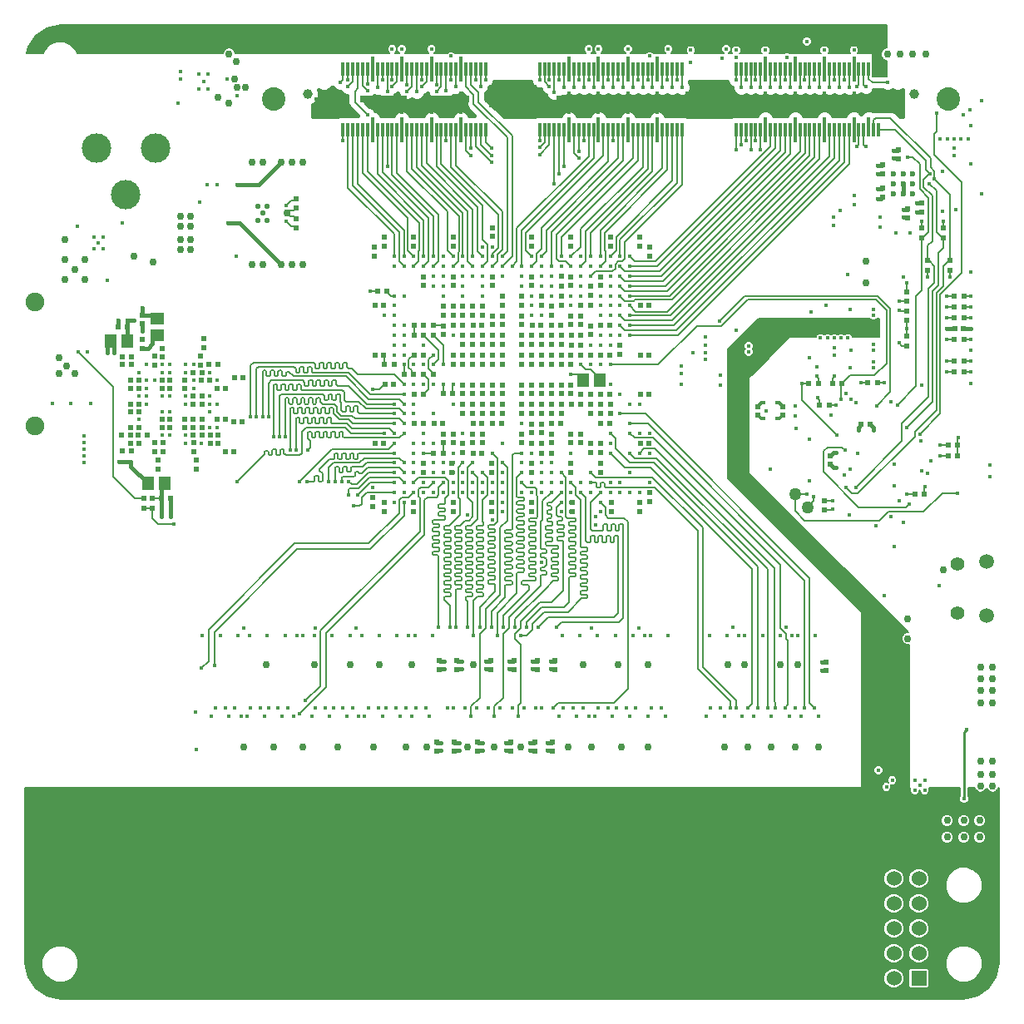
<source format=gbl>
G04 (created by PCBNEW-RS274X (2012-apr-16-27)-stable) date Mon 13 Jan 2014 03:13:16 PM PST*
G01*
G70*
G90*
%MOIN*%
G04 Gerber Fmt 3.4, Leading zero omitted, Abs format*
%FSLAX34Y34*%
G04 APERTURE LIST*
%ADD10C,0.006500*%
%ADD11C,0.017700*%
%ADD12C,0.023600*%
%ADD13R,0.024400X0.022400*%
%ADD14R,0.024400X0.024400*%
%ADD15R,0.047200X0.057100*%
%ADD16R,0.057100X0.047200*%
%ADD17R,0.022400X0.024400*%
%ADD18C,0.023000*%
%ADD19C,0.074800*%
%ADD20R,0.011800X0.057100*%
%ADD21R,0.100000X0.025200*%
%ADD22R,0.185000X0.025200*%
%ADD23C,0.039400*%
%ADD24C,0.094000*%
%ADD25R,0.060000X0.060000*%
%ADD26C,0.060000*%
%ADD27C,0.118100*%
%ADD28C,0.050000*%
%ADD29C,0.059100*%
%ADD30C,0.055100*%
%ADD31C,0.030000*%
%ADD32C,0.007000*%
%ADD33C,0.011800*%
%ADD34C,0.017700*%
%ADD35C,0.008000*%
%ADD36C,0.010400*%
%ADD37C,0.018000*%
G04 APERTURE END LIST*
G54D10*
G54D11*
X67321Y-48150D03*
X67321Y-47756D03*
X67518Y-47953D03*
X67715Y-48150D03*
X67715Y-47756D03*
G54D12*
X67245Y-24252D03*
X66851Y-24252D03*
X66457Y-24252D03*
X67245Y-23858D03*
X66851Y-23858D03*
X66457Y-23858D03*
X67245Y-23464D03*
X66851Y-23464D03*
X66457Y-23464D03*
G54D13*
X36772Y-36464D03*
X36772Y-36842D03*
X36417Y-36842D03*
X36417Y-36464D03*
G54D14*
X35571Y-31102D03*
X35925Y-31102D03*
G54D15*
X54035Y-31732D03*
X54705Y-31732D03*
X35768Y-30157D03*
X35098Y-30157D03*
X37264Y-35866D03*
X36594Y-35866D03*
G54D16*
X36968Y-29271D03*
X36968Y-29941D03*
G54D14*
X62047Y-32776D03*
X62047Y-33130D03*
X61023Y-32776D03*
X61023Y-33130D03*
X69271Y-29646D03*
X68917Y-29646D03*
G54D13*
X42520Y-24835D03*
X42520Y-24457D03*
X42520Y-25244D03*
X42520Y-25622D03*
G54D17*
X65441Y-31811D03*
X65819Y-31811D03*
X68905Y-30945D03*
X69283Y-30945D03*
X68905Y-29213D03*
X69283Y-29213D03*
X68905Y-28779D03*
X69283Y-28779D03*
X68905Y-31378D03*
X69283Y-31378D03*
X68905Y-28346D03*
X69283Y-28346D03*
X69283Y-30079D03*
X68905Y-30079D03*
X68669Y-34764D03*
X69047Y-34764D03*
X67709Y-36299D03*
X67331Y-36299D03*
X68669Y-34331D03*
X69047Y-34331D03*
G54D11*
X34783Y-26456D03*
X34429Y-26456D03*
X34606Y-26220D03*
X34783Y-25984D03*
X34429Y-25984D03*
X38619Y-19468D03*
X39013Y-19468D03*
X38816Y-19763D03*
X38619Y-20058D03*
X39013Y-20058D03*
G54D18*
X41181Y-25039D03*
X41378Y-24744D03*
X40984Y-24744D03*
X40984Y-25334D03*
X41378Y-25334D03*
G54D14*
X54331Y-29901D03*
X54331Y-29547D03*
X50000Y-29114D03*
X50000Y-28760D03*
X52362Y-28720D03*
X52362Y-28366D03*
X63779Y-43012D03*
X63779Y-43366D03*
G54D17*
X53945Y-32283D03*
X54323Y-32283D03*
G54D13*
X54331Y-32685D03*
X54331Y-33063D03*
G54D14*
X52913Y-42973D03*
X52913Y-43327D03*
X52795Y-46240D03*
X52795Y-46594D03*
X52087Y-46240D03*
X52087Y-46594D03*
X51260Y-42973D03*
X51260Y-43327D03*
X51142Y-46240D03*
X51142Y-46594D03*
X50315Y-42973D03*
X50315Y-43327D03*
X49803Y-46240D03*
X49803Y-46594D03*
X48976Y-42973D03*
X48976Y-43327D03*
X48858Y-46240D03*
X48858Y-46594D03*
X48268Y-42973D03*
X48268Y-43327D03*
X48150Y-46240D03*
X48150Y-46594D03*
X52205Y-42973D03*
X52205Y-43327D03*
X47264Y-30709D03*
X47618Y-30709D03*
X45689Y-30709D03*
X46043Y-30709D03*
X48425Y-29547D03*
X48425Y-29901D03*
X47264Y-29527D03*
X47618Y-29527D03*
X45689Y-28740D03*
X46043Y-28740D03*
X45669Y-26398D03*
X45669Y-26752D03*
G54D17*
X48417Y-34646D03*
X48039Y-34646D03*
X45795Y-28150D03*
X46173Y-28150D03*
X47236Y-31496D03*
X46858Y-31496D03*
X47252Y-29921D03*
X47630Y-29921D03*
G54D13*
X48031Y-29535D03*
X48031Y-29913D03*
G54D17*
X46449Y-31102D03*
X46071Y-31102D03*
X48024Y-31496D03*
X47646Y-31496D03*
X48433Y-32244D03*
X48811Y-32244D03*
G54D13*
X63701Y-36543D03*
X63701Y-36921D03*
G54D14*
X45689Y-34252D03*
X46043Y-34252D03*
X47264Y-33465D03*
X47618Y-33465D03*
X48051Y-33465D03*
X48405Y-33465D03*
X47264Y-32283D03*
X47618Y-32283D03*
X46083Y-31890D03*
X46437Y-31890D03*
X45590Y-36437D03*
X45590Y-36791D03*
X49626Y-34646D03*
X49980Y-34646D03*
X50000Y-34232D03*
X50000Y-33878D03*
X52362Y-33838D03*
X52362Y-33484D03*
X55118Y-33051D03*
X55118Y-32697D03*
X54724Y-32697D03*
X54724Y-33051D03*
X51575Y-33878D03*
X51575Y-34232D03*
X52362Y-32264D03*
X52362Y-31910D03*
X53150Y-32264D03*
X53150Y-31910D03*
X49212Y-32697D03*
X49212Y-33051D03*
X50000Y-32697D03*
X50000Y-33051D03*
X50787Y-32697D03*
X50787Y-33051D03*
X51968Y-32697D03*
X51968Y-33051D03*
X52756Y-32697D03*
X52756Y-33051D03*
X49606Y-33051D03*
X49606Y-32697D03*
X52362Y-33051D03*
X52362Y-32697D03*
X53150Y-33051D03*
X53150Y-32697D03*
X50394Y-33051D03*
X50394Y-32697D03*
X49980Y-33465D03*
X49626Y-33465D03*
X50767Y-33465D03*
X50413Y-33465D03*
X52776Y-33465D03*
X53130Y-33465D03*
X48425Y-33878D03*
X48425Y-34232D03*
X53937Y-29154D03*
X53937Y-29508D03*
X48425Y-29114D03*
X48425Y-28760D03*
X53937Y-33878D03*
X53937Y-34232D03*
X48819Y-33878D03*
X48819Y-34232D03*
X53543Y-29154D03*
X53543Y-29508D03*
X48819Y-29114D03*
X48819Y-28760D03*
X53543Y-33878D03*
X53543Y-34232D03*
X51575Y-33051D03*
X51575Y-32697D03*
G54D19*
X32067Y-33544D03*
X32067Y-28603D03*
G54D14*
X55098Y-29527D03*
X54744Y-29527D03*
X56673Y-28740D03*
X56319Y-28740D03*
X56693Y-26398D03*
X56693Y-26752D03*
X53917Y-29921D03*
X53563Y-29921D03*
X55098Y-30709D03*
X54744Y-30709D03*
X56673Y-30709D03*
X56319Y-30709D03*
X51575Y-32264D03*
X51575Y-31910D03*
X50394Y-32264D03*
X50394Y-31910D03*
X49606Y-32264D03*
X49606Y-31910D03*
X53543Y-31910D03*
X53543Y-32264D03*
X52756Y-31910D03*
X52756Y-32264D03*
X51968Y-31910D03*
X51968Y-32264D03*
X50787Y-31910D03*
X50787Y-32264D03*
X50000Y-31910D03*
X50000Y-32264D03*
X66653Y-22854D03*
X66653Y-22500D03*
X67047Y-24862D03*
X67047Y-25216D03*
X66024Y-24036D03*
X66024Y-24390D03*
X66024Y-23445D03*
X66024Y-23091D03*
X67598Y-24626D03*
X67598Y-24980D03*
G54D13*
X67598Y-25638D03*
X67598Y-26016D03*
X68464Y-25638D03*
X68464Y-26016D03*
G54D20*
X65866Y-19255D03*
X65866Y-21689D03*
X65669Y-19255D03*
X65669Y-21689D03*
X65473Y-19255D03*
X65473Y-21689D03*
X65276Y-19255D03*
X65276Y-21689D03*
X65079Y-19255D03*
X65079Y-21689D03*
X64882Y-19255D03*
X64882Y-21689D03*
X64685Y-19255D03*
X64685Y-21689D03*
X64488Y-19255D03*
X64488Y-21689D03*
X64292Y-19255D03*
X64292Y-21689D03*
X64095Y-19255D03*
X64095Y-21689D03*
X63898Y-19255D03*
X63898Y-21689D03*
X63701Y-19255D03*
X63701Y-21689D03*
X63504Y-19255D03*
X63504Y-21689D03*
X63307Y-19255D03*
X63307Y-21689D03*
X63110Y-19255D03*
X63110Y-21689D03*
X62914Y-19255D03*
X62914Y-21689D03*
X62717Y-19255D03*
X62717Y-21689D03*
X62520Y-19255D03*
X62520Y-21689D03*
X62323Y-19255D03*
X62323Y-21689D03*
X62126Y-19255D03*
X62126Y-21689D03*
X61929Y-19255D03*
X61929Y-21689D03*
X61732Y-19255D03*
X61732Y-21689D03*
X61536Y-19255D03*
X61536Y-21689D03*
X61339Y-19255D03*
X61339Y-21689D03*
X61142Y-19255D03*
X61142Y-21689D03*
X60945Y-19255D03*
X60945Y-21689D03*
X60748Y-19255D03*
X60748Y-21689D03*
X60551Y-19255D03*
X60551Y-21689D03*
X60355Y-19255D03*
X60355Y-21689D03*
X60158Y-19255D03*
X60158Y-21689D03*
G54D21*
X66337Y-20472D03*
G54D22*
X64262Y-20472D03*
X61762Y-20472D03*
G54D21*
X59687Y-20472D03*
G54D20*
X57992Y-19255D03*
X57992Y-21689D03*
X57795Y-19255D03*
X57795Y-21689D03*
X57599Y-19255D03*
X57599Y-21689D03*
X57402Y-19255D03*
X57402Y-21689D03*
X57205Y-19255D03*
X57205Y-21689D03*
X57008Y-19255D03*
X57008Y-21689D03*
X56811Y-19255D03*
X56811Y-21689D03*
X56614Y-19255D03*
X56614Y-21689D03*
X56418Y-19255D03*
X56418Y-21689D03*
X56221Y-19255D03*
X56221Y-21689D03*
X56024Y-19255D03*
X56024Y-21689D03*
X55827Y-19255D03*
X55827Y-21689D03*
X55630Y-19255D03*
X55630Y-21689D03*
X55433Y-19255D03*
X55433Y-21689D03*
X55236Y-19255D03*
X55236Y-21689D03*
X55040Y-19255D03*
X55040Y-21689D03*
X54843Y-19255D03*
X54843Y-21689D03*
X54646Y-19255D03*
X54646Y-21689D03*
X54449Y-19255D03*
X54449Y-21689D03*
X54252Y-19255D03*
X54252Y-21689D03*
X54055Y-19255D03*
X54055Y-21689D03*
X53858Y-19255D03*
X53858Y-21689D03*
X53662Y-19255D03*
X53662Y-21689D03*
X53465Y-19255D03*
X53465Y-21689D03*
X53268Y-19255D03*
X53268Y-21689D03*
X53071Y-19255D03*
X53071Y-21689D03*
X52874Y-19255D03*
X52874Y-21689D03*
X52677Y-19255D03*
X52677Y-21689D03*
X52481Y-19255D03*
X52481Y-21689D03*
X52284Y-19255D03*
X52284Y-21689D03*
G54D21*
X58463Y-20472D03*
G54D22*
X56388Y-20472D03*
X53888Y-20472D03*
G54D21*
X51813Y-20472D03*
G54D20*
X50118Y-19255D03*
X50118Y-21689D03*
X49921Y-19255D03*
X49921Y-21689D03*
X49725Y-19255D03*
X49725Y-21689D03*
X49528Y-19255D03*
X49528Y-21689D03*
X49331Y-19255D03*
X49331Y-21689D03*
X49134Y-19255D03*
X49134Y-21689D03*
X48937Y-19255D03*
X48937Y-21689D03*
X48740Y-19255D03*
X48740Y-21689D03*
X48544Y-19255D03*
X48544Y-21689D03*
X48347Y-19255D03*
X48347Y-21689D03*
X48150Y-19255D03*
X48150Y-21689D03*
X47953Y-19255D03*
X47953Y-21689D03*
X47756Y-19255D03*
X47756Y-21689D03*
X47559Y-19255D03*
X47559Y-21689D03*
X47362Y-19255D03*
X47362Y-21689D03*
X47166Y-19255D03*
X47166Y-21689D03*
X46969Y-19255D03*
X46969Y-21689D03*
X46772Y-19255D03*
X46772Y-21689D03*
X46575Y-19255D03*
X46575Y-21689D03*
X46378Y-19255D03*
X46378Y-21689D03*
X46181Y-19255D03*
X46181Y-21689D03*
X45984Y-19255D03*
X45984Y-21689D03*
X45788Y-19255D03*
X45788Y-21689D03*
X45591Y-19255D03*
X45591Y-21689D03*
X45394Y-19255D03*
X45394Y-21689D03*
X45197Y-19255D03*
X45197Y-21689D03*
X45000Y-19255D03*
X45000Y-21689D03*
X44803Y-19255D03*
X44803Y-21689D03*
X44607Y-19255D03*
X44607Y-21689D03*
X44410Y-19255D03*
X44410Y-21689D03*
G54D21*
X50589Y-20472D03*
G54D22*
X48514Y-20472D03*
X46014Y-20472D03*
G54D21*
X43939Y-20472D03*
G54D23*
X67282Y-20271D03*
X42994Y-20271D03*
G54D24*
X68654Y-20472D03*
X41622Y-20472D03*
G54D14*
X49606Y-34232D03*
X49606Y-33878D03*
X47638Y-35413D03*
X47638Y-35059D03*
X48779Y-35413D03*
X48779Y-35059D03*
X50354Y-35413D03*
X50354Y-35059D03*
X46063Y-36988D03*
X46063Y-36634D03*
X47244Y-36988D03*
X47244Y-36634D03*
X48819Y-36988D03*
X48819Y-36634D03*
X50354Y-36988D03*
X50354Y-36634D03*
X49212Y-34626D03*
X49212Y-34272D03*
X52756Y-34232D03*
X52756Y-33878D03*
X51968Y-35413D03*
X51968Y-35059D03*
X53543Y-35413D03*
X53543Y-35059D03*
X54724Y-35413D03*
X54724Y-35059D03*
X51968Y-36988D03*
X51968Y-36634D03*
X53583Y-36988D03*
X53583Y-36634D03*
X55157Y-36988D03*
X55157Y-36634D03*
X56299Y-36988D03*
X56299Y-36634D03*
X51968Y-33838D03*
X51968Y-33484D03*
X56673Y-34252D03*
X56319Y-34252D03*
X56693Y-36594D03*
X56693Y-36240D03*
X55098Y-32283D03*
X54744Y-32283D03*
X56673Y-32283D03*
X56319Y-32283D03*
X53917Y-32677D03*
X53563Y-32677D03*
X55098Y-33465D03*
X54744Y-33465D03*
X48839Y-29527D03*
X49193Y-29527D03*
X49626Y-29527D03*
X49980Y-29527D03*
X51968Y-29941D03*
X51968Y-30295D03*
X52342Y-29527D03*
X51988Y-29527D03*
X53130Y-29527D03*
X52776Y-29527D03*
X49212Y-29941D03*
X49212Y-30295D03*
X50000Y-29941D03*
X50000Y-30295D03*
X50787Y-29941D03*
X50787Y-30295D03*
X52756Y-29941D03*
X52756Y-30295D03*
X53543Y-30728D03*
X53543Y-31082D03*
X49606Y-30295D03*
X49606Y-29941D03*
X50394Y-30295D03*
X50394Y-29941D03*
X51575Y-30295D03*
X51575Y-29941D03*
X52362Y-30295D03*
X52362Y-29941D03*
X53150Y-30295D03*
X53150Y-29941D03*
X49212Y-30728D03*
X49212Y-31082D03*
X50000Y-30728D03*
X50000Y-31082D03*
X50787Y-30728D03*
X50787Y-31082D03*
X51968Y-30728D03*
X51968Y-31082D03*
X52756Y-30728D03*
X52756Y-31082D03*
X48819Y-31082D03*
X48819Y-30728D03*
X49606Y-31082D03*
X49606Y-30728D03*
X50394Y-31082D03*
X50394Y-30728D03*
X51575Y-31082D03*
X51575Y-30728D03*
X52362Y-31082D03*
X52362Y-30728D03*
X53150Y-31082D03*
X53150Y-30728D03*
X49212Y-31910D03*
X49212Y-32264D03*
G54D13*
X54724Y-34260D03*
X54724Y-34638D03*
X54331Y-34260D03*
X54331Y-34638D03*
G54D17*
X52748Y-34646D03*
X52370Y-34646D03*
X52354Y-34252D03*
X51976Y-34252D03*
G54D13*
X53150Y-27945D03*
X53150Y-27567D03*
X53150Y-28354D03*
X53150Y-28732D03*
G54D14*
X51968Y-26004D03*
X51968Y-26358D03*
X51575Y-29154D03*
X51575Y-29508D03*
X52756Y-28760D03*
X52756Y-29114D03*
X54724Y-27579D03*
X54724Y-27933D03*
X53543Y-27579D03*
X53543Y-27933D03*
X51968Y-27579D03*
X51968Y-27933D03*
X56299Y-26004D03*
X56299Y-26358D03*
X55118Y-26004D03*
X55118Y-26358D03*
X53543Y-26004D03*
X53543Y-26358D03*
X46063Y-26004D03*
X46063Y-26358D03*
X50394Y-29154D03*
X50394Y-29508D03*
X49606Y-28760D03*
X49606Y-29114D03*
X50394Y-27579D03*
X50394Y-27933D03*
X48819Y-27579D03*
X48819Y-27933D03*
X47638Y-27579D03*
X47638Y-27933D03*
X50394Y-25964D03*
X50394Y-25610D03*
X48819Y-26004D03*
X48819Y-26358D03*
X47244Y-26004D03*
X47244Y-26358D03*
X36378Y-30452D03*
X36378Y-30098D03*
X38701Y-30768D03*
X38701Y-31122D03*
X37165Y-30453D03*
X37165Y-30807D03*
X39704Y-33307D03*
X39350Y-33307D03*
X39704Y-32047D03*
X39350Y-32047D03*
X36850Y-34232D03*
X36850Y-34586D03*
X38819Y-30413D03*
X38819Y-30059D03*
X40020Y-33386D03*
X40374Y-33386D03*
X36240Y-33622D03*
X35886Y-33622D03*
X38543Y-34941D03*
X38543Y-35295D03*
X38425Y-34586D03*
X38425Y-34232D03*
X39094Y-34271D03*
X39094Y-33917D03*
X37205Y-34232D03*
X37205Y-34586D03*
X35571Y-30787D03*
X35925Y-30787D03*
X35925Y-34567D03*
X35571Y-34567D03*
X36555Y-33937D03*
X36201Y-33937D03*
X36240Y-34252D03*
X35886Y-34252D03*
X35905Y-31713D03*
X35905Y-32067D03*
X35886Y-32677D03*
X36240Y-32677D03*
X35886Y-32992D03*
X36240Y-32992D03*
X35886Y-33937D03*
X35532Y-33937D03*
X38760Y-33307D03*
X38406Y-33307D03*
X39389Y-31102D03*
X39035Y-31102D03*
X37480Y-33641D03*
X37480Y-33287D03*
X37165Y-31713D03*
X37165Y-32067D03*
X38071Y-31713D03*
X38071Y-32067D03*
X37165Y-33641D03*
X37165Y-33287D03*
X39409Y-34271D03*
X39409Y-33917D03*
X38760Y-32362D03*
X38406Y-32362D03*
X38406Y-31417D03*
X38760Y-31417D03*
X38760Y-32677D03*
X38406Y-32677D03*
X38760Y-33622D03*
X38406Y-33622D03*
X39685Y-34586D03*
X40039Y-34586D03*
X38760Y-33937D03*
X38406Y-33937D03*
X38071Y-33641D03*
X38071Y-33287D03*
X39075Y-31732D03*
X38721Y-31732D03*
X37480Y-31713D03*
X37480Y-32067D03*
X37008Y-34941D03*
X37008Y-35295D03*
X36850Y-30768D03*
X36850Y-31122D03*
X36220Y-31713D03*
X36220Y-32067D03*
X40059Y-31614D03*
X40413Y-31614D03*
X35767Y-29587D03*
X35413Y-29587D03*
X37146Y-36457D03*
X37500Y-36457D03*
X36378Y-29114D03*
X36378Y-29468D03*
G54D13*
X51575Y-28354D03*
X51575Y-28732D03*
X67008Y-29323D03*
X67008Y-28945D03*
X67008Y-29968D03*
X67008Y-30346D03*
G54D17*
X63457Y-31850D03*
X63079Y-31850D03*
X64023Y-31850D03*
X64401Y-31850D03*
X63512Y-32716D03*
X63890Y-32716D03*
G54D13*
X49212Y-28748D03*
X49212Y-29126D03*
X50787Y-28354D03*
X50787Y-28732D03*
G54D17*
X54323Y-30709D03*
X53945Y-30709D03*
G54D13*
X55512Y-30323D03*
X55512Y-30701D03*
G54D17*
X53945Y-28740D03*
X54323Y-28740D03*
G54D13*
X67008Y-28575D03*
X67008Y-28197D03*
X68740Y-27315D03*
X68740Y-26937D03*
X67835Y-27315D03*
X67835Y-26937D03*
G54D14*
X63937Y-35098D03*
X63937Y-34744D03*
X65177Y-33504D03*
X65531Y-33504D03*
X54331Y-28327D03*
X54331Y-27973D03*
X50787Y-29154D03*
X50787Y-29508D03*
X53917Y-30315D03*
X53563Y-30315D03*
G54D25*
X67481Y-55696D03*
G54D26*
X66481Y-55696D03*
X67481Y-54696D03*
X66481Y-54696D03*
X67481Y-53696D03*
X66481Y-53696D03*
X67481Y-52696D03*
X66481Y-52696D03*
X67481Y-51696D03*
X66481Y-51696D03*
G54D27*
X36890Y-22441D03*
X34528Y-22441D03*
X35709Y-24291D03*
G54D28*
X63031Y-36811D03*
X62520Y-36299D03*
G54D29*
X70197Y-41161D03*
X70197Y-38995D03*
G54D30*
X69027Y-41058D03*
X69027Y-39098D03*
G54D11*
X67913Y-23858D03*
X67008Y-33622D03*
X67047Y-22795D03*
X66614Y-32716D03*
X66220Y-19803D03*
X65000Y-22362D03*
X65000Y-19961D03*
X65354Y-22362D03*
X65354Y-19961D03*
X65827Y-24055D03*
X65945Y-25590D03*
X65945Y-25197D03*
X66850Y-24882D03*
X50394Y-35827D03*
X50236Y-44842D03*
X51575Y-34646D03*
X50354Y-41614D03*
X49882Y-41614D03*
X50394Y-34646D03*
X51654Y-44842D03*
X50787Y-35433D03*
X51772Y-41614D03*
X53150Y-35433D03*
X49409Y-37126D03*
X48583Y-44842D03*
X52126Y-44842D03*
X52362Y-35039D03*
X51968Y-35827D03*
X52362Y-44842D03*
X50472Y-45197D03*
X52756Y-36220D03*
X50590Y-41968D03*
X51575Y-35433D03*
X50787Y-36220D03*
X50709Y-44842D03*
X51575Y-35827D03*
X50827Y-41614D03*
X51181Y-44842D03*
X50787Y-35827D03*
X51417Y-45197D03*
X53150Y-36614D03*
X53150Y-36220D03*
X51299Y-41614D03*
X53543Y-35827D03*
X51535Y-41968D03*
X49646Y-41968D03*
X50000Y-35433D03*
X50394Y-37323D03*
X49764Y-44842D03*
X53937Y-36220D03*
X52244Y-41614D03*
X49606Y-35039D03*
X48937Y-41614D03*
X54331Y-35827D03*
X59921Y-44842D03*
X48425Y-35827D03*
X42677Y-45079D03*
X60157Y-44842D03*
X54331Y-35433D03*
X42913Y-44567D03*
X48031Y-35827D03*
X52953Y-41614D03*
X54724Y-36220D03*
X52835Y-44842D03*
X54724Y-36614D03*
X56693Y-34646D03*
X62520Y-44842D03*
X60630Y-44842D03*
X55118Y-34646D03*
X55512Y-36220D03*
X56142Y-44842D03*
X54370Y-41653D03*
X53150Y-37008D03*
X51575Y-35039D03*
X46929Y-44842D03*
X48425Y-36220D03*
X44921Y-41653D03*
X42205Y-44842D03*
X48819Y-34646D03*
X40433Y-41653D03*
X47638Y-35827D03*
X55905Y-34646D03*
X61417Y-44842D03*
X61024Y-44842D03*
X55118Y-33858D03*
X59528Y-44842D03*
X55905Y-35433D03*
X56693Y-35827D03*
X59134Y-44842D03*
X54527Y-37205D03*
X54331Y-36220D03*
X53937Y-35827D03*
X54527Y-37520D03*
X55512Y-35827D03*
X57165Y-44842D03*
X56772Y-44842D03*
X55118Y-35827D03*
X53543Y-36220D03*
X55748Y-44842D03*
X52756Y-35433D03*
X55354Y-44842D03*
X55039Y-44842D03*
X55118Y-36220D03*
X54724Y-37008D03*
X54646Y-44842D03*
X53150Y-35827D03*
X53622Y-44842D03*
X52362Y-35433D03*
X53228Y-44842D03*
X47717Y-44842D03*
X52362Y-35827D03*
X51968Y-36220D03*
X47323Y-44842D03*
X46535Y-44842D03*
X51575Y-36220D03*
X51968Y-34646D03*
X46142Y-44842D03*
X55512Y-33071D03*
X63307Y-44842D03*
X45827Y-44842D03*
X50000Y-35827D03*
X45433Y-44842D03*
X49606Y-35827D03*
X44409Y-44842D03*
X48819Y-35827D03*
X44016Y-44842D03*
X49212Y-36220D03*
X55905Y-33465D03*
X62913Y-44842D03*
X43701Y-44842D03*
X48819Y-36220D03*
X43307Y-44842D03*
X49212Y-35433D03*
X41811Y-44842D03*
X48425Y-35039D03*
X41417Y-44842D03*
X48031Y-36220D03*
X62126Y-44842D03*
X55905Y-33858D03*
X41102Y-44842D03*
X48425Y-35433D03*
X47638Y-36220D03*
X40709Y-44842D03*
X39685Y-44842D03*
X46850Y-36220D03*
X39291Y-44842D03*
X46457Y-36614D03*
X61732Y-44842D03*
X56299Y-34646D03*
X55512Y-32283D03*
X62165Y-41614D03*
X56299Y-36220D03*
X60039Y-41614D03*
X55905Y-36220D03*
X56260Y-41653D03*
X54016Y-44842D03*
X52756Y-35827D03*
X52362Y-36220D03*
X52362Y-39016D03*
X44803Y-44842D03*
X49606Y-36220D03*
X43307Y-41653D03*
X49212Y-35827D03*
X48031Y-35433D03*
X40079Y-44842D03*
X48819Y-44842D03*
X50000Y-36220D03*
X48228Y-41614D03*
X47244Y-35827D03*
X49528Y-45197D03*
X50787Y-35039D03*
X50394Y-36220D03*
X49291Y-44842D03*
X49212Y-35039D03*
X48701Y-41614D03*
X55118Y-34252D03*
X54724Y-32677D03*
X54331Y-32283D03*
X50787Y-34252D03*
X49212Y-33858D03*
X55118Y-32677D03*
X52756Y-35039D03*
X50000Y-34252D03*
X55118Y-31890D03*
X54331Y-32677D03*
X51575Y-34252D03*
X53543Y-34646D03*
X63583Y-43031D03*
X50000Y-34646D03*
X52362Y-33858D03*
X49606Y-35433D03*
X49409Y-41614D03*
X48031Y-30709D03*
X46457Y-31102D03*
X64173Y-32716D03*
X47638Y-30315D03*
X64016Y-36575D03*
X47244Y-31102D03*
X48031Y-31102D03*
X64685Y-37126D03*
X61378Y-32953D03*
X47638Y-31102D03*
X48425Y-31102D03*
X64724Y-35276D03*
X48425Y-31890D03*
X46850Y-31102D03*
X38425Y-31732D03*
X46457Y-30709D03*
X38110Y-31417D03*
X46850Y-29527D03*
X39370Y-31732D03*
X46850Y-30315D03*
X46457Y-29527D03*
X37480Y-31417D03*
X37165Y-31102D03*
X46457Y-28740D03*
X46850Y-28346D03*
X36535Y-31102D03*
X46457Y-30315D03*
X39055Y-31417D03*
X46850Y-29921D03*
X38425Y-31102D03*
X38110Y-31102D03*
X46457Y-29921D03*
X37480Y-31102D03*
X46457Y-29134D03*
X55905Y-32677D03*
X50787Y-37008D03*
X64882Y-24685D03*
X67126Y-25827D03*
X56693Y-33858D03*
X50787Y-36614D03*
X56299Y-32677D03*
X64882Y-24331D03*
X66575Y-25827D03*
X56299Y-33858D03*
X64567Y-32244D03*
X66378Y-32598D03*
X62795Y-31850D03*
X64212Y-33937D03*
X54331Y-27559D03*
X57992Y-20000D03*
X54331Y-26772D03*
X56811Y-20000D03*
X53937Y-27165D03*
X56614Y-19685D03*
X53543Y-26772D03*
X56417Y-20000D03*
X53150Y-26772D03*
X56220Y-19685D03*
X53543Y-27165D03*
X56024Y-20000D03*
X55512Y-26772D03*
X52756Y-27165D03*
X55630Y-20000D03*
X52362Y-26772D03*
X55433Y-19685D03*
X53937Y-28346D03*
X55236Y-22126D03*
X54331Y-27165D03*
X55236Y-20001D03*
X51968Y-27165D03*
X55039Y-19685D03*
X51968Y-26772D03*
X54842Y-20000D03*
X57795Y-19685D03*
X51575Y-27165D03*
X54449Y-20000D03*
X51181Y-27165D03*
X54252Y-19685D03*
X53543Y-28346D03*
X54055Y-22126D03*
X52756Y-27559D03*
X54055Y-20000D03*
X53150Y-27165D03*
X53858Y-22559D03*
X53858Y-19685D03*
X53937Y-26772D03*
X53858Y-22835D03*
X53661Y-20000D03*
X55118Y-26772D03*
X53268Y-23150D03*
X53937Y-27953D03*
X53268Y-20000D03*
X52362Y-27165D03*
X53937Y-27559D03*
X53071Y-23465D03*
X52362Y-27953D03*
X53071Y-19685D03*
X52874Y-23858D03*
X52362Y-29134D03*
X52874Y-20197D03*
X52756Y-28346D03*
X51968Y-28740D03*
X52283Y-22677D03*
X52677Y-19685D03*
X51575Y-27953D03*
X51968Y-29134D03*
X52283Y-22402D03*
X52677Y-19961D03*
X51968Y-28346D03*
X57598Y-20000D03*
X52362Y-27559D03*
X52283Y-22126D03*
X52283Y-19685D03*
X51575Y-27559D03*
X54724Y-27165D03*
X57401Y-19685D03*
X54724Y-26772D03*
X57205Y-20000D03*
X47953Y-18465D03*
X55827Y-18465D03*
X57441Y-18465D03*
X61338Y-18504D03*
X52756Y-27953D03*
X54331Y-28346D03*
X51575Y-28346D03*
X52362Y-28346D03*
X54331Y-28740D03*
X48425Y-27559D03*
X50354Y-22441D03*
X50000Y-27953D03*
X50118Y-19685D03*
X50394Y-27165D03*
X48937Y-19961D03*
X49212Y-27953D03*
X50394Y-26772D03*
X49212Y-27165D03*
X48740Y-19685D03*
X48543Y-22126D03*
X49212Y-28346D03*
X48425Y-27165D03*
X48543Y-20118D03*
X50000Y-27165D03*
X48149Y-20157D03*
X48031Y-27953D03*
X50000Y-26772D03*
X48425Y-27953D03*
X48150Y-19882D03*
X50354Y-22716D03*
X49606Y-27559D03*
X49606Y-26772D03*
X47559Y-19961D03*
X49606Y-27165D03*
X47559Y-19685D03*
X49212Y-26772D03*
X47362Y-20157D03*
X48819Y-27165D03*
X46968Y-20158D03*
X48819Y-26772D03*
X46968Y-19882D03*
X49921Y-19961D03*
X50000Y-27559D03*
X48031Y-27165D03*
X46378Y-19961D03*
X48031Y-26772D03*
X46378Y-19685D03*
X48425Y-28346D03*
X46181Y-23150D03*
X46181Y-20157D03*
X47638Y-27165D03*
X45984Y-19685D03*
X47638Y-26772D03*
X45787Y-20000D03*
X50787Y-27559D03*
X50354Y-22993D03*
X47244Y-27165D03*
X45394Y-19842D03*
X47244Y-26772D03*
X45394Y-20118D03*
X46850Y-26772D03*
X45394Y-21102D03*
X46850Y-27165D03*
X44606Y-19961D03*
X46457Y-26772D03*
X44606Y-19685D03*
X48425Y-26772D03*
X49724Y-19685D03*
X44409Y-22126D03*
X44291Y-19803D03*
X49527Y-22441D03*
X48031Y-27559D03*
X50787Y-27165D03*
X49212Y-27559D03*
X49527Y-22716D03*
X50787Y-26772D03*
X50787Y-29134D03*
X50000Y-28740D03*
X49212Y-28740D03*
X50787Y-28740D03*
X50000Y-28346D03*
X55905Y-29921D03*
X54724Y-30315D03*
X64685Y-20000D03*
X55905Y-28740D03*
X63504Y-20000D03*
X55118Y-30315D03*
X55512Y-28346D03*
X55512Y-29921D03*
X63307Y-19685D03*
X55905Y-28346D03*
X63110Y-20000D03*
X55118Y-29921D03*
X55512Y-27953D03*
X62913Y-19685D03*
X55118Y-29134D03*
X55905Y-27953D03*
X55512Y-28740D03*
X62716Y-20000D03*
X55512Y-29527D03*
X55512Y-27559D03*
X62323Y-20000D03*
X55118Y-28740D03*
X55905Y-27559D03*
X62126Y-19685D03*
X55118Y-28346D03*
X55512Y-27165D03*
X55118Y-27953D03*
X61929Y-20000D03*
X55905Y-27165D03*
X61732Y-19685D03*
X55118Y-27559D03*
X55905Y-26772D03*
X55118Y-27165D03*
X61535Y-20000D03*
X54724Y-29921D03*
X64488Y-19685D03*
X61142Y-22480D03*
X61142Y-20000D03*
X60945Y-22126D03*
X60945Y-19685D03*
X60748Y-22480D03*
X60748Y-20000D03*
X60551Y-22126D03*
X60551Y-19685D03*
X60354Y-22283D03*
X60354Y-20000D03*
X55905Y-29527D03*
X60157Y-22480D03*
X60157Y-19685D03*
X54724Y-29134D03*
X64291Y-20000D03*
X55512Y-29134D03*
X64094Y-19685D03*
X54724Y-28740D03*
X55905Y-29134D03*
X54724Y-28346D03*
X63898Y-20000D03*
X55118Y-31102D03*
X64370Y-32480D03*
X54331Y-29527D03*
X53937Y-30709D03*
X55512Y-30315D03*
X53937Y-30315D03*
X53937Y-31102D03*
X53543Y-33858D03*
X53543Y-29134D03*
X48819Y-33858D03*
X48819Y-29134D03*
X48031Y-31890D03*
X39055Y-32677D03*
X47244Y-31890D03*
X39370Y-32677D03*
X47244Y-34646D03*
X36535Y-32677D03*
X47638Y-34646D03*
X36535Y-32362D03*
X46850Y-32283D03*
X40945Y-33189D03*
X46457Y-32677D03*
X41417Y-33189D03*
X43819Y-35787D03*
X46850Y-35039D03*
X46457Y-34252D03*
X42677Y-35787D03*
X46457Y-35433D03*
X44645Y-35787D03*
X46850Y-35827D03*
X44646Y-36339D03*
X44842Y-36772D03*
X46457Y-36220D03*
X45000Y-36339D03*
X46457Y-35827D03*
X41181Y-33189D03*
X46850Y-32677D03*
X41614Y-33976D03*
X46850Y-33071D03*
X46457Y-33071D03*
X41850Y-33976D03*
X46850Y-33465D03*
X42087Y-33976D03*
X42283Y-34527D03*
X46457Y-33465D03*
X46850Y-33858D03*
X42992Y-34527D03*
X42520Y-34527D03*
X46457Y-33858D03*
X42953Y-35787D03*
X46457Y-34646D03*
X44369Y-35787D03*
X46850Y-35433D03*
X44094Y-35787D03*
X46457Y-35039D03*
X39055Y-32992D03*
X47638Y-31890D03*
X37480Y-33937D03*
X47244Y-35039D03*
X38740Y-34252D03*
X48031Y-33071D03*
X47638Y-33858D03*
X38110Y-34252D03*
X38110Y-33937D03*
X47638Y-34252D03*
X39055Y-33622D03*
X47244Y-32677D03*
X40709Y-33189D03*
X46850Y-31890D03*
X47244Y-34252D03*
X36850Y-31732D03*
X36535Y-32047D03*
X48031Y-34252D03*
X33799Y-30590D03*
X64882Y-18504D03*
X65039Y-34646D03*
X59606Y-18819D03*
X47244Y-36220D03*
X68111Y-23661D03*
X64567Y-36024D03*
X38740Y-43268D03*
X64961Y-36024D03*
X39252Y-43150D03*
X67914Y-23465D03*
X46850Y-36614D03*
X56693Y-26378D03*
X60157Y-18779D03*
X54331Y-29921D03*
X56693Y-30709D03*
X62520Y-21260D03*
X56693Y-28740D03*
X55512Y-30709D03*
X64882Y-22126D03*
X55118Y-30709D03*
X63701Y-21260D03*
X61338Y-21260D03*
X60157Y-18504D03*
X64882Y-21260D03*
X62520Y-22126D03*
X63701Y-22126D03*
X55118Y-29527D03*
X61338Y-22126D03*
X53937Y-29921D03*
X53543Y-25984D03*
X55827Y-22126D03*
X57008Y-19685D03*
X55827Y-19685D03*
X57008Y-22126D03*
X57008Y-21260D03*
X53464Y-21260D03*
X51575Y-29134D03*
X53150Y-28740D03*
X54646Y-21260D03*
X53464Y-18819D03*
X55118Y-25984D03*
X51575Y-28740D03*
X52362Y-28740D03*
X55827Y-18819D03*
X57008Y-18819D03*
X56299Y-25984D03*
X54646Y-22126D03*
X53543Y-27559D03*
X55827Y-21260D03*
X54724Y-27559D03*
X54646Y-18819D03*
X53464Y-19685D03*
X54646Y-18465D03*
X51968Y-25984D03*
X51968Y-27559D03*
X53464Y-22126D03*
X54646Y-19685D03*
X52756Y-28740D03*
X49134Y-22126D03*
X49134Y-19685D03*
X46772Y-18465D03*
X47953Y-21260D03*
X47953Y-22126D03*
X45590Y-18819D03*
X50394Y-25984D03*
X45590Y-19685D03*
X46772Y-21260D03*
X48819Y-27559D03*
X46772Y-19685D03*
X49606Y-28740D03*
X45590Y-21260D03*
X46063Y-25984D03*
X47953Y-18819D03*
X49134Y-18819D03*
X47638Y-27559D03*
X48819Y-25984D03*
X45590Y-22126D03*
X50394Y-29134D03*
X46772Y-18819D03*
X50000Y-29134D03*
X50394Y-27559D03*
X46772Y-22126D03*
X49134Y-21260D03*
X47244Y-25984D03*
X50787Y-28346D03*
X47953Y-19685D03*
X63701Y-19685D03*
X63701Y-18819D03*
X64882Y-19685D03*
X61338Y-18819D03*
X64882Y-18819D03*
X62520Y-19685D03*
X62520Y-18819D03*
X63701Y-18504D03*
X61338Y-19685D03*
X37913Y-19370D03*
X68346Y-34764D03*
X38543Y-46535D03*
X65748Y-37559D03*
X66378Y-37205D03*
X38504Y-45039D03*
X66496Y-35079D03*
X62519Y-32757D03*
X62519Y-33150D03*
X66496Y-35945D03*
X64527Y-34527D03*
X67087Y-36693D03*
X66693Y-28937D03*
X62992Y-36299D03*
X69016Y-36260D03*
X64488Y-35512D03*
X69567Y-28779D03*
X66102Y-31811D03*
X69567Y-30945D03*
X67835Y-35472D03*
X69567Y-29213D03*
X67598Y-35354D03*
X67953Y-34961D03*
X69567Y-30079D03*
X66693Y-28543D03*
X66693Y-30236D03*
X63268Y-36378D03*
X67559Y-34173D03*
X35551Y-25433D03*
X68346Y-34331D03*
X33779Y-25551D03*
X67008Y-36299D03*
X66417Y-47756D03*
X38661Y-24606D03*
X63976Y-33110D03*
X64961Y-32638D03*
X42126Y-25354D03*
X64764Y-32480D03*
X42126Y-24724D03*
X66181Y-48031D03*
X66693Y-36575D03*
X65787Y-32756D03*
X59488Y-29370D03*
X67520Y-33898D03*
X68189Y-21024D03*
X47244Y-35433D03*
X37165Y-33937D03*
X46457Y-28346D03*
X37165Y-31417D03*
X40158Y-35787D03*
X46063Y-33858D03*
X39055Y-32362D03*
X46850Y-30709D03*
X39370Y-33622D03*
X47244Y-33071D03*
X35905Y-32992D03*
X35236Y-30630D03*
X36535Y-33937D03*
X36220Y-34252D03*
X35905Y-33937D03*
X35905Y-31732D03*
X35905Y-32677D03*
X35590Y-31102D03*
X34961Y-30630D03*
X35669Y-35000D03*
X35905Y-35000D03*
X35433Y-35000D03*
X37165Y-34252D03*
X35905Y-34567D03*
X35590Y-30787D03*
X36378Y-30433D03*
X55906Y-45197D03*
X50945Y-20236D03*
G54D31*
X33031Y-30827D03*
G54D11*
X53543Y-29527D03*
X37500Y-37205D03*
X49606Y-31890D03*
X54724Y-32283D03*
G54D31*
X40147Y-18966D03*
G54D11*
X43150Y-45197D03*
X66850Y-27598D03*
X63543Y-30039D03*
X48819Y-28740D03*
X51968Y-35039D03*
X53780Y-45197D03*
X50945Y-46575D03*
X66063Y-20236D03*
X63110Y-35748D03*
X67518Y-47953D03*
X35905Y-33622D03*
X43976Y-41968D03*
X39843Y-45197D03*
X50787Y-31102D03*
X37165Y-34567D03*
X54724Y-33071D03*
X38425Y-32677D03*
X46063Y-26378D03*
X47953Y-20709D03*
X53071Y-45197D03*
X40157Y-20315D03*
X58819Y-20984D03*
X53543Y-34252D03*
X63701Y-20709D03*
X56496Y-41968D03*
X53150Y-31890D03*
X53543Y-32283D03*
X59094Y-41968D03*
X63465Y-45197D03*
X50787Y-29527D03*
X50945Y-20709D03*
X69567Y-30512D03*
X42795Y-41968D03*
X48425Y-28740D03*
X37480Y-32992D03*
X59803Y-41968D03*
X47992Y-41968D03*
X38425Y-33307D03*
X48819Y-29921D03*
X49212Y-34252D03*
X62520Y-20709D03*
X54646Y-20236D03*
X50315Y-20709D03*
X55315Y-41968D03*
X45669Y-26772D03*
X41378Y-41968D03*
X59961Y-20709D03*
X51968Y-27953D03*
X47047Y-41968D03*
X65866Y-47362D03*
X57441Y-41968D03*
X66063Y-20709D03*
X70000Y-20512D03*
X63701Y-20236D03*
G54D31*
X39409Y-20394D03*
G54D11*
X47165Y-45197D03*
X45866Y-41968D03*
X50118Y-43307D03*
X62756Y-45197D03*
X39055Y-31102D03*
X58937Y-30630D03*
X47638Y-35039D03*
X65827Y-23110D03*
X50394Y-27953D03*
X56614Y-45197D03*
X34035Y-34744D03*
X49212Y-32283D03*
X53150Y-33465D03*
X54252Y-45197D03*
X50945Y-19961D03*
X53150Y-29921D03*
X48346Y-46575D03*
X49606Y-33858D03*
X51457Y-19961D03*
X58976Y-45197D03*
X44685Y-41968D03*
X58189Y-20984D03*
X62283Y-45197D03*
X46575Y-41968D03*
X50394Y-33465D03*
X53937Y-29527D03*
X57008Y-20709D03*
X54724Y-30709D03*
X50000Y-31102D03*
X51968Y-36614D03*
X43622Y-20236D03*
X63346Y-41968D03*
X53543Y-36614D03*
X42559Y-41968D03*
X59331Y-20984D03*
X67401Y-24980D03*
X48819Y-27953D03*
X36378Y-30118D03*
X39488Y-41968D03*
X60866Y-45197D03*
X65669Y-31220D03*
X51890Y-46575D03*
X43622Y-20984D03*
X34035Y-33957D03*
X38976Y-23898D03*
G54D31*
X33661Y-31457D03*
X33346Y-31142D03*
G54D11*
X68898Y-22047D03*
X36535Y-31732D03*
X68976Y-24882D03*
X37165Y-33307D03*
X53543Y-28740D03*
X43858Y-45197D03*
X37480Y-32047D03*
X58819Y-20709D03*
X42087Y-41968D03*
X35413Y-29311D03*
X59685Y-45197D03*
X61338Y-20236D03*
X52756Y-29527D03*
X53150Y-30709D03*
X53543Y-30315D03*
X63779Y-28740D03*
X63110Y-30827D03*
X54724Y-35039D03*
X68327Y-22047D03*
X70315Y-35119D03*
X35590Y-34567D03*
X69173Y-22047D03*
X52362Y-31890D03*
X59331Y-20236D03*
X36220Y-31417D03*
X46457Y-27165D03*
X60669Y-30590D03*
X46063Y-34252D03*
X68425Y-24961D03*
X50000Y-33858D03*
X50000Y-32283D03*
G54D31*
X69961Y-47008D03*
G54D11*
X61929Y-41968D03*
X43268Y-41968D03*
X34311Y-32657D03*
X43622Y-20709D03*
X61259Y-32638D03*
X40354Y-33386D03*
X56693Y-36220D03*
X64016Y-36890D03*
X50394Y-25590D03*
X45157Y-41968D03*
X63110Y-34094D03*
X53189Y-41968D03*
X48425Y-33465D03*
X53543Y-29921D03*
X60669Y-30354D03*
X37165Y-32047D03*
X44212Y-20984D03*
X47283Y-41968D03*
X47953Y-20984D03*
X34606Y-26220D03*
X52362Y-32677D03*
G54D31*
X69291Y-50039D03*
G54D11*
X37913Y-19646D03*
X38110Y-32362D03*
X54606Y-41968D03*
X52756Y-33071D03*
X56732Y-41968D03*
X61220Y-41968D03*
X49212Y-31102D03*
G54D31*
X42165Y-25039D03*
G54D11*
X40669Y-41968D03*
X54331Y-27953D03*
X64724Y-28898D03*
X66457Y-22520D03*
X40197Y-41968D03*
X49606Y-33465D03*
X34035Y-35020D03*
X69567Y-31850D03*
X53937Y-34252D03*
X51968Y-30315D03*
X56299Y-32283D03*
X48819Y-36614D03*
X45984Y-45197D03*
X49606Y-32677D03*
X36220Y-32992D03*
G54D31*
X69921Y-50039D03*
G54D11*
X49173Y-43307D03*
X70000Y-24252D03*
G54D31*
X41181Y-22992D03*
G54D11*
X61338Y-20709D03*
X38543Y-35276D03*
G54D31*
X38307Y-26102D03*
G54D11*
X38740Y-31102D03*
X51063Y-43307D03*
X50315Y-19961D03*
X51968Y-33465D03*
X65827Y-24449D03*
X48425Y-34252D03*
X49134Y-20709D03*
X49606Y-29134D03*
X68583Y-29646D03*
X53898Y-41968D03*
X69527Y-20905D03*
X54331Y-33071D03*
X66102Y-40354D03*
X50394Y-30709D03*
X60512Y-41968D03*
X46063Y-29134D03*
X39370Y-23898D03*
X59331Y-20709D03*
X67598Y-31929D03*
X52598Y-46575D03*
X48819Y-26378D03*
G54D31*
X70433Y-47008D03*
X69961Y-47520D03*
G54D11*
X51968Y-29527D03*
X38425Y-33622D03*
X64882Y-20709D03*
X66693Y-20709D03*
X60394Y-45197D03*
X38110Y-32677D03*
X62992Y-18150D03*
X54331Y-31102D03*
X53543Y-26378D03*
X62638Y-41968D03*
X50000Y-29527D03*
X45512Y-28150D03*
X68583Y-30079D03*
X54646Y-20709D03*
X55827Y-20984D03*
X50000Y-46575D03*
X55827Y-20236D03*
X68622Y-22047D03*
X65669Y-30984D03*
G54D31*
X36811Y-26988D03*
G54D11*
X66850Y-37441D03*
X51457Y-20709D03*
X61535Y-35276D03*
X48464Y-43307D03*
X52087Y-19961D03*
X48819Y-32677D03*
X65669Y-28898D03*
X52362Y-33465D03*
G54D31*
X33031Y-31457D03*
X70433Y-47992D03*
G54D11*
X50394Y-29527D03*
X53937Y-28740D03*
X52087Y-20984D03*
X56299Y-26378D03*
X50000Y-33071D03*
X33484Y-32657D03*
G54D31*
X67047Y-41299D03*
G54D11*
X37795Y-20630D03*
X35905Y-34252D03*
X54646Y-20984D03*
X47638Y-27953D03*
X46378Y-18465D03*
X52087Y-20709D03*
X32756Y-32657D03*
X52362Y-29921D03*
X47874Y-45197D03*
X63819Y-30039D03*
X53464Y-20984D03*
X34035Y-34488D03*
X52008Y-43307D03*
X51968Y-31102D03*
X47244Y-26378D03*
X50394Y-35039D03*
X40020Y-34587D03*
X52756Y-31102D03*
X50394Y-36614D03*
X36378Y-29764D03*
X40551Y-45197D03*
X51575Y-33465D03*
X39370Y-32047D03*
X54331Y-30709D03*
G54D31*
X39842Y-20630D03*
G54D11*
X55197Y-45197D03*
G54D31*
X68622Y-49370D03*
G54D11*
X52756Y-32283D03*
X40394Y-31614D03*
X51575Y-29921D03*
X69449Y-22047D03*
X62401Y-41968D03*
X65650Y-33740D03*
X66850Y-25197D03*
X54331Y-30315D03*
X58346Y-18504D03*
X57323Y-45197D03*
X45276Y-45197D03*
X42441Y-45197D03*
X46693Y-45197D03*
X35905Y-30787D03*
X54488Y-45197D03*
X58189Y-20236D03*
X56299Y-28740D03*
X36850Y-31102D03*
X68425Y-23346D03*
X64172Y-34626D03*
G54D31*
X70433Y-47520D03*
G54D11*
X34961Y-27716D03*
X37008Y-35276D03*
X52756Y-30315D03*
X49134Y-20984D03*
X45039Y-45197D03*
X41260Y-45197D03*
X64724Y-31220D03*
X66851Y-23858D03*
X64370Y-30039D03*
X56024Y-41968D03*
X47638Y-30709D03*
X43346Y-20472D03*
X50945Y-20984D03*
X49212Y-30315D03*
X57008Y-20236D03*
X51968Y-32283D03*
X38425Y-34252D03*
X56299Y-30709D03*
G54D31*
X37913Y-26102D03*
G54D11*
X39055Y-33937D03*
X39370Y-33937D03*
X61575Y-45197D03*
X60157Y-29724D03*
X46063Y-28740D03*
X53150Y-27953D03*
X35551Y-33937D03*
X48819Y-34252D03*
X50787Y-32283D03*
X52716Y-43307D03*
X36220Y-32362D03*
X47638Y-32283D03*
X36850Y-34567D03*
X65669Y-29134D03*
G54D31*
X37913Y-26496D03*
G54D11*
X51968Y-33071D03*
X53543Y-35039D03*
X46772Y-20984D03*
X50394Y-26378D03*
X46063Y-36614D03*
G54D31*
X36024Y-26772D03*
G54D11*
X61810Y-32638D03*
X54724Y-27953D03*
G54D31*
X67047Y-42087D03*
G54D11*
X53464Y-20236D03*
X45590Y-36024D03*
X59527Y-31535D03*
X51575Y-32677D03*
X58937Y-30000D03*
X38110Y-32047D03*
X38816Y-19763D03*
X38819Y-30079D03*
X54724Y-33465D03*
X38740Y-31732D03*
X59764Y-18465D03*
X44212Y-20709D03*
X49055Y-46575D03*
X47244Y-36614D03*
X55118Y-26378D03*
X40118Y-26772D03*
X54724Y-29527D03*
X50787Y-33071D03*
X63583Y-43346D03*
X53150Y-32677D03*
X36220Y-33307D03*
X50315Y-20236D03*
X47638Y-33465D03*
X38425Y-32047D03*
X64646Y-27480D03*
G54D31*
X69291Y-49370D03*
G54D11*
X46063Y-30709D03*
X51457Y-20984D03*
G54D31*
X68622Y-50039D03*
G54D11*
X53543Y-27953D03*
X34035Y-34232D03*
X62520Y-20236D03*
X38425Y-32362D03*
X52362Y-30709D03*
X67008Y-27835D03*
X37480Y-32362D03*
X50394Y-31890D03*
X49606Y-29921D03*
X37500Y-36732D03*
X35905Y-32047D03*
X37165Y-30787D03*
X38425Y-33937D03*
X58819Y-20236D03*
G54D31*
X40748Y-27087D03*
G54D11*
X49212Y-29527D03*
X60275Y-41968D03*
X58937Y-30315D03*
X58819Y-19961D03*
X54724Y-31102D03*
X39134Y-45197D03*
X50000Y-26378D03*
X49212Y-29134D03*
X45590Y-20709D03*
X68307Y-39960D03*
X36220Y-33937D03*
X58189Y-20709D03*
X64646Y-30039D03*
X54252Y-18465D03*
X51575Y-31890D03*
X53464Y-20709D03*
X36220Y-32047D03*
X52756Y-33858D03*
X48819Y-31890D03*
X53543Y-31102D03*
X36220Y-32677D03*
X38740Y-31417D03*
X64094Y-30039D03*
X52756Y-34646D03*
X37165Y-32362D03*
X55827Y-20709D03*
X46772Y-20709D03*
X50000Y-30315D03*
X51457Y-20236D03*
X64331Y-24921D03*
X51575Y-29527D03*
X64882Y-20236D03*
G54D31*
X68464Y-39331D03*
X69961Y-47992D03*
G54D11*
X44212Y-20236D03*
G54D31*
X41181Y-27087D03*
G54D11*
X52087Y-20236D03*
X56693Y-26772D03*
X51968Y-26378D03*
X57008Y-20984D03*
X38110Y-33307D03*
X45590Y-36772D03*
X37165Y-32992D03*
X44567Y-45197D03*
X49212Y-33071D03*
X50394Y-32677D03*
X47638Y-29527D03*
X41969Y-45197D03*
G54D31*
X38307Y-26496D03*
G54D11*
X50394Y-29921D03*
X52756Y-29134D03*
G54D31*
X39842Y-18661D03*
G54D11*
X39370Y-33307D03*
X46457Y-31890D03*
X34173Y-30590D03*
X50787Y-30315D03*
X62559Y-33661D03*
X64055Y-25197D03*
X35905Y-31102D03*
X66693Y-20236D03*
X70315Y-35592D03*
X48819Y-35039D03*
X53543Y-32677D03*
X37480Y-33307D03*
G54D31*
X69921Y-49370D03*
G54D11*
X48819Y-30709D03*
X40315Y-45197D03*
X59527Y-31929D03*
G54D31*
X40748Y-22992D03*
G54D11*
X54724Y-34252D03*
X58937Y-30905D03*
X48425Y-29921D03*
X59961Y-20236D03*
X55118Y-36614D03*
X49134Y-20236D03*
X49606Y-30709D03*
X56299Y-34252D03*
X56299Y-36614D03*
X37500Y-36968D03*
X59331Y-19961D03*
X69567Y-27382D03*
X51575Y-30709D03*
X54724Y-34646D03*
X54331Y-34252D03*
X52362Y-34252D03*
X52362Y-34646D03*
X48031Y-35039D03*
X37638Y-37480D03*
X53150Y-27559D03*
X53150Y-28346D03*
X69567Y-28346D03*
X69567Y-31378D03*
G54D31*
X42795Y-27087D03*
G54D11*
X39685Y-32047D03*
X40079Y-31614D03*
G54D31*
X41929Y-27087D03*
G54D11*
X36043Y-29311D03*
X38819Y-30394D03*
X37008Y-34961D03*
X35768Y-29311D03*
X36850Y-30787D03*
X38425Y-34567D03*
X39803Y-25433D03*
X39055Y-34252D03*
X36220Y-31732D03*
X37126Y-30472D03*
X36850Y-34252D03*
X39685Y-33307D03*
X38543Y-34961D03*
X36220Y-33622D03*
X40039Y-33386D03*
X38740Y-30787D03*
G54D31*
X42362Y-27087D03*
G54D11*
X50394Y-30315D03*
X40157Y-23898D03*
X49212Y-31890D03*
X50787Y-33465D03*
X53150Y-30315D03*
X48819Y-29527D03*
X51575Y-31102D03*
X53150Y-31102D03*
X51968Y-29921D03*
G54D31*
X41929Y-22992D03*
G54D11*
X49212Y-30709D03*
X52362Y-29527D03*
X50000Y-32677D03*
X51575Y-33071D03*
X52756Y-30709D03*
X52362Y-30315D03*
X51968Y-30709D03*
G54D31*
X42795Y-22992D03*
G54D11*
X51968Y-31890D03*
X50394Y-33071D03*
X52756Y-29921D03*
X50000Y-29921D03*
X49606Y-30315D03*
X52756Y-31890D03*
X50394Y-32283D03*
X50000Y-30709D03*
X50394Y-31102D03*
X50000Y-33465D03*
X50787Y-30709D03*
X52362Y-31102D03*
X51575Y-30315D03*
X49606Y-31102D03*
X53543Y-31890D03*
X50787Y-32677D03*
X52362Y-33071D03*
X51575Y-32283D03*
X53543Y-30709D03*
X52756Y-32677D03*
X49606Y-29527D03*
X49606Y-33071D03*
X50787Y-31890D03*
G54D31*
X42362Y-22992D03*
G54D11*
X53150Y-33071D03*
X52756Y-33465D03*
X49606Y-32283D03*
X53150Y-29527D03*
X49212Y-32677D03*
X49212Y-29921D03*
X51968Y-32677D03*
X53150Y-32283D03*
X52362Y-32283D03*
X50000Y-31890D03*
X53543Y-31496D03*
X48819Y-31102D03*
X50787Y-29921D03*
G54D31*
X62638Y-43110D03*
G54D11*
X47244Y-30709D03*
X56299Y-37008D03*
X47244Y-29527D03*
X50118Y-42992D03*
G54D31*
X69961Y-44173D03*
G54D11*
X52008Y-42992D03*
X56693Y-36614D03*
X51575Y-33858D03*
G54D31*
X61575Y-46417D03*
X60630Y-46417D03*
X41614Y-46417D03*
G54D11*
X52716Y-42992D03*
X48464Y-42992D03*
G54D31*
X54016Y-43110D03*
G54D11*
X69409Y-45709D03*
X54331Y-34646D03*
X47244Y-37008D03*
G54D31*
X61929Y-43110D03*
G54D11*
X45590Y-36457D03*
X38425Y-31417D03*
X50945Y-46260D03*
G54D31*
X70433Y-43228D03*
G54D11*
X49606Y-34646D03*
X48346Y-46260D03*
X49606Y-34252D03*
G54D31*
X63464Y-46417D03*
X69961Y-44646D03*
G54D11*
X52598Y-46260D03*
X38740Y-33622D03*
G54D31*
X51535Y-46417D03*
X50472Y-46417D03*
G54D11*
X55118Y-33071D03*
X50394Y-37008D03*
X39370Y-31102D03*
X38110Y-33622D03*
G54D31*
X70433Y-44173D03*
X47756Y-46417D03*
X53425Y-46417D03*
X42795Y-46417D03*
G54D11*
X48819Y-37008D03*
G54D31*
X46929Y-46417D03*
G54D11*
X45669Y-28740D03*
X38740Y-33307D03*
G54D31*
X45630Y-46417D03*
G54D11*
X53937Y-32677D03*
X45669Y-30709D03*
X46063Y-37008D03*
X39685Y-34567D03*
X56693Y-32283D03*
G54D31*
X40433Y-46417D03*
X44212Y-46417D03*
X70433Y-44646D03*
G54D11*
X49055Y-46260D03*
X37146Y-36968D03*
X51968Y-37008D03*
X64055Y-25512D03*
X56693Y-34252D03*
X53543Y-35433D03*
X55118Y-37008D03*
G54D31*
X70433Y-43701D03*
X55433Y-43110D03*
X69961Y-43701D03*
X49646Y-43110D03*
G54D11*
X61259Y-33268D03*
G54D31*
X56614Y-43110D03*
G54D11*
X47244Y-33465D03*
X55118Y-33465D03*
X53543Y-37008D03*
G54D31*
X44685Y-43110D03*
X59685Y-46417D03*
X60512Y-43110D03*
G54D11*
X51968Y-33858D03*
X54724Y-35433D03*
G54D31*
X49409Y-46417D03*
G54D11*
X38740Y-32362D03*
X69291Y-48504D03*
X39055Y-31732D03*
G54D31*
X41338Y-43110D03*
X43268Y-43110D03*
G54D11*
X45669Y-26378D03*
X38110Y-31732D03*
X51968Y-35433D03*
X37146Y-37205D03*
X48031Y-33465D03*
G54D31*
X45866Y-43110D03*
G54D11*
X51968Y-34252D03*
X47244Y-32283D03*
X48425Y-29527D03*
X55118Y-32283D03*
X45590Y-32087D03*
X37146Y-36732D03*
X37480Y-31732D03*
X37480Y-33622D03*
G54D31*
X56614Y-46417D03*
G54D11*
X50394Y-35433D03*
X38740Y-33937D03*
X51063Y-42992D03*
G54D31*
X47165Y-43110D03*
G54D11*
X49212Y-34646D03*
X49173Y-42992D03*
X48819Y-35433D03*
X52756Y-34252D03*
X50000Y-46260D03*
G54D31*
X69961Y-43228D03*
G54D11*
X37165Y-31732D03*
X45669Y-34252D03*
G54D31*
X55551Y-46417D03*
G54D11*
X38740Y-32677D03*
G54D31*
X54370Y-46417D03*
X59842Y-43110D03*
G54D11*
X53937Y-32283D03*
X37165Y-33622D03*
G54D31*
X62520Y-46417D03*
G54D11*
X51890Y-46260D03*
X47638Y-35433D03*
X39370Y-34252D03*
X48425Y-33858D03*
X57953Y-31890D03*
X57953Y-31457D03*
X57953Y-31142D03*
X58425Y-30630D03*
X53937Y-33858D03*
X48425Y-29134D03*
X53937Y-29134D03*
X69567Y-23071D03*
X68898Y-22716D03*
X65827Y-23465D03*
X67598Y-25354D03*
X68464Y-25354D03*
X66457Y-22835D03*
X68898Y-22441D03*
X67401Y-24626D03*
X68740Y-27598D03*
X64094Y-30709D03*
X48740Y-18740D03*
X68583Y-31378D03*
X56693Y-18740D03*
X64173Y-35216D03*
X36378Y-28819D03*
X63425Y-32441D03*
X64094Y-31575D03*
X68583Y-28779D03*
X67835Y-27598D03*
X63386Y-31575D03*
X65157Y-31811D03*
X38779Y-41968D03*
X68583Y-30945D03*
X62205Y-18779D03*
X68583Y-28346D03*
X65472Y-21260D03*
X64094Y-30433D03*
X63150Y-28976D03*
X64764Y-30512D03*
X65669Y-30512D03*
G54D31*
X65354Y-27835D03*
G54D11*
X63386Y-31181D03*
X66496Y-38386D03*
X65669Y-30276D03*
X69055Y-34016D03*
G54D31*
X65354Y-26968D03*
G54D11*
X69567Y-29646D03*
X65059Y-33740D03*
X61810Y-33268D03*
X67008Y-29646D03*
X67716Y-35984D03*
X68583Y-29213D03*
X58346Y-18976D03*
G54D31*
X34370Y-18425D03*
X35866Y-18425D03*
X35866Y-17913D03*
X34370Y-17913D03*
X35118Y-17913D03*
X67244Y-18661D03*
X37913Y-25551D03*
G54D11*
X69272Y-21102D03*
X65669Y-29842D03*
G54D31*
X66220Y-18661D03*
X38307Y-25157D03*
G54D11*
X39764Y-19646D03*
G54D31*
X65748Y-49370D03*
X40079Y-19646D03*
X32874Y-53150D03*
X32087Y-50000D03*
X67756Y-18661D03*
X32874Y-50787D03*
X32480Y-48819D03*
G54D11*
X60669Y-31063D03*
G54D31*
X33661Y-50787D03*
X66417Y-48701D03*
X32087Y-50787D03*
G54D11*
X64764Y-29606D03*
X65669Y-29606D03*
G54D31*
X65748Y-50039D03*
X37913Y-25157D03*
G54D11*
X69567Y-21535D03*
G54D31*
X65748Y-50709D03*
X38307Y-25551D03*
X33661Y-51575D03*
X32874Y-52362D03*
G54D11*
X60669Y-31299D03*
G54D31*
X66417Y-50039D03*
X32874Y-51575D03*
X33661Y-49213D03*
X33268Y-49606D03*
X66417Y-49370D03*
X32480Y-49606D03*
X33661Y-53150D03*
X32087Y-53150D03*
X33661Y-52362D03*
X33661Y-48425D03*
X33661Y-50000D03*
X32480Y-50394D03*
X33268Y-48819D03*
X33268Y-51968D03*
X32874Y-48425D03*
X32087Y-48425D03*
X32480Y-51968D03*
X32480Y-52756D03*
X66417Y-50709D03*
X32087Y-51575D03*
X33268Y-50394D03*
X33268Y-52756D03*
X32087Y-49213D03*
X32874Y-49213D03*
X33268Y-53543D03*
X33268Y-51181D03*
X66732Y-18661D03*
X32480Y-53543D03*
X32087Y-52362D03*
X32480Y-51181D03*
X32874Y-50000D03*
X33661Y-27283D03*
X33268Y-27677D03*
X34055Y-27677D03*
X34055Y-26890D03*
X33268Y-26102D03*
X33268Y-26890D03*
X40157Y-20000D03*
X40512Y-20000D03*
G54D32*
X68189Y-24134D02*
X68189Y-25787D01*
X68031Y-28150D02*
X68031Y-32599D01*
X68268Y-27913D02*
X68031Y-28150D01*
X67913Y-23858D02*
X68189Y-24134D01*
X68464Y-26016D02*
X68464Y-26417D01*
X68418Y-26016D02*
X68189Y-25787D01*
X68268Y-26613D02*
X68268Y-27913D01*
X68031Y-32599D02*
X67008Y-33622D01*
X68268Y-26613D02*
X68464Y-26417D01*
X68464Y-26016D02*
X68418Y-26016D01*
X67645Y-26016D02*
X67598Y-26016D01*
X67047Y-22795D02*
X67244Y-22795D01*
X66614Y-32716D02*
X67362Y-31968D01*
X67874Y-25787D02*
X67645Y-26016D01*
X67598Y-26016D02*
X67598Y-28111D01*
X67520Y-24056D02*
X67874Y-24410D01*
X67520Y-23071D02*
X67520Y-24056D01*
X67362Y-31968D02*
X67362Y-28347D01*
X67244Y-22795D02*
X67520Y-23071D01*
X67598Y-28111D02*
X67362Y-28347D01*
X67874Y-24410D02*
X67874Y-25787D01*
X65473Y-19646D02*
X65630Y-19803D01*
X65473Y-19255D02*
X65473Y-19646D01*
X65630Y-19803D02*
X66220Y-19803D01*
X65079Y-22283D02*
X65000Y-22362D01*
X65079Y-21689D02*
X65079Y-22283D01*
X65079Y-19882D02*
X65079Y-19255D01*
X65079Y-19882D02*
X65000Y-19961D01*
X65276Y-22284D02*
X65276Y-21689D01*
X65276Y-22284D02*
X65354Y-22362D01*
X65276Y-19883D02*
X65354Y-19961D01*
X65276Y-19255D02*
X65276Y-19883D01*
G54D33*
X66024Y-24036D02*
X66005Y-24055D01*
G54D34*
X66005Y-24055D02*
X65827Y-24055D01*
G54D33*
X67027Y-24882D02*
X67047Y-24862D01*
G54D34*
X66850Y-24882D02*
X67027Y-24882D01*
G54D32*
X50905Y-39961D02*
X50905Y-40433D01*
X50945Y-37716D02*
X50905Y-37756D01*
X50945Y-38661D02*
X50905Y-38701D01*
X51181Y-37992D02*
X51142Y-38031D01*
X51181Y-38228D02*
X51181Y-38307D01*
X51181Y-39803D02*
X51181Y-39882D01*
X50945Y-39764D02*
X51142Y-39764D01*
X50905Y-38779D02*
X50945Y-38819D01*
X51181Y-38543D02*
X51181Y-38622D01*
X50905Y-38071D02*
X50905Y-38150D01*
X51181Y-39252D02*
X51142Y-39291D01*
X50354Y-41614D02*
X50354Y-40984D01*
X51142Y-38976D02*
X50945Y-38976D01*
X51142Y-38504D02*
X51181Y-38543D01*
X50905Y-38150D02*
X50944Y-38189D01*
X51142Y-38819D02*
X51181Y-38858D01*
X51181Y-39882D02*
X51142Y-39921D01*
X51142Y-37874D02*
X51181Y-37913D01*
X51142Y-39449D02*
X51181Y-39488D01*
X50945Y-39921D02*
X50905Y-39961D01*
X50945Y-39134D02*
X51142Y-39134D01*
X51181Y-37677D02*
X51142Y-37716D01*
X50905Y-39016D02*
X50905Y-39094D01*
X51181Y-38937D02*
X51142Y-38976D01*
X51181Y-39488D02*
X51181Y-39567D01*
X51142Y-38031D02*
X50945Y-38031D01*
X51181Y-38622D02*
X51142Y-38661D01*
X51142Y-39921D02*
X50945Y-39921D01*
X50905Y-37834D02*
X50945Y-37874D01*
X50945Y-39606D02*
X50905Y-39646D01*
X50905Y-38701D02*
X50905Y-38779D01*
X51142Y-38189D02*
X51181Y-38228D01*
X50945Y-38976D02*
X50905Y-39016D01*
X51142Y-39134D02*
X51181Y-39173D01*
X50905Y-38386D02*
X50905Y-38465D01*
X50945Y-38031D02*
X50905Y-38071D01*
X51142Y-39606D02*
X50945Y-39606D01*
X51181Y-39173D02*
X51181Y-39252D01*
X50945Y-39291D02*
X50905Y-39331D01*
X50905Y-39646D02*
X50905Y-39724D01*
X51181Y-34724D02*
X51181Y-37677D01*
X50944Y-38189D02*
X51142Y-38189D01*
X50905Y-39409D02*
X50945Y-39449D01*
X50354Y-40984D02*
X50905Y-40433D01*
X50945Y-37874D02*
X51142Y-37874D01*
X50905Y-37756D02*
X50905Y-37834D01*
X51181Y-37913D02*
X51181Y-37992D01*
X50945Y-38346D02*
X50905Y-38386D01*
X51142Y-38661D02*
X50945Y-38661D01*
X50905Y-39331D02*
X50905Y-39409D01*
X50944Y-38504D02*
X51142Y-38504D01*
X50945Y-39449D02*
X51142Y-39449D01*
X51181Y-38858D02*
X51181Y-38937D01*
X50905Y-38465D02*
X50944Y-38504D01*
X51259Y-34646D02*
X51181Y-34724D01*
X51142Y-39291D02*
X50945Y-39291D01*
X51142Y-38346D02*
X50945Y-38346D01*
X51142Y-39764D02*
X51181Y-39803D01*
X50905Y-39724D02*
X50945Y-39764D01*
X51181Y-38307D02*
X51142Y-38346D01*
X51575Y-34646D02*
X51259Y-34646D01*
X50945Y-38819D02*
X51142Y-38819D01*
X51181Y-39567D02*
X51142Y-39606D01*
X50905Y-39094D02*
X50945Y-39134D01*
X51142Y-37716D02*
X50945Y-37716D01*
X50236Y-38189D02*
X50236Y-38268D01*
X50276Y-39409D02*
X50236Y-39449D01*
X50590Y-34842D02*
X50590Y-37402D01*
X50512Y-38031D02*
X50512Y-38110D01*
X50473Y-37992D02*
X50512Y-38031D01*
X50590Y-37402D02*
X50472Y-37520D01*
X50275Y-38937D02*
X50473Y-38937D01*
X50473Y-39252D02*
X50512Y-39291D01*
X50472Y-39409D02*
X50276Y-39409D01*
X50473Y-38937D02*
X50512Y-38976D01*
X50473Y-38307D02*
X50512Y-38346D01*
X50512Y-38976D02*
X50512Y-39054D01*
X50472Y-39724D02*
X50276Y-39724D01*
X50275Y-38150D02*
X50236Y-38189D01*
X50236Y-37638D02*
X50275Y-37677D01*
X50473Y-38622D02*
X50512Y-38661D01*
X50236Y-37559D02*
X50236Y-37638D01*
X50275Y-37992D02*
X50473Y-37992D01*
X50236Y-39764D02*
X50236Y-39843D01*
X50276Y-38779D02*
X50236Y-38819D01*
X50275Y-37520D02*
X50236Y-37559D01*
X50275Y-38307D02*
X50473Y-38307D01*
X50394Y-34646D02*
X50590Y-34842D01*
X50275Y-38622D02*
X50473Y-38622D01*
X50472Y-38465D02*
X50275Y-38465D01*
X50236Y-37953D02*
X50275Y-37992D01*
X50236Y-38268D02*
X50275Y-38307D01*
X50512Y-38739D02*
X50472Y-38779D01*
X50472Y-37520D02*
X50275Y-37520D01*
X50236Y-39528D02*
X50275Y-39567D01*
X50276Y-39724D02*
X50236Y-39764D01*
X50512Y-38661D02*
X50512Y-38739D01*
X50236Y-39843D02*
X50275Y-39882D01*
X50472Y-39094D02*
X50276Y-39094D01*
X50236Y-37874D02*
X50236Y-37953D01*
X50512Y-40196D02*
X49882Y-40826D01*
X50473Y-37677D02*
X50512Y-37716D01*
X50275Y-39882D02*
X50473Y-39882D01*
X50236Y-39449D02*
X50236Y-39528D01*
X50275Y-39252D02*
X50473Y-39252D01*
X50512Y-38346D02*
X50512Y-38425D01*
X50472Y-37835D02*
X50275Y-37835D01*
X50512Y-39369D02*
X50472Y-39409D01*
X49882Y-40826D02*
X49882Y-41614D01*
X50512Y-39606D02*
X50512Y-39684D01*
X50512Y-39054D02*
X50472Y-39094D01*
X50236Y-38583D02*
X50275Y-38622D01*
X50512Y-37795D02*
X50472Y-37835D01*
X50512Y-38425D02*
X50472Y-38465D01*
X50472Y-38779D02*
X50276Y-38779D01*
X50512Y-39921D02*
X50512Y-40196D01*
X50236Y-38504D02*
X50236Y-38583D01*
X50275Y-38465D02*
X50236Y-38504D01*
X50276Y-39094D02*
X50236Y-39134D01*
X50512Y-38110D02*
X50472Y-38150D01*
X50275Y-39567D02*
X50473Y-39567D01*
X50275Y-37677D02*
X50473Y-37677D01*
X50236Y-39134D02*
X50236Y-39213D01*
X50512Y-39684D02*
X50472Y-39724D01*
X50236Y-38819D02*
X50236Y-38898D01*
X50473Y-39567D02*
X50512Y-39606D01*
X50236Y-39213D02*
X50275Y-39252D01*
X50275Y-37835D02*
X50236Y-37874D01*
X50236Y-38898D02*
X50275Y-38937D01*
X50512Y-37716D02*
X50512Y-37795D01*
X50472Y-38150D02*
X50275Y-38150D01*
X50512Y-39291D02*
X50512Y-39369D01*
X50473Y-39882D02*
X50512Y-39921D01*
X53701Y-37559D02*
X53740Y-37598D01*
X53701Y-39291D02*
X53504Y-39291D01*
X53740Y-38937D02*
X53701Y-38976D01*
X53701Y-38976D02*
X53504Y-38976D01*
X53740Y-39252D02*
X53701Y-39291D01*
X53464Y-37520D02*
X53465Y-37520D01*
X53465Y-37520D02*
X53504Y-37559D01*
X53740Y-39488D02*
X53740Y-39567D01*
X53464Y-38150D02*
X53464Y-38071D01*
X53504Y-37559D02*
X53701Y-37559D01*
X52361Y-40827D02*
X53268Y-40827D01*
X53268Y-40827D02*
X53464Y-40631D01*
X53701Y-38819D02*
X53740Y-38858D01*
X53464Y-37835D02*
X53465Y-37835D01*
X53701Y-39134D02*
X53740Y-39173D01*
X53150Y-35433D02*
X53150Y-35434D01*
X53740Y-38228D02*
X53740Y-38307D01*
X53503Y-37402D02*
X53464Y-37441D01*
X53740Y-38543D02*
X53740Y-38622D01*
X53464Y-39409D02*
X53464Y-39331D01*
X53465Y-38150D02*
X53504Y-38189D01*
X53504Y-39291D02*
X53464Y-39331D01*
X53464Y-37441D02*
X53464Y-37520D01*
X53701Y-38189D02*
X53740Y-38228D01*
X53701Y-37244D02*
X53740Y-37283D01*
X53701Y-39449D02*
X53740Y-39488D01*
X53464Y-37835D02*
X53464Y-37756D01*
X51772Y-41416D02*
X52361Y-40827D01*
X53504Y-38504D02*
X53701Y-38504D01*
X53464Y-38779D02*
X53464Y-38701D01*
X53740Y-39567D02*
X53701Y-39606D01*
X53464Y-38150D02*
X53465Y-38150D01*
X53504Y-39449D02*
X53701Y-39449D01*
X53386Y-37244D02*
X53701Y-37244D01*
X53740Y-37677D02*
X53701Y-37716D01*
X53346Y-35630D02*
X53346Y-37205D01*
X53464Y-39094D02*
X53464Y-39016D01*
X53504Y-38819D02*
X53701Y-38819D01*
X53740Y-39173D02*
X53740Y-39252D01*
X53464Y-38465D02*
X53465Y-38465D01*
X53701Y-38346D02*
X53504Y-38346D01*
X53464Y-39409D02*
X53504Y-39449D01*
X53504Y-39606D02*
X53464Y-39646D01*
X53464Y-39094D02*
X53504Y-39134D01*
X51772Y-41614D02*
X51772Y-41416D01*
X53465Y-38465D02*
X53504Y-38504D01*
X53150Y-35434D02*
X53346Y-35630D01*
X53740Y-37992D02*
X53701Y-38031D01*
X53346Y-37205D02*
X53347Y-37205D01*
X53504Y-38346D02*
X53464Y-38386D01*
X53347Y-37205D02*
X53386Y-37244D01*
X53464Y-38779D02*
X53504Y-38819D01*
X53504Y-38976D02*
X53464Y-39016D01*
X53701Y-38504D02*
X53740Y-38543D01*
X53504Y-37716D02*
X53464Y-37756D01*
X53740Y-37913D02*
X53740Y-37992D01*
X53504Y-39134D02*
X53701Y-39134D01*
X53740Y-38622D02*
X53701Y-38661D01*
X53701Y-37402D02*
X53503Y-37402D01*
X53701Y-37716D02*
X53504Y-37716D01*
X53740Y-38858D02*
X53740Y-38937D01*
X53504Y-38031D02*
X53464Y-38071D01*
X53464Y-40631D02*
X53464Y-39646D01*
X53465Y-37835D02*
X53504Y-37874D01*
X53504Y-38189D02*
X53701Y-38189D01*
X53504Y-37874D02*
X53701Y-37874D01*
X53701Y-38661D02*
X53504Y-38661D01*
X53701Y-38031D02*
X53504Y-38031D01*
X53740Y-37598D02*
X53740Y-37677D01*
X53740Y-37363D02*
X53701Y-37402D01*
X53464Y-38465D02*
X53464Y-38386D01*
X53740Y-37283D02*
X53740Y-37363D01*
X53740Y-38307D02*
X53701Y-38346D01*
X53701Y-37874D02*
X53740Y-37913D01*
X53504Y-38661D02*
X53464Y-38701D01*
X53701Y-39606D02*
X53504Y-39606D01*
X52362Y-38504D02*
X52323Y-38465D01*
X52756Y-36220D02*
X52401Y-36575D01*
X51063Y-41654D02*
X51063Y-41220D01*
X52323Y-39252D02*
X52362Y-39213D01*
X52323Y-38779D02*
X52362Y-38818D01*
X52559Y-39488D02*
X52520Y-39527D01*
X52559Y-38622D02*
X52559Y-38543D01*
X52323Y-38701D02*
X52323Y-38779D01*
X52559Y-38543D02*
X52520Y-38504D01*
X52520Y-38504D02*
X52362Y-38504D01*
X52520Y-39370D02*
X52559Y-39409D01*
X52323Y-37402D02*
X52323Y-38465D01*
X52362Y-38818D02*
X52479Y-38818D01*
X52323Y-38701D02*
X52363Y-38661D01*
X50827Y-41890D02*
X50827Y-44449D01*
X50827Y-44449D02*
X50472Y-44804D01*
X52323Y-39331D02*
X52362Y-39370D01*
X52401Y-36575D02*
X52401Y-37324D01*
X52559Y-39134D02*
X52480Y-39213D01*
X52323Y-39566D02*
X52323Y-39960D01*
X52520Y-38661D02*
X52559Y-38622D01*
X52362Y-39370D02*
X52520Y-39370D01*
X52323Y-39960D02*
X51063Y-41220D01*
X52479Y-38818D02*
X52559Y-38898D01*
X52520Y-39527D02*
X52362Y-39527D01*
X52323Y-39331D02*
X52323Y-39252D01*
X52363Y-38661D02*
X52520Y-38661D01*
X50472Y-45197D02*
X50472Y-44804D01*
X52401Y-37324D02*
X52323Y-37402D01*
X52559Y-39409D02*
X52559Y-39488D01*
X52362Y-39213D02*
X52480Y-39213D01*
X50827Y-41890D02*
X51063Y-41654D01*
X52559Y-38898D02*
X52559Y-39134D01*
X52362Y-39527D02*
X52323Y-39566D01*
X51378Y-37638D02*
X51417Y-37677D01*
X51653Y-37165D02*
X51613Y-37205D01*
X51653Y-38346D02*
X51653Y-38425D01*
X51614Y-38307D02*
X51653Y-38346D01*
X51378Y-36614D02*
X51378Y-36693D01*
X51417Y-37677D02*
X51614Y-37677D01*
X51653Y-38031D02*
X51653Y-38110D01*
X51614Y-39252D02*
X51653Y-39291D01*
X51418Y-37834D02*
X51378Y-37874D01*
X51614Y-37362D02*
X51653Y-37401D01*
X51614Y-39409D02*
X51417Y-39409D01*
X51418Y-37519D02*
X51378Y-37559D01*
X51417Y-37047D02*
X51614Y-37047D01*
X51417Y-36417D02*
X51614Y-36417D01*
X51614Y-38149D02*
X51418Y-38149D01*
X51417Y-38307D02*
X51614Y-38307D01*
X51378Y-39213D02*
X51417Y-39252D01*
X51378Y-36929D02*
X51378Y-37008D01*
X51417Y-38937D02*
X51614Y-38937D01*
X51653Y-37795D02*
X51614Y-37834D01*
X51378Y-37559D02*
X51378Y-37638D01*
X50590Y-41968D02*
X50590Y-41063D01*
X51613Y-37205D02*
X51417Y-37205D01*
X51378Y-37244D02*
X51378Y-37323D01*
X51614Y-39094D02*
X51417Y-39094D01*
X51417Y-39094D02*
X51378Y-39133D01*
X51614Y-37047D02*
X51653Y-37086D01*
X51653Y-37716D02*
X51653Y-37795D01*
X51417Y-37362D02*
X51614Y-37362D01*
X51378Y-38189D02*
X51378Y-38268D01*
X51653Y-39370D02*
X51614Y-39409D01*
X51378Y-35630D02*
X51378Y-36378D01*
X51378Y-38818D02*
X51378Y-38898D01*
X51653Y-36456D02*
X51653Y-36535D01*
X51614Y-36417D02*
X51653Y-36456D01*
X51614Y-37992D02*
X51653Y-38031D01*
X51614Y-36732D02*
X51653Y-36771D01*
X51614Y-36889D02*
X51418Y-36889D01*
X51614Y-37677D02*
X51653Y-37716D01*
X51614Y-37834D02*
X51418Y-37834D01*
X51378Y-38504D02*
X51378Y-38583D01*
X51378Y-37323D02*
X51417Y-37362D01*
X51653Y-36771D02*
X51653Y-36850D01*
X51378Y-38898D02*
X51417Y-38937D01*
X51575Y-35433D02*
X51378Y-35630D01*
X51653Y-36850D02*
X51614Y-36889D01*
X51653Y-37086D02*
X51653Y-37165D01*
X51653Y-38661D02*
X51653Y-38740D01*
X51417Y-39409D02*
X51378Y-39448D01*
X51418Y-36574D02*
X51378Y-36614D01*
X51418Y-36889D02*
X51378Y-36929D01*
X51378Y-36378D02*
X51417Y-36417D01*
X51378Y-37008D02*
X51417Y-37047D01*
X51378Y-37874D02*
X51378Y-37953D01*
X51653Y-37401D02*
X51653Y-37480D01*
X51378Y-38583D02*
X51417Y-38622D01*
X51653Y-38425D02*
X51614Y-38464D01*
X51614Y-36574D02*
X51418Y-36574D01*
X51378Y-36693D02*
X51417Y-36732D01*
X51378Y-38268D02*
X51417Y-38307D01*
X51614Y-38779D02*
X51417Y-38779D01*
X51614Y-37519D02*
X51418Y-37519D01*
X51653Y-39291D02*
X51653Y-39370D01*
X51417Y-38622D02*
X51614Y-38622D01*
X51614Y-38464D02*
X51418Y-38464D01*
X51417Y-37205D02*
X51378Y-37244D01*
X51417Y-37992D02*
X51614Y-37992D01*
X51653Y-36535D02*
X51614Y-36574D01*
X51378Y-40275D02*
X50590Y-41063D01*
X51378Y-37953D02*
X51417Y-37992D01*
X51653Y-38976D02*
X51653Y-39055D01*
X51653Y-38740D02*
X51614Y-38779D01*
X51614Y-38937D02*
X51653Y-38976D01*
X51653Y-37480D02*
X51614Y-37519D01*
X51417Y-38779D02*
X51378Y-38818D01*
X51653Y-39055D02*
X51614Y-39094D01*
X51378Y-39448D02*
X51378Y-40275D01*
X51417Y-39252D02*
X51614Y-39252D01*
X51653Y-38110D02*
X51614Y-38149D01*
X51614Y-38622D02*
X51653Y-38661D01*
X51378Y-39133D02*
X51378Y-39213D01*
X51418Y-38149D02*
X51378Y-38189D01*
X51417Y-36732D02*
X51614Y-36732D01*
X51418Y-38464D02*
X51378Y-38504D01*
X52126Y-39095D02*
X52087Y-39134D01*
X52087Y-37874D02*
X51890Y-37874D01*
X52126Y-39724D02*
X52086Y-39764D01*
X51850Y-39251D02*
X51890Y-39291D01*
X52087Y-39134D02*
X51889Y-39134D01*
X51850Y-38543D02*
X51850Y-38621D01*
X51850Y-38228D02*
X51850Y-38306D01*
X51575Y-35827D02*
X51772Y-36024D01*
X51890Y-39605D02*
X52085Y-39605D01*
X52087Y-37559D02*
X51889Y-37559D01*
X52126Y-38386D02*
X52126Y-38465D01*
X50827Y-41142D02*
X50827Y-41141D01*
X51889Y-37716D02*
X52087Y-37716D01*
X52087Y-38819D02*
X51889Y-38819D01*
X51850Y-38621D02*
X51890Y-38661D01*
X52126Y-39410D02*
X52087Y-39449D01*
X52126Y-37520D02*
X52087Y-37559D01*
X51890Y-37402D02*
X52087Y-37402D01*
X51890Y-37874D02*
X51851Y-37913D01*
X51850Y-39173D02*
X51850Y-39251D01*
X52126Y-38150D02*
X52087Y-38189D01*
X51889Y-38189D02*
X51850Y-38228D01*
X51889Y-38504D02*
X51850Y-38543D01*
X51850Y-38306D02*
X51890Y-38346D01*
X51850Y-38858D02*
X51850Y-38936D01*
X52086Y-38976D02*
X52126Y-39016D01*
X52126Y-39331D02*
X52126Y-39410D01*
X52087Y-37716D02*
X52126Y-37755D01*
X51851Y-37991D02*
X51890Y-38030D01*
X52085Y-38030D02*
X52126Y-38071D01*
X51850Y-38936D02*
X51890Y-38976D01*
X52126Y-39016D02*
X52126Y-39095D01*
X50827Y-41614D02*
X50827Y-41142D01*
X52126Y-39646D02*
X52126Y-39724D01*
X52126Y-38780D02*
X52087Y-38819D01*
X51889Y-37244D02*
X51850Y-37283D01*
X52165Y-36102D02*
X52165Y-36338D01*
X51850Y-37283D02*
X51850Y-37362D01*
X52126Y-38071D02*
X52126Y-38150D01*
X51772Y-36024D02*
X52087Y-36024D01*
X51614Y-39921D02*
X51810Y-39921D01*
X51851Y-39488D02*
X51851Y-39566D01*
X51850Y-40119D02*
X50827Y-41142D01*
X52126Y-38465D02*
X52087Y-38504D01*
X52126Y-37441D02*
X52126Y-37520D01*
X52086Y-38661D02*
X52126Y-38701D01*
X51890Y-38661D02*
X52086Y-38661D01*
X52087Y-38504D02*
X51889Y-38504D01*
X51890Y-38976D02*
X52086Y-38976D01*
X51851Y-37913D02*
X51851Y-37991D01*
X51851Y-39566D02*
X51890Y-39605D01*
X52126Y-37755D02*
X52126Y-37835D01*
X51890Y-39449D02*
X51851Y-39488D01*
X51889Y-39134D02*
X51850Y-39173D01*
X51850Y-39961D02*
X51850Y-40119D01*
X52087Y-38189D02*
X51889Y-38189D01*
X52126Y-37835D02*
X52087Y-37874D01*
X52165Y-37244D02*
X51889Y-37244D01*
X51850Y-37598D02*
X51850Y-37677D01*
X52086Y-39291D02*
X52126Y-39331D01*
X52087Y-39449D02*
X51890Y-39449D01*
X52165Y-36338D02*
X52205Y-36378D01*
X51810Y-39921D02*
X51850Y-39961D01*
X52086Y-39764D02*
X51614Y-39764D01*
X51850Y-37677D02*
X51889Y-37716D01*
X52087Y-36024D02*
X52165Y-36102D01*
X51890Y-38030D02*
X52085Y-38030D01*
X52085Y-39605D02*
X52126Y-39646D01*
X51850Y-37362D02*
X51890Y-37402D01*
X52087Y-37402D02*
X52126Y-37441D01*
X52126Y-38701D02*
X52126Y-38780D01*
X51575Y-39803D02*
X51575Y-39882D01*
X51575Y-39882D02*
X51614Y-39921D01*
X52205Y-37204D02*
X52165Y-37244D01*
X51890Y-39291D02*
X52086Y-39291D01*
X51889Y-37559D02*
X51850Y-37598D01*
X52086Y-38346D02*
X52126Y-38386D01*
X51889Y-38819D02*
X51850Y-38858D01*
X51890Y-38346D02*
X52086Y-38346D01*
X52205Y-36378D02*
X52205Y-37204D01*
X51614Y-39764D02*
X51575Y-39803D01*
X53228Y-40158D02*
X52756Y-40630D01*
X51535Y-41654D02*
X51299Y-41890D01*
X52953Y-37126D02*
X52953Y-36811D01*
X53031Y-37362D02*
X53150Y-37362D01*
X53150Y-37362D02*
X53189Y-37323D01*
X53189Y-38150D02*
X53032Y-38150D01*
X51417Y-45197D02*
X51417Y-44764D01*
X53032Y-37520D02*
X52992Y-37480D01*
X52992Y-38031D02*
X53031Y-37992D01*
X53268Y-37638D02*
X53268Y-37560D01*
X53032Y-38150D02*
X52992Y-38110D01*
X52992Y-37480D02*
X52992Y-37401D01*
X53268Y-37875D02*
X53228Y-37835D01*
X53032Y-37835D02*
X52992Y-37795D01*
X52992Y-38110D02*
X52992Y-38031D01*
X52992Y-37795D02*
X52992Y-37716D01*
X53150Y-37205D02*
X53032Y-37205D01*
X53228Y-37520D02*
X53032Y-37520D01*
X53032Y-37205D02*
X52953Y-37126D01*
X53228Y-40158D02*
X53228Y-38189D01*
X52992Y-37716D02*
X53031Y-37677D01*
X53189Y-37244D02*
X53150Y-37205D01*
X53031Y-37677D02*
X53229Y-37677D01*
X52283Y-40630D02*
X51535Y-41378D01*
X53150Y-36614D02*
X52953Y-36811D01*
X53229Y-37992D02*
X53268Y-37953D01*
X53189Y-37323D02*
X53189Y-37244D01*
X53229Y-37677D02*
X53268Y-37638D01*
X51299Y-42087D02*
X51299Y-41890D01*
X53268Y-37560D02*
X53228Y-37520D01*
X52756Y-40630D02*
X52283Y-40630D01*
X52992Y-37401D02*
X53031Y-37362D01*
X51535Y-42323D02*
X51299Y-42087D01*
X51535Y-42323D02*
X51535Y-44646D01*
X53228Y-37835D02*
X53032Y-37835D01*
X53031Y-37992D02*
X53229Y-37992D01*
X53228Y-38189D02*
X53189Y-38150D01*
X53268Y-37953D02*
X53268Y-37875D01*
X51535Y-41378D02*
X51535Y-41654D01*
X51535Y-44646D02*
X51417Y-44764D01*
X52795Y-39449D02*
X52756Y-39488D01*
X52796Y-38818D02*
X52756Y-38858D01*
X52992Y-39449D02*
X52795Y-39449D01*
X52716Y-36928D02*
X52639Y-36928D01*
X52795Y-38150D02*
X52756Y-38189D01*
X52992Y-38661D02*
X53031Y-38700D01*
X52559Y-37716D02*
X52756Y-37716D01*
X53031Y-38700D02*
X53031Y-38779D01*
X53031Y-39015D02*
X53031Y-39094D01*
X53031Y-38465D02*
X53031Y-38385D01*
X52755Y-37126D02*
X52755Y-37205D01*
X52520Y-37913D02*
X52520Y-37992D01*
X52598Y-37047D02*
X52638Y-37087D01*
X52638Y-36772D02*
X52716Y-36772D01*
X52991Y-39606D02*
X53031Y-39646D01*
X52598Y-36732D02*
X52638Y-36772D01*
X52756Y-39567D02*
X52795Y-39606D01*
X52637Y-37244D02*
X52598Y-37283D01*
X52716Y-37244D02*
X52637Y-37244D01*
X52992Y-39764D02*
X52834Y-39764D01*
X53031Y-38385D02*
X52992Y-38346D01*
X52756Y-38858D02*
X52756Y-38937D01*
X52756Y-38937D02*
X52795Y-38976D01*
X52756Y-38622D02*
X52795Y-38661D01*
X52639Y-36928D02*
X52598Y-36969D01*
X52795Y-38661D02*
X52992Y-38661D01*
X52559Y-37874D02*
X52520Y-37913D01*
X52755Y-36811D02*
X52755Y-36889D01*
X52795Y-38504D02*
X52756Y-38543D01*
X52992Y-38504D02*
X53031Y-38465D01*
X52638Y-37402D02*
X52756Y-37402D01*
X52756Y-38622D02*
X52756Y-38543D01*
X52756Y-39488D02*
X52756Y-39567D01*
X52795Y-37441D02*
X52795Y-37520D01*
X52638Y-37087D02*
X52716Y-37087D01*
X52755Y-37205D02*
X52716Y-37244D01*
X52520Y-38228D02*
X52520Y-38307D01*
X52756Y-39252D02*
X52795Y-39291D01*
X51299Y-41299D02*
X52519Y-40079D01*
X52795Y-39606D02*
X52991Y-39606D01*
X52755Y-36889D02*
X52716Y-36928D01*
X52756Y-38189D02*
X52559Y-38189D01*
X53031Y-39725D02*
X52992Y-39764D01*
X52520Y-38307D02*
X52559Y-38346D01*
X52598Y-37362D02*
X52638Y-37402D01*
X52637Y-36614D02*
X52598Y-36653D01*
X52598Y-37283D02*
X52598Y-37362D01*
X52795Y-37520D02*
X52756Y-37559D01*
X52834Y-39764D02*
X52519Y-40079D01*
X52795Y-38070D02*
X52795Y-38150D01*
X52795Y-39291D02*
X52991Y-39291D01*
X52796Y-39133D02*
X52756Y-39173D01*
X53031Y-38779D02*
X52992Y-38818D01*
X52795Y-38976D02*
X52992Y-38976D01*
X52520Y-37598D02*
X52520Y-37677D01*
X52559Y-38031D02*
X52756Y-38031D01*
X52756Y-37874D02*
X52559Y-37874D01*
X52716Y-36772D02*
X52755Y-36811D01*
X52795Y-38504D02*
X52992Y-38504D01*
X53031Y-39094D02*
X52992Y-39133D01*
X52716Y-37087D02*
X52755Y-37126D01*
X52992Y-38818D02*
X52796Y-38818D01*
X52756Y-36614D02*
X52637Y-36614D01*
X53150Y-36220D02*
X52756Y-36614D01*
X52992Y-38976D02*
X53031Y-39015D01*
X52598Y-36653D02*
X52598Y-36732D01*
X52598Y-36969D02*
X52598Y-37047D01*
X53031Y-39410D02*
X52992Y-39449D01*
X53031Y-39646D02*
X53031Y-39725D01*
X52992Y-38346D02*
X52559Y-38346D01*
X52520Y-37992D02*
X52559Y-38031D01*
X52756Y-39173D02*
X52756Y-39252D01*
X52795Y-37835D02*
X52756Y-37874D01*
X52520Y-37677D02*
X52559Y-37716D01*
X52519Y-40079D02*
X52520Y-40079D01*
X52559Y-38189D02*
X52520Y-38228D01*
X53031Y-39331D02*
X53031Y-39410D01*
X52756Y-37402D02*
X52795Y-37441D01*
X52992Y-39133D02*
X52796Y-39133D01*
X52991Y-39291D02*
X53031Y-39331D01*
X52795Y-37755D02*
X52795Y-37835D01*
X52756Y-38031D02*
X52795Y-38070D01*
X52756Y-37716D02*
X52795Y-37755D01*
X51299Y-41299D02*
X51299Y-41614D01*
X52756Y-37559D02*
X52559Y-37559D01*
X52559Y-37559D02*
X52520Y-37598D01*
X53976Y-40000D02*
X54173Y-40000D01*
X53543Y-35827D02*
X53740Y-36024D01*
X53976Y-39685D02*
X54173Y-39685D01*
X53937Y-39882D02*
X53937Y-39961D01*
X53937Y-38937D02*
X53937Y-39016D01*
X54212Y-40354D02*
X54212Y-40433D01*
X53937Y-40276D02*
X53976Y-40315D01*
X53937Y-36535D02*
X53937Y-38386D01*
X54212Y-39409D02*
X54212Y-39488D01*
X53937Y-39961D02*
X53976Y-40000D01*
X54173Y-39527D02*
X53976Y-39527D01*
X54212Y-40118D02*
X54173Y-40157D01*
X53976Y-38583D02*
X53937Y-38622D01*
X54173Y-39842D02*
X53977Y-39842D01*
X54212Y-40039D02*
X54212Y-40118D01*
X53976Y-40315D02*
X54173Y-40315D01*
X51772Y-41968D02*
X52008Y-41732D01*
X53976Y-39055D02*
X54173Y-39055D01*
X52008Y-41496D02*
X52480Y-41024D01*
X52480Y-41024D02*
X53425Y-41024D01*
X53937Y-39331D02*
X53976Y-39370D01*
X54212Y-38779D02*
X54212Y-38858D01*
X54173Y-39055D02*
X54212Y-39094D01*
X54212Y-39173D02*
X54173Y-39212D01*
X54212Y-39803D02*
X54173Y-39842D01*
X53937Y-38622D02*
X53937Y-38701D01*
X54173Y-39685D02*
X54212Y-39724D01*
X54173Y-40315D02*
X54212Y-40354D01*
X54173Y-40000D02*
X54212Y-40039D01*
X54212Y-39724D02*
X54212Y-39803D01*
X53937Y-38701D02*
X53976Y-38740D01*
X51535Y-41968D02*
X51772Y-41968D01*
X52008Y-41732D02*
X52008Y-41496D01*
X53740Y-36024D02*
X53740Y-36338D01*
X54212Y-40433D02*
X54173Y-40472D01*
X53937Y-39646D02*
X53976Y-39685D01*
X53976Y-38740D02*
X54173Y-38740D01*
X53937Y-39566D02*
X53937Y-39646D01*
X54173Y-40472D02*
X53977Y-40472D01*
X54212Y-39488D02*
X54173Y-39527D01*
X53937Y-39016D02*
X53976Y-39055D01*
X54172Y-38583D02*
X53976Y-38583D01*
X53977Y-39842D02*
X53937Y-39882D01*
X53937Y-38386D02*
X53976Y-38425D01*
X54173Y-39370D02*
X54212Y-39409D01*
X53977Y-39212D02*
X53937Y-39252D01*
X53976Y-39527D02*
X53937Y-39566D01*
X53937Y-40197D02*
X53937Y-40276D01*
X54212Y-39094D02*
X54212Y-39173D01*
X53977Y-40157D02*
X53937Y-40197D01*
X54173Y-39212D02*
X53977Y-39212D01*
X54212Y-38543D02*
X54172Y-38583D01*
X54173Y-40157D02*
X53977Y-40157D01*
X53976Y-38425D02*
X54173Y-38425D01*
X53977Y-40472D02*
X53425Y-41024D01*
X54212Y-38858D02*
X54173Y-38897D01*
X53976Y-39370D02*
X54173Y-39370D01*
X53740Y-36338D02*
X53937Y-36535D01*
X54173Y-38425D02*
X54212Y-38464D01*
X54173Y-38740D02*
X54212Y-38779D01*
X53977Y-38897D02*
X53937Y-38937D01*
X53937Y-39252D02*
X53937Y-39331D01*
X54212Y-38464D02*
X54212Y-38543D01*
X54173Y-38897D02*
X53977Y-38897D01*
X50000Y-37402D02*
X50039Y-37441D01*
X50197Y-36338D02*
X50000Y-36535D01*
X50039Y-38780D02*
X50000Y-38819D01*
X49764Y-37992D02*
X49803Y-38031D01*
X50039Y-37835D02*
X50000Y-37874D01*
X49764Y-39173D02*
X49764Y-39252D01*
X50039Y-40276D02*
X50039Y-40354D01*
X50000Y-38346D02*
X50039Y-38385D01*
X49803Y-40236D02*
X49999Y-40236D01*
X50039Y-39016D02*
X50039Y-39094D01*
X49999Y-39921D02*
X50039Y-39961D01*
X49764Y-37677D02*
X49803Y-37716D01*
X49764Y-37913D02*
X49764Y-37992D01*
X49803Y-38661D02*
X49999Y-38661D01*
X50000Y-35433D02*
X50197Y-35630D01*
X49999Y-38661D02*
X50039Y-38701D01*
X50039Y-40040D02*
X50000Y-40079D01*
X50039Y-39330D02*
X50039Y-39409D01*
X50000Y-39764D02*
X49803Y-39764D01*
X49803Y-38346D02*
X50000Y-38346D01*
X50000Y-40393D02*
X49804Y-40393D01*
X49999Y-39606D02*
X50039Y-39646D01*
X49803Y-39606D02*
X49999Y-39606D01*
X49803Y-38819D02*
X49764Y-38858D01*
X50000Y-37874D02*
X49803Y-37874D01*
X50039Y-39409D02*
X50000Y-39448D01*
X49803Y-37874D02*
X49764Y-37913D01*
X49803Y-40079D02*
X49764Y-40118D01*
X49803Y-37716D02*
X50000Y-37716D01*
X49999Y-40236D02*
X50039Y-40276D01*
X50039Y-37755D02*
X50039Y-37835D01*
X50039Y-38465D02*
X50000Y-38504D01*
X49803Y-39291D02*
X50000Y-39291D01*
X50039Y-39094D02*
X50000Y-39133D01*
X49804Y-40393D02*
X49646Y-40551D01*
X50197Y-35630D02*
X50197Y-36338D01*
X49803Y-38031D02*
X49999Y-38031D01*
X49764Y-40118D02*
X49764Y-40197D01*
X49764Y-38228D02*
X49764Y-38307D01*
X50039Y-38071D02*
X50039Y-38150D01*
X50000Y-39291D02*
X50039Y-39330D01*
X50039Y-37520D02*
X50000Y-37559D01*
X49764Y-38622D02*
X49803Y-38661D01*
X50000Y-38504D02*
X49803Y-38504D01*
X49999Y-38031D02*
X50039Y-38071D01*
X49764Y-39252D02*
X49803Y-39291D01*
X49803Y-37559D02*
X49764Y-37598D01*
X49764Y-37598D02*
X49764Y-37677D01*
X49764Y-38307D02*
X49803Y-38346D01*
X50039Y-39646D02*
X50039Y-39725D01*
X50039Y-38150D02*
X50000Y-38189D01*
X50000Y-37716D02*
X50039Y-37755D01*
X50000Y-38189D02*
X49803Y-38189D01*
X50039Y-39961D02*
X50039Y-40040D01*
X49764Y-39882D02*
X49803Y-39921D01*
X49803Y-38189D02*
X49764Y-38228D01*
X50039Y-37441D02*
X50039Y-37520D01*
X50039Y-39725D02*
X50000Y-39764D01*
X49764Y-39488D02*
X49764Y-39567D01*
X49764Y-40197D02*
X49803Y-40236D01*
X49803Y-38976D02*
X49999Y-38976D01*
X49804Y-39448D02*
X49764Y-39488D01*
X50000Y-37559D02*
X49803Y-37559D01*
X50000Y-38819D02*
X49803Y-38819D01*
X49764Y-39803D02*
X49764Y-39882D01*
X50039Y-40354D02*
X50000Y-40393D01*
X50000Y-39448D02*
X49804Y-39448D01*
X49803Y-38504D02*
X49764Y-38543D01*
X49646Y-41968D02*
X49646Y-40551D01*
X50000Y-39133D02*
X49804Y-39133D01*
X49804Y-39133D02*
X49764Y-39173D01*
X49764Y-38858D02*
X49764Y-38937D01*
X50039Y-38385D02*
X50039Y-38465D01*
X50000Y-36535D02*
X50000Y-37402D01*
X49764Y-38937D02*
X49803Y-38976D01*
X49764Y-39567D02*
X49803Y-39606D01*
X50000Y-40079D02*
X49803Y-40079D01*
X49999Y-38976D02*
X50039Y-39016D01*
X49803Y-39921D02*
X49999Y-39921D01*
X49803Y-39764D02*
X49764Y-39803D01*
X50039Y-38701D02*
X50039Y-38780D01*
X49764Y-38543D02*
X49764Y-38622D01*
X54646Y-38188D02*
X54606Y-38228D01*
X54449Y-37953D02*
X54370Y-37953D01*
X55236Y-38228D02*
X55157Y-38228D01*
X54134Y-36417D02*
X54134Y-37323D01*
X54685Y-37953D02*
X54646Y-37992D01*
X55433Y-41063D02*
X55433Y-37992D01*
X55157Y-38228D02*
X55118Y-38189D01*
X54921Y-38228D02*
X54842Y-38228D01*
X54961Y-37992D02*
X54961Y-38188D01*
X55079Y-37953D02*
X55000Y-37953D01*
X55314Y-37953D02*
X55275Y-37992D01*
X53937Y-36220D02*
X54134Y-36417D01*
X52244Y-41614D02*
X52638Y-41220D01*
X54370Y-37953D02*
X54331Y-37992D01*
X54803Y-37992D02*
X54764Y-37953D01*
X54488Y-38189D02*
X54488Y-37992D01*
X52638Y-41220D02*
X55276Y-41220D01*
X55118Y-38189D02*
X55118Y-37992D01*
X55000Y-37953D02*
X54961Y-37992D01*
X55276Y-41220D02*
X55433Y-41063D01*
X54134Y-38150D02*
X54134Y-37323D01*
X54961Y-38188D02*
X54921Y-38228D01*
X54803Y-38189D02*
X54803Y-37992D01*
X54527Y-38228D02*
X54488Y-38189D01*
X54331Y-38188D02*
X54291Y-38228D01*
X55433Y-37992D02*
X55394Y-37953D01*
X54646Y-37992D02*
X54646Y-38188D01*
X55275Y-38189D02*
X55236Y-38228D01*
X54764Y-37953D02*
X54685Y-37953D01*
X54842Y-38228D02*
X54803Y-38189D01*
X54606Y-38228D02*
X54527Y-38228D01*
X55118Y-37992D02*
X55079Y-37953D01*
X54291Y-38228D02*
X54212Y-38228D01*
X54331Y-37992D02*
X54331Y-38188D01*
X54134Y-37323D02*
X54133Y-37323D01*
X54212Y-38228D02*
X54134Y-38150D01*
X55275Y-37992D02*
X55275Y-38189D01*
X55394Y-37953D02*
X55314Y-37953D01*
X54488Y-37992D02*
X54449Y-37953D01*
X49173Y-39095D02*
X49134Y-39134D01*
X49134Y-39291D02*
X49173Y-39330D01*
X48898Y-37992D02*
X48937Y-38031D01*
X48898Y-39567D02*
X48937Y-39606D01*
X48898Y-37598D02*
X48898Y-37677D01*
X49173Y-38150D02*
X49134Y-38189D01*
X49173Y-38070D02*
X49173Y-38150D01*
X48937Y-37559D02*
X48898Y-37598D01*
X49134Y-37716D02*
X49173Y-37755D01*
X49134Y-37874D02*
X48937Y-37874D01*
X49173Y-40040D02*
X49134Y-40079D01*
X49173Y-37835D02*
X49134Y-37874D01*
X49134Y-39606D02*
X49173Y-39645D01*
X48898Y-39488D02*
X48898Y-39567D01*
X49409Y-35236D02*
X49409Y-36417D01*
X49173Y-37755D02*
X49173Y-37835D01*
X48937Y-39606D02*
X49134Y-39606D01*
X48898Y-38858D02*
X48898Y-38937D01*
X48898Y-38307D02*
X48937Y-38346D01*
X49449Y-37362D02*
X49291Y-37362D01*
X48937Y-39134D02*
X48898Y-39173D01*
X48937Y-38346D02*
X49134Y-38346D01*
X48976Y-40079D02*
X48937Y-40118D01*
X49173Y-38701D02*
X49173Y-38780D01*
X48937Y-37559D02*
X49094Y-37559D01*
X48898Y-39252D02*
X48937Y-39291D01*
X49133Y-38661D02*
X49173Y-38701D01*
X48898Y-37677D02*
X48937Y-37716D01*
X48937Y-38819D02*
X48898Y-38858D01*
X49173Y-38465D02*
X49134Y-38504D01*
X48937Y-41614D02*
X48937Y-40118D01*
X49134Y-38504D02*
X48937Y-38504D01*
X49134Y-38189D02*
X48937Y-38189D01*
X49134Y-38031D02*
X49173Y-38070D01*
X48937Y-37874D02*
X48898Y-37913D01*
X48937Y-38504D02*
X48898Y-38543D01*
X49173Y-39645D02*
X49173Y-39646D01*
X49449Y-37362D02*
X49606Y-37205D01*
X49173Y-39016D02*
X49173Y-39095D01*
X49134Y-38819D02*
X48937Y-38819D01*
X49173Y-38780D02*
X49134Y-38819D01*
X49173Y-39330D02*
X49173Y-39409D01*
X48937Y-39291D02*
X49134Y-39291D01*
X48898Y-38228D02*
X48898Y-38307D01*
X49173Y-39645D02*
X49173Y-39725D01*
X49133Y-39921D02*
X49173Y-39961D01*
X49173Y-39961D02*
X49173Y-40040D01*
X49134Y-39764D02*
X48937Y-39764D01*
X49173Y-38385D02*
X49173Y-38465D01*
X48937Y-38189D02*
X48898Y-38228D01*
X49134Y-39134D02*
X48937Y-39134D01*
X48937Y-39921D02*
X49133Y-39921D01*
X49606Y-35039D02*
X49409Y-35236D01*
X49134Y-40079D02*
X48976Y-40079D01*
X49409Y-36417D02*
X49606Y-36614D01*
X48898Y-38937D02*
X48937Y-38976D01*
X48898Y-39882D02*
X48937Y-39921D01*
X48937Y-39764D02*
X48898Y-39803D01*
X48898Y-37913D02*
X48898Y-37992D01*
X49606Y-36614D02*
X49606Y-37205D01*
X48937Y-38976D02*
X49133Y-38976D01*
X48937Y-38661D02*
X49133Y-38661D01*
X48937Y-38031D02*
X49134Y-38031D01*
X49134Y-38346D02*
X49173Y-38385D01*
X49173Y-39409D02*
X49134Y-39448D01*
X49094Y-37559D02*
X49291Y-37362D01*
X48898Y-38543D02*
X48898Y-38622D01*
X48898Y-39173D02*
X48898Y-39252D01*
X49134Y-39448D02*
X48938Y-39448D01*
X48898Y-38622D02*
X48937Y-38661D01*
X48898Y-39803D02*
X48898Y-39882D01*
X48938Y-39448D02*
X48898Y-39488D01*
X49133Y-38976D02*
X49173Y-39016D01*
X48937Y-37716D02*
X49134Y-37716D01*
X49173Y-39725D02*
X49134Y-39764D01*
X54606Y-36024D02*
X54684Y-36024D01*
X54843Y-35827D02*
X54882Y-35866D01*
X54921Y-36024D02*
X56890Y-36024D01*
X59921Y-44842D02*
X59921Y-44606D01*
X54528Y-35827D02*
X54567Y-35866D01*
X59921Y-44606D02*
X58622Y-43307D01*
X54331Y-35827D02*
X54528Y-35827D01*
X56890Y-36024D02*
X58622Y-37756D01*
X54684Y-36024D02*
X54724Y-35984D01*
X54724Y-35867D02*
X54764Y-35827D01*
X54882Y-35866D02*
X54882Y-35985D01*
X54567Y-35985D02*
X54606Y-36024D01*
X54724Y-35984D02*
X54724Y-35867D01*
X54764Y-35827D02*
X54843Y-35827D01*
X54882Y-35985D02*
X54921Y-36024D01*
X54567Y-35866D02*
X54567Y-35985D01*
X58622Y-43307D02*
X58622Y-37756D01*
X48425Y-35827D02*
X48228Y-36024D01*
X47677Y-37913D02*
X43740Y-41850D01*
X48228Y-36024D02*
X48228Y-36339D01*
X43740Y-41850D02*
X43740Y-44016D01*
X47795Y-36417D02*
X47677Y-36535D01*
X48150Y-36417D02*
X47795Y-36417D01*
X43740Y-44016D02*
X42677Y-45079D01*
X47677Y-36535D02*
X47677Y-37913D01*
X48150Y-36417D02*
X48228Y-36339D01*
X58819Y-43230D02*
X60157Y-44568D01*
X58819Y-37637D02*
X58819Y-43110D01*
X60157Y-44842D02*
X60157Y-44568D01*
X54331Y-35433D02*
X54527Y-35629D01*
X56811Y-35629D02*
X58819Y-37637D01*
X58819Y-43110D02*
X58819Y-43230D01*
X58819Y-43110D02*
X58819Y-43112D01*
X54527Y-35629D02*
X56811Y-35629D01*
X47481Y-37795D02*
X47481Y-36418D01*
X43504Y-43976D02*
X42913Y-44567D01*
X43504Y-41772D02*
X43504Y-43976D01*
X47481Y-36418D02*
X47441Y-36378D01*
X47521Y-36023D02*
X47835Y-36023D01*
X47441Y-36378D02*
X47441Y-36103D01*
X48031Y-35827D02*
X47835Y-36023D01*
X47481Y-37795D02*
X43504Y-41772D01*
X47441Y-36103D02*
X47521Y-36023D01*
X54409Y-37756D02*
X54802Y-37756D01*
X55197Y-37480D02*
X55157Y-37520D01*
X55000Y-37519D02*
X54961Y-37480D01*
X55040Y-37756D02*
X55000Y-37716D01*
X55630Y-37520D02*
X55590Y-37480D01*
X55590Y-37480D02*
X55512Y-37480D01*
X55157Y-37717D02*
X55118Y-37756D01*
X55472Y-41417D02*
X53150Y-41417D01*
X55315Y-37716D02*
X55315Y-37520D01*
X55472Y-37520D02*
X55472Y-37717D01*
X54882Y-37480D02*
X54842Y-37520D01*
X55275Y-37480D02*
X55197Y-37480D01*
X55433Y-37756D02*
X55355Y-37756D01*
X55000Y-37716D02*
X55000Y-37519D01*
X54842Y-37520D02*
X54842Y-37716D01*
X54331Y-37678D02*
X54409Y-37756D01*
X54961Y-37480D02*
X54882Y-37480D01*
X55157Y-37520D02*
X55157Y-37717D01*
X54802Y-37756D02*
X54842Y-37716D01*
X54331Y-36613D02*
X54331Y-37678D01*
X55630Y-37520D02*
X55630Y-37638D01*
X54331Y-36613D02*
X54724Y-36220D01*
X55512Y-37480D02*
X55472Y-37520D01*
X55630Y-41259D02*
X55472Y-41417D01*
X55118Y-37756D02*
X55040Y-37756D01*
X55355Y-37756D02*
X55315Y-37716D01*
X55315Y-37520D02*
X55275Y-37480D01*
X55630Y-37638D02*
X55630Y-41259D01*
X55630Y-37637D02*
X55630Y-37638D01*
X52953Y-41614D02*
X53150Y-41417D01*
X55472Y-37717D02*
X55433Y-37756D01*
X55040Y-37244D02*
X55670Y-37244D01*
X55040Y-37244D02*
X54921Y-37125D01*
X55709Y-44212D02*
X55827Y-44094D01*
X52835Y-44842D02*
X53032Y-44645D01*
X55277Y-44645D02*
X55709Y-44213D01*
X54724Y-36614D02*
X54921Y-36811D01*
X55827Y-44094D02*
X55827Y-37401D01*
X54921Y-36811D02*
X54921Y-37125D01*
X55709Y-44213D02*
X55709Y-44212D01*
X55670Y-37244D02*
X55827Y-37401D01*
X53032Y-44645D02*
X55277Y-44645D01*
X60787Y-44685D02*
X60787Y-39291D01*
X55708Y-35236D02*
X55118Y-34646D01*
X56732Y-35236D02*
X55708Y-35236D01*
X60787Y-39291D02*
X56732Y-35236D01*
X60630Y-44842D02*
X60787Y-44685D01*
X61417Y-39291D02*
X56968Y-34842D01*
X56101Y-34842D02*
X55905Y-34646D01*
X56968Y-34842D02*
X56101Y-34842D01*
X61417Y-44842D02*
X61417Y-39291D01*
X55315Y-34055D02*
X55118Y-33858D01*
X55315Y-34449D02*
X55315Y-34055D01*
X60984Y-39173D02*
X56850Y-35039D01*
X56850Y-35039D02*
X55905Y-35039D01*
X60984Y-39172D02*
X61024Y-39212D01*
X61024Y-39212D02*
X61024Y-44842D01*
X55905Y-35039D02*
X55315Y-34449D01*
X60984Y-39173D02*
X60984Y-39172D01*
X63110Y-39646D02*
X56535Y-33071D01*
X63110Y-44645D02*
X63110Y-39646D01*
X56535Y-33071D02*
X55512Y-33071D01*
X63307Y-44842D02*
X63110Y-44645D01*
X62913Y-39764D02*
X56614Y-33465D01*
X62913Y-44842D02*
X62913Y-39764D01*
X56614Y-33465D02*
X55905Y-33465D01*
X62244Y-42166D02*
X62244Y-44724D01*
X62165Y-42087D02*
X62165Y-41889D01*
X56082Y-34035D02*
X56830Y-34035D01*
X61929Y-39134D02*
X56830Y-34035D01*
X62165Y-41889D02*
X61929Y-41653D01*
X62244Y-42166D02*
X62165Y-42087D01*
X62244Y-44724D02*
X62126Y-44842D01*
X61929Y-41653D02*
X61929Y-39134D01*
X55905Y-33858D02*
X56082Y-34035D01*
X61693Y-44607D02*
X61732Y-44646D01*
X61693Y-39252D02*
X56909Y-34468D01*
X61693Y-39252D02*
X61693Y-44607D01*
X61732Y-44646D02*
X61732Y-44842D01*
X56909Y-34468D02*
X56477Y-34468D01*
X56477Y-34468D02*
X56299Y-34646D01*
X48189Y-38740D02*
X48228Y-38779D01*
X48268Y-36850D02*
X48464Y-36850D01*
X47992Y-37441D02*
X48031Y-37480D01*
X48504Y-36890D02*
X48504Y-36968D01*
X48268Y-38465D02*
X48268Y-38543D01*
X48031Y-37323D02*
X47992Y-37362D01*
X48031Y-38268D02*
X47992Y-38307D01*
X48504Y-37283D02*
X48464Y-37323D01*
X47992Y-38622D02*
X47992Y-38701D01*
X48268Y-37913D02*
X48228Y-37953D01*
X48031Y-38425D02*
X48228Y-38425D01*
X48031Y-37480D02*
X48228Y-37480D01*
X47992Y-38386D02*
X48031Y-38425D01*
X48504Y-35630D02*
X48622Y-35748D01*
X48228Y-38268D02*
X48031Y-38268D01*
X48464Y-36850D02*
X48504Y-36890D01*
X48268Y-38228D02*
X48228Y-38268D01*
X48464Y-37323D02*
X48031Y-37323D01*
X48504Y-36457D02*
X48622Y-36339D01*
X47992Y-37677D02*
X47992Y-37756D01*
X48228Y-41614D02*
X48228Y-38779D01*
X47992Y-37992D02*
X47992Y-38071D01*
X48228Y-37953D02*
X48031Y-37953D01*
X48504Y-36968D02*
X48464Y-37008D01*
X47992Y-37756D02*
X48031Y-37795D01*
X48464Y-37165D02*
X48504Y-37205D01*
X48228Y-38583D02*
X48031Y-38583D01*
X48504Y-36653D02*
X48504Y-36457D01*
X48464Y-37008D02*
X48268Y-37008D01*
X48228Y-36811D02*
X48228Y-36733D01*
X48228Y-37795D02*
X48268Y-37835D01*
X48031Y-37795D02*
X48228Y-37795D01*
X48228Y-37126D02*
X48228Y-37048D01*
X48268Y-36693D02*
X48464Y-36693D01*
X48031Y-37953D02*
X47992Y-37992D01*
X48031Y-37638D02*
X47992Y-37677D01*
X48268Y-37165D02*
X48464Y-37165D01*
X48228Y-36811D02*
X48229Y-36811D01*
X48031Y-38110D02*
X48228Y-38110D01*
X48228Y-38425D02*
X48268Y-38465D01*
X47992Y-38071D02*
X48031Y-38110D01*
X48268Y-37520D02*
X48268Y-37598D01*
X48268Y-37008D02*
X48228Y-37048D01*
X47992Y-38307D02*
X47992Y-38386D01*
X48228Y-37480D02*
X48268Y-37520D01*
X48229Y-36811D02*
X48268Y-36850D01*
X48229Y-37126D02*
X48268Y-37165D01*
X48268Y-38543D02*
X48228Y-38583D01*
X48228Y-36733D02*
X48268Y-36693D01*
X47992Y-37362D02*
X47992Y-37441D01*
X48031Y-38740D02*
X48189Y-38740D01*
X47441Y-35630D02*
X48504Y-35630D01*
X47992Y-38701D02*
X48031Y-38740D01*
X48268Y-37598D02*
X48228Y-37638D01*
X48031Y-38583D02*
X47992Y-38622D01*
X48268Y-38150D02*
X48268Y-38228D01*
X48228Y-37126D02*
X48229Y-37126D01*
X48228Y-37638D02*
X48031Y-37638D01*
X48464Y-36693D02*
X48504Y-36653D01*
X48504Y-37205D02*
X48504Y-37283D01*
X47244Y-35827D02*
X47441Y-35630D01*
X48268Y-37835D02*
X48268Y-37913D01*
X48622Y-36339D02*
X48622Y-35748D01*
X48228Y-38110D02*
X48268Y-38150D01*
X49882Y-41889D02*
X50118Y-41653D01*
X50118Y-40906D02*
X50709Y-40315D01*
X50984Y-35236D02*
X50984Y-37363D01*
X50709Y-40315D02*
X50709Y-37638D01*
X49882Y-41889D02*
X49882Y-44448D01*
X50787Y-35039D02*
X50984Y-35236D01*
X49528Y-45197D02*
X49528Y-44802D01*
X50118Y-41653D02*
X50118Y-40906D01*
X49882Y-44448D02*
X49528Y-44802D01*
X50984Y-37363D02*
X50709Y-37638D01*
X48465Y-39803D02*
X48465Y-39881D01*
X48701Y-39763D02*
X48505Y-39763D01*
X48504Y-39291D02*
X48700Y-39291D01*
X48701Y-38189D02*
X48503Y-38189D01*
X48701Y-40079D02*
X48503Y-40079D01*
X48503Y-38819D02*
X48464Y-38858D01*
X48859Y-37362D02*
X48858Y-37362D01*
X48503Y-39134D02*
X48464Y-39173D01*
X48701Y-38819D02*
X48503Y-38819D01*
X48740Y-38465D02*
X48701Y-38504D01*
X48464Y-40511D02*
X48701Y-40748D01*
X48701Y-39134D02*
X48503Y-39134D01*
X48740Y-38780D02*
X48701Y-38819D01*
X48503Y-38504D02*
X48464Y-38543D01*
X48465Y-39881D02*
X48504Y-39920D01*
X48700Y-39920D02*
X48740Y-39960D01*
X48701Y-39449D02*
X48503Y-39449D01*
X48740Y-37756D02*
X48740Y-37835D01*
X48701Y-37874D02*
X48503Y-37874D01*
X49094Y-37127D02*
X49094Y-37047D01*
X48504Y-40236D02*
X48700Y-40236D01*
X48740Y-37835D02*
X48701Y-37874D01*
X48740Y-40276D02*
X48740Y-40355D01*
X49016Y-35235D02*
X49212Y-35039D01*
X48464Y-38621D02*
X48504Y-38661D01*
X48503Y-38189D02*
X48464Y-38228D01*
X48740Y-39645D02*
X48740Y-39724D01*
X48464Y-40433D02*
X48464Y-40511D01*
X48504Y-38661D02*
X48700Y-38661D01*
X49016Y-36417D02*
X49016Y-35235D01*
X48464Y-39251D02*
X48504Y-39291D01*
X48858Y-37362D02*
X48661Y-37559D01*
X48505Y-39763D02*
X48465Y-39803D01*
X48700Y-38031D02*
X48740Y-38071D01*
X48740Y-39016D02*
X48740Y-39095D01*
X48701Y-39606D02*
X48740Y-39645D01*
X48700Y-38346D02*
X48740Y-38386D01*
X49094Y-37048D02*
X49094Y-37047D01*
X48464Y-38228D02*
X48464Y-38306D01*
X48740Y-38386D02*
X48740Y-38465D01*
X48464Y-38936D02*
X48504Y-38976D01*
X48661Y-37559D02*
X48503Y-37559D01*
X48740Y-39410D02*
X48701Y-39449D01*
X48740Y-39331D02*
X48740Y-39410D01*
X48700Y-37716D02*
X48740Y-37756D01*
X48503Y-40394D02*
X48464Y-40433D01*
X49094Y-37127D02*
X48859Y-37362D01*
X48503Y-39449D02*
X48464Y-39488D01*
X48740Y-40040D02*
X48701Y-40079D01*
X48464Y-37598D02*
X48464Y-37676D01*
X48504Y-38346D02*
X48700Y-38346D01*
X48701Y-40748D02*
X48701Y-41614D01*
X48504Y-38976D02*
X48700Y-38976D01*
X48464Y-37991D02*
X48504Y-38031D01*
X48700Y-39291D02*
X48740Y-39331D01*
X48700Y-38976D02*
X48740Y-39016D01*
X48740Y-40355D02*
X48701Y-40394D01*
X48464Y-39488D02*
X48464Y-39567D01*
X48504Y-38031D02*
X48700Y-38031D01*
X48740Y-38071D02*
X48740Y-38150D01*
X48740Y-38150D02*
X48701Y-38189D01*
X48464Y-40118D02*
X48464Y-40196D01*
X48503Y-40079D02*
X48464Y-40118D01*
X48464Y-38858D02*
X48464Y-38936D01*
X49094Y-36495D02*
X49016Y-36417D01*
X48464Y-39567D02*
X48503Y-39606D01*
X48701Y-40394D02*
X48503Y-40394D01*
X48464Y-38543D02*
X48464Y-38621D01*
X48740Y-39095D02*
X48701Y-39134D01*
X48701Y-38504D02*
X48503Y-38504D01*
X48700Y-38661D02*
X48740Y-38701D01*
X48740Y-39960D02*
X48740Y-40040D01*
X48700Y-40236D02*
X48740Y-40276D01*
X48464Y-40196D02*
X48504Y-40236D01*
X48503Y-37874D02*
X48464Y-37913D01*
X48503Y-37559D02*
X48464Y-37598D01*
X48504Y-37716D02*
X48700Y-37716D01*
X49094Y-37047D02*
X49094Y-36495D01*
X48740Y-38701D02*
X48740Y-38780D01*
X48740Y-39724D02*
X48701Y-39763D01*
X48464Y-39173D02*
X48464Y-39251D01*
X48464Y-38306D02*
X48504Y-38346D01*
X48464Y-37676D02*
X48504Y-37716D01*
X48464Y-37913D02*
X48464Y-37991D01*
X48504Y-39920D02*
X48700Y-39920D01*
X48503Y-39606D02*
X48701Y-39606D01*
G54D34*
X63583Y-43031D02*
X63760Y-43031D01*
G54D32*
X52362Y-33858D02*
X52362Y-33838D01*
G54D34*
X63760Y-43031D02*
X63779Y-43012D01*
G54D32*
X50000Y-34252D02*
X50000Y-34232D01*
X54323Y-32283D02*
X54331Y-32283D01*
X51575Y-34252D02*
X51575Y-34232D01*
X55118Y-32677D02*
X55118Y-32697D01*
X54724Y-32677D02*
X54724Y-32697D01*
X54331Y-32685D02*
X54331Y-32677D01*
X50000Y-34646D02*
X49980Y-34646D01*
X49370Y-38346D02*
X49566Y-38346D01*
X49527Y-37559D02*
X49370Y-37559D01*
X49567Y-39448D02*
X49371Y-39448D01*
X49567Y-38032D02*
X49606Y-38071D01*
X49331Y-38858D02*
X49331Y-38937D01*
X49370Y-40394D02*
X49331Y-40433D01*
X49567Y-38504D02*
X49370Y-38504D01*
X49606Y-37835D02*
X49567Y-37874D01*
X49331Y-39252D02*
X49370Y-39291D01*
X49527Y-37559D02*
X49803Y-37283D01*
X49567Y-39764D02*
X49370Y-39764D01*
X49566Y-39921D02*
X49606Y-39961D01*
X49606Y-38701D02*
X49606Y-38780D01*
X49331Y-38543D02*
X49331Y-38622D01*
X49606Y-38780D02*
X49567Y-38819D01*
X49370Y-40079D02*
X49331Y-40118D01*
X49566Y-37716D02*
X49606Y-37756D01*
X49370Y-39606D02*
X49567Y-39606D01*
X49606Y-40355D02*
X49567Y-40394D01*
X49370Y-38661D02*
X49566Y-38661D01*
X49370Y-39764D02*
X49331Y-39803D01*
X49331Y-40512D02*
X49409Y-40590D01*
X49331Y-39173D02*
X49331Y-39252D01*
X49566Y-38976D02*
X49606Y-39016D01*
X49606Y-39016D02*
X49606Y-39094D01*
X49567Y-39133D02*
X49371Y-39133D01*
X49370Y-38189D02*
X49331Y-38228D01*
X49370Y-37559D02*
X49331Y-37598D01*
X49370Y-38819D02*
X49331Y-38858D01*
X49606Y-35433D02*
X49803Y-35630D01*
X49331Y-38228D02*
X49331Y-38307D01*
X49331Y-39488D02*
X49331Y-39567D01*
X49606Y-37756D02*
X49606Y-37835D01*
X49370Y-37874D02*
X49331Y-37913D01*
X49371Y-39448D02*
X49331Y-39488D01*
X49331Y-37913D02*
X49331Y-37992D01*
X49370Y-40236D02*
X49566Y-40236D01*
X49606Y-39645D02*
X49606Y-39725D01*
X49331Y-39803D02*
X49331Y-39882D01*
X49370Y-38031D02*
X49567Y-38031D01*
X49409Y-40590D02*
X49409Y-41614D01*
X49370Y-39291D02*
X49567Y-39291D01*
X49606Y-40276D02*
X49606Y-40355D01*
X49567Y-40079D02*
X49370Y-40079D01*
X49331Y-37992D02*
X49370Y-38031D01*
X49606Y-39330D02*
X49606Y-39409D01*
X49567Y-39606D02*
X49606Y-39645D01*
X49606Y-39725D02*
X49567Y-39764D01*
X49331Y-39882D02*
X49370Y-39921D01*
X49331Y-38622D02*
X49370Y-38661D01*
X49606Y-38465D02*
X49567Y-38504D01*
X49566Y-40236D02*
X49606Y-40276D01*
X49606Y-39094D02*
X49567Y-39133D01*
X49331Y-40433D02*
X49331Y-40512D01*
X49567Y-38819D02*
X49370Y-38819D01*
X49566Y-38346D02*
X49606Y-38386D01*
X49371Y-39133D02*
X49331Y-39173D01*
X49606Y-40040D02*
X49567Y-40079D01*
X49567Y-40394D02*
X49370Y-40394D01*
X49567Y-39291D02*
X49606Y-39330D01*
X49567Y-38189D02*
X49370Y-38189D01*
X49331Y-37598D02*
X49331Y-37677D01*
X49370Y-38976D02*
X49566Y-38976D01*
X49606Y-39961D02*
X49606Y-40040D01*
X49606Y-38386D02*
X49606Y-38465D01*
X49606Y-38150D02*
X49567Y-38189D01*
X49331Y-38937D02*
X49370Y-38976D01*
X49567Y-37874D02*
X49370Y-37874D01*
X49606Y-38071D02*
X49606Y-38150D01*
X49370Y-39921D02*
X49566Y-39921D01*
X49331Y-39567D02*
X49370Y-39606D01*
X49370Y-38504D02*
X49331Y-38543D01*
X49331Y-40118D02*
X49331Y-40197D01*
X49803Y-37283D02*
X49803Y-37284D01*
X49331Y-40197D02*
X49370Y-40236D01*
X49331Y-38307D02*
X49370Y-38346D01*
X49606Y-39409D02*
X49567Y-39448D01*
X49370Y-37716D02*
X49566Y-37716D01*
X49331Y-37677D02*
X49370Y-37716D01*
X49803Y-35630D02*
X49803Y-37283D01*
X49567Y-38031D02*
X49567Y-38032D01*
X49566Y-38661D02*
X49606Y-38701D01*
X48024Y-31496D02*
X48024Y-31449D01*
X47835Y-31260D02*
X47835Y-30905D01*
X48024Y-31449D02*
X47835Y-31260D01*
X47835Y-30905D02*
X48031Y-30709D01*
X46457Y-31102D02*
X46449Y-31102D01*
X63890Y-32716D02*
X64173Y-32716D01*
X64016Y-36575D02*
X63733Y-36575D01*
X63733Y-36575D02*
X63701Y-36543D01*
X47638Y-29921D02*
X48228Y-30511D01*
X47630Y-29921D02*
X47638Y-29921D01*
X48228Y-30905D02*
X48031Y-31102D01*
X48228Y-30511D02*
X48228Y-30905D01*
X48425Y-30314D02*
X48425Y-31102D01*
X48031Y-29920D02*
X48425Y-30314D01*
X48031Y-29913D02*
X48031Y-29920D01*
X48433Y-31898D02*
X48433Y-32244D01*
X48425Y-31890D02*
X48433Y-31898D01*
X46858Y-31110D02*
X46858Y-31496D01*
X46850Y-31102D02*
X46858Y-31110D01*
X62795Y-32520D02*
X64212Y-33937D01*
X62795Y-31850D02*
X63079Y-31850D01*
X62795Y-31850D02*
X62795Y-32520D01*
X54527Y-27362D02*
X55197Y-27362D01*
X54331Y-27559D02*
X54331Y-27558D01*
X55591Y-26968D02*
X55709Y-26850D01*
X55709Y-26850D02*
X55709Y-26181D01*
X57992Y-23898D02*
X55709Y-26181D01*
X55315Y-27087D02*
X55434Y-26968D01*
X57992Y-21689D02*
X57992Y-23898D01*
X55197Y-27362D02*
X55315Y-27244D01*
X55315Y-27244D02*
X55315Y-27087D01*
X54331Y-27558D02*
X54527Y-27362D01*
X55434Y-26968D02*
X55591Y-26968D01*
X57992Y-20000D02*
X57992Y-19255D01*
X54331Y-25826D02*
X56811Y-23346D01*
X56811Y-23346D02*
X56811Y-21689D01*
X54331Y-26772D02*
X54331Y-25826D01*
X56811Y-20000D02*
X56811Y-19255D01*
X56614Y-23268D02*
X54134Y-25748D01*
X53937Y-27165D02*
X54134Y-26968D01*
X56614Y-21689D02*
X56614Y-23268D01*
X54134Y-26968D02*
X54134Y-25748D01*
X56614Y-19685D02*
X56614Y-19255D01*
X56418Y-21689D02*
X56418Y-23188D01*
X53937Y-26378D02*
X53937Y-25669D01*
X53937Y-25669D02*
X56418Y-23188D01*
X53543Y-26772D02*
X53937Y-26378D01*
X56417Y-19256D02*
X56417Y-20000D01*
X56417Y-19256D02*
X56418Y-19255D01*
X56221Y-21689D02*
X56221Y-22913D01*
X56221Y-22913D02*
X53150Y-25984D01*
X53150Y-25984D02*
X53150Y-26772D01*
X56221Y-19684D02*
X56221Y-19255D01*
X56220Y-19685D02*
X56221Y-19684D01*
X56024Y-22834D02*
X52953Y-25905D01*
X56024Y-21689D02*
X56024Y-22834D01*
X52953Y-26850D02*
X52953Y-25905D01*
X53346Y-26968D02*
X53071Y-26968D01*
X53543Y-27165D02*
X53346Y-26968D01*
X53071Y-26968D02*
X52953Y-26850D01*
X56024Y-20000D02*
X56024Y-19255D01*
X57795Y-21689D02*
X57795Y-23819D01*
X55512Y-26772D02*
X55512Y-26102D01*
X57795Y-23819D02*
X55512Y-26102D01*
X52756Y-27165D02*
X52756Y-25787D01*
X55630Y-22913D02*
X55630Y-21689D01*
X52756Y-25787D02*
X55630Y-22913D01*
X55630Y-19255D02*
X55630Y-20000D01*
X55433Y-22835D02*
X55433Y-21689D01*
X52559Y-25709D02*
X55433Y-22835D01*
X52559Y-26575D02*
X52559Y-25709D01*
X52362Y-26772D02*
X52559Y-26575D01*
X55433Y-19255D02*
X55433Y-19685D01*
X55236Y-21689D02*
X55236Y-22126D01*
X55236Y-20001D02*
X55236Y-19255D01*
X52165Y-26653D02*
X52362Y-26456D01*
X51968Y-27165D02*
X52165Y-26968D01*
X55040Y-21689D02*
X55040Y-22951D01*
X52165Y-26968D02*
X52165Y-26653D01*
X55040Y-22951D02*
X52362Y-25629D01*
X52362Y-26456D02*
X52362Y-25629D01*
X55040Y-19255D02*
X55040Y-19684D01*
X55040Y-19684D02*
X55039Y-19685D01*
X51732Y-26535D02*
X51732Y-25826D01*
X51968Y-26772D02*
X51968Y-26771D01*
X51968Y-26771D02*
X51732Y-26535D01*
X54843Y-21689D02*
X54843Y-22715D01*
X54843Y-22715D02*
X51732Y-25826D01*
X54843Y-19255D02*
X54843Y-19960D01*
X54843Y-19960D02*
X54842Y-20000D01*
X57795Y-19685D02*
X57795Y-19255D01*
X54449Y-22836D02*
X54449Y-21689D01*
X51575Y-27165D02*
X51575Y-25710D01*
X51575Y-25710D02*
X54449Y-22836D01*
X54449Y-20000D02*
X54449Y-19255D01*
X51378Y-25630D02*
X54252Y-22756D01*
X51181Y-27165D02*
X51378Y-26968D01*
X51378Y-26968D02*
X51378Y-25630D01*
X54252Y-22756D02*
X54252Y-21689D01*
X54252Y-19685D02*
X54252Y-19255D01*
X54055Y-21689D02*
X54055Y-22126D01*
X54055Y-20000D02*
X54055Y-19255D01*
X53858Y-22559D02*
X53858Y-21689D01*
X53858Y-19685D02*
X53858Y-19255D01*
X53662Y-22639D02*
X53662Y-21689D01*
X53662Y-22639D02*
X53858Y-22835D01*
X53662Y-19960D02*
X53662Y-19255D01*
X53662Y-19960D02*
X53661Y-20000D01*
X57599Y-23740D02*
X55354Y-25985D01*
X55354Y-26535D02*
X55354Y-25985D01*
X55118Y-26771D02*
X55354Y-26535D01*
X57599Y-21689D02*
X57599Y-23740D01*
X55118Y-26772D02*
X55118Y-26771D01*
X53268Y-23150D02*
X53268Y-21689D01*
X53268Y-20000D02*
X53268Y-19255D01*
X53071Y-23465D02*
X53071Y-21689D01*
X53071Y-19685D02*
X53071Y-19255D01*
X52874Y-23858D02*
X52874Y-21689D01*
X52874Y-19255D02*
X52874Y-20197D01*
X52677Y-22283D02*
X52283Y-22677D01*
X52677Y-22283D02*
X52677Y-21689D01*
X52677Y-19685D02*
X52677Y-19255D01*
X52481Y-22204D02*
X52283Y-22402D01*
X52481Y-22204D02*
X52481Y-21689D01*
X52481Y-19765D02*
X52481Y-19255D01*
X52481Y-19765D02*
X52677Y-19961D01*
X57599Y-19960D02*
X57599Y-19255D01*
X57599Y-19960D02*
X57598Y-20000D01*
X52284Y-22125D02*
X52283Y-22126D01*
X52284Y-22125D02*
X52284Y-21689D01*
X52284Y-19684D02*
X52284Y-19255D01*
X52284Y-19684D02*
X52283Y-19685D01*
X54921Y-26574D02*
X54882Y-26535D01*
X54724Y-27165D02*
X54921Y-26968D01*
X57402Y-21689D02*
X57402Y-23306D01*
X54921Y-26968D02*
X54921Y-26574D01*
X54882Y-26535D02*
X54882Y-25826D01*
X57402Y-23306D02*
X54882Y-25826D01*
X57402Y-19684D02*
X57401Y-19685D01*
X57402Y-19684D02*
X57402Y-19255D01*
X57205Y-23228D02*
X54724Y-25709D01*
X54724Y-26772D02*
X54724Y-25709D01*
X57205Y-21689D02*
X57205Y-23228D01*
X57205Y-20000D02*
X57205Y-19255D01*
X51575Y-28346D02*
X51575Y-28354D01*
X54323Y-28740D02*
X54331Y-28740D01*
X54331Y-28346D02*
X54331Y-28327D01*
X52362Y-28346D02*
X52362Y-28366D01*
X50118Y-22205D02*
X50118Y-21689D01*
X50118Y-22205D02*
X50354Y-22441D01*
X50118Y-19685D02*
X50118Y-19255D01*
X48937Y-23109D02*
X50787Y-24959D01*
X50590Y-26968D02*
X50590Y-26693D01*
X50787Y-24959D02*
X50787Y-26496D01*
X48937Y-21689D02*
X48937Y-23109D01*
X50394Y-27164D02*
X50590Y-26968D01*
X50590Y-26693D02*
X50787Y-26496D01*
X50394Y-27165D02*
X50394Y-27164D01*
X48937Y-19961D02*
X48937Y-19255D01*
X50630Y-25080D02*
X50630Y-26417D01*
X48740Y-21689D02*
X48740Y-23190D01*
X48740Y-23190D02*
X50630Y-25080D01*
X50394Y-26653D02*
X50630Y-26417D01*
X50394Y-26772D02*
X50394Y-26653D01*
X48740Y-19685D02*
X48740Y-19255D01*
X48543Y-21690D02*
X48543Y-22126D01*
X48543Y-21690D02*
X48544Y-21689D01*
X48543Y-20118D02*
X48544Y-20117D01*
X48544Y-20117D02*
X48544Y-19255D01*
X50000Y-27165D02*
X50197Y-26968D01*
X48347Y-23072D02*
X48347Y-21689D01*
X50000Y-24725D02*
X48347Y-23072D01*
X50000Y-26103D02*
X50000Y-24725D01*
X50157Y-26259D02*
X50157Y-26260D01*
X50197Y-26299D02*
X50157Y-26259D01*
X50157Y-26260D02*
X50000Y-26103D01*
X50197Y-26968D02*
X50197Y-26299D01*
X48347Y-19255D02*
X48346Y-19960D01*
X48346Y-19960D02*
X48149Y-20157D01*
X50000Y-26772D02*
X49803Y-26575D01*
X48150Y-23150D02*
X48150Y-21689D01*
X49803Y-24803D02*
X48150Y-23150D01*
X49803Y-26575D02*
X49803Y-24803D01*
X48150Y-19255D02*
X48150Y-19882D01*
X49921Y-22283D02*
X49921Y-21689D01*
X49921Y-22283D02*
X50354Y-22716D01*
X49606Y-24881D02*
X47756Y-23031D01*
X47756Y-23031D02*
X47756Y-21689D01*
X49606Y-26772D02*
X49606Y-24881D01*
X47756Y-19764D02*
X47559Y-19961D01*
X47756Y-19255D02*
X47756Y-19764D01*
X49606Y-27165D02*
X49409Y-26968D01*
X49409Y-24960D02*
X47559Y-23110D01*
X47559Y-23110D02*
X47559Y-21689D01*
X49409Y-26968D02*
X49409Y-24960D01*
X47559Y-19255D02*
X47559Y-19685D01*
X49212Y-26772D02*
X49212Y-25039D01*
X49212Y-25039D02*
X47362Y-23189D01*
X47362Y-23189D02*
X47362Y-21689D01*
X47362Y-20157D02*
X47362Y-19255D01*
X49055Y-25158D02*
X47166Y-23269D01*
X48819Y-27165D02*
X49016Y-26968D01*
X49055Y-26575D02*
X49055Y-25158D01*
X49016Y-26614D02*
X49055Y-26575D01*
X47166Y-23269D02*
X47166Y-21689D01*
X49016Y-26968D02*
X49016Y-26614D01*
X47166Y-19960D02*
X46968Y-20158D01*
X47166Y-19960D02*
X47166Y-19255D01*
X48583Y-24963D02*
X46969Y-23349D01*
X46969Y-23349D02*
X46969Y-21689D01*
X48819Y-26771D02*
X48583Y-26535D01*
X48819Y-26772D02*
X48819Y-26771D01*
X48583Y-26535D02*
X48583Y-24963D01*
X46969Y-19684D02*
X46969Y-19255D01*
X46969Y-19684D02*
X46968Y-19882D01*
X49921Y-19961D02*
X49921Y-19255D01*
X46575Y-23426D02*
X48228Y-25079D01*
X48031Y-27165D02*
X48228Y-26968D01*
X48228Y-26968D02*
X48228Y-25079D01*
X46575Y-21689D02*
X46575Y-23426D01*
X46575Y-19764D02*
X46378Y-19961D01*
X46575Y-19255D02*
X46575Y-19764D01*
X48031Y-25157D02*
X46378Y-23504D01*
X46378Y-23504D02*
X46378Y-21689D01*
X48031Y-26772D02*
X48031Y-25157D01*
X46378Y-19255D02*
X46378Y-19685D01*
X46181Y-21689D02*
X46181Y-23150D01*
X46181Y-19255D02*
X46181Y-20157D01*
X47638Y-27165D02*
X47835Y-26968D01*
X47835Y-26968D02*
X47835Y-25236D01*
X46181Y-23583D02*
X45984Y-23386D01*
X46181Y-23582D02*
X46181Y-23583D01*
X47835Y-25236D02*
X46181Y-23582D01*
X45984Y-23386D02*
X45984Y-21689D01*
X45984Y-19685D02*
X45984Y-19255D01*
X47638Y-25315D02*
X45788Y-23465D01*
X47638Y-26772D02*
X47638Y-25315D01*
X45788Y-23465D02*
X45788Y-21689D01*
X45788Y-19999D02*
X45788Y-19255D01*
X45788Y-19999D02*
X45787Y-20000D01*
X49724Y-22363D02*
X49724Y-22126D01*
X49725Y-21689D02*
X49725Y-22125D01*
X50354Y-22993D02*
X49724Y-22363D01*
X49725Y-22125D02*
X49724Y-22126D01*
X47441Y-26968D02*
X47441Y-26575D01*
X47480Y-26536D02*
X47480Y-25433D01*
X47244Y-27165D02*
X47441Y-26968D01*
X45394Y-21689D02*
X45394Y-23347D01*
X47441Y-26575D02*
X47480Y-26536D01*
X45394Y-23347D02*
X47480Y-25433D01*
X45394Y-19842D02*
X45394Y-19255D01*
X45197Y-23425D02*
X47008Y-25236D01*
X45197Y-21689D02*
X45197Y-23425D01*
X47244Y-26772D02*
X47008Y-26536D01*
X47008Y-26536D02*
X47008Y-25236D01*
X45197Y-19921D02*
X45197Y-19255D01*
X45197Y-19921D02*
X45394Y-20118D01*
X45000Y-23859D02*
X46850Y-25709D01*
X45000Y-23859D02*
X45000Y-21689D01*
X46850Y-25709D02*
X46850Y-26772D01*
X45000Y-20039D02*
X45000Y-19255D01*
X44882Y-20590D02*
X45394Y-21102D01*
X45000Y-20039D02*
X44882Y-20157D01*
X44882Y-20157D02*
X44882Y-20590D01*
X44803Y-23937D02*
X46653Y-25787D01*
X46653Y-25787D02*
X46653Y-26968D01*
X44803Y-21689D02*
X44803Y-23937D01*
X46653Y-26968D02*
X46850Y-27165D01*
X44803Y-19764D02*
X44803Y-19255D01*
X44803Y-19764D02*
X44606Y-19961D01*
X44607Y-24016D02*
X46457Y-25866D01*
X46457Y-25866D02*
X46457Y-26772D01*
X44607Y-21689D02*
X44607Y-24016D01*
X44607Y-19684D02*
X44607Y-19255D01*
X44607Y-19684D02*
X44606Y-19685D01*
X49725Y-19684D02*
X49725Y-19255D01*
X49725Y-19684D02*
X49724Y-19685D01*
X44410Y-22086D02*
X44410Y-21689D01*
X44409Y-22126D02*
X44410Y-22086D01*
X44410Y-19684D02*
X44291Y-19803D01*
X44410Y-19255D02*
X44410Y-19684D01*
X49528Y-22440D02*
X49528Y-21689D01*
X49528Y-22440D02*
X49527Y-22441D01*
X49842Y-20590D02*
X51181Y-21929D01*
X49528Y-19882D02*
X49528Y-19255D01*
X49528Y-19882D02*
X49842Y-20196D01*
X49842Y-20196D02*
X49842Y-20590D01*
X51181Y-21929D02*
X51181Y-26771D01*
X50787Y-27165D02*
X51181Y-26771D01*
X49331Y-22520D02*
X49331Y-21689D01*
X49331Y-22520D02*
X49527Y-22716D01*
X49331Y-19961D02*
X49646Y-20276D01*
X49646Y-20276D02*
X49646Y-20670D01*
X50787Y-26772D02*
X50984Y-26575D01*
X49331Y-19961D02*
X49331Y-19255D01*
X50984Y-22008D02*
X50984Y-26575D01*
X49646Y-20670D02*
X50984Y-22008D01*
X50787Y-29134D02*
X50787Y-29154D01*
X50000Y-28740D02*
X50000Y-28760D01*
X49212Y-28740D02*
X49212Y-28748D01*
X50787Y-28740D02*
X50787Y-28732D01*
X57834Y-29921D02*
X55905Y-29921D01*
X64685Y-23070D02*
X64685Y-21689D01*
X57834Y-29921D02*
X64685Y-23070D01*
X64685Y-20000D02*
X64685Y-19255D01*
X63504Y-22875D02*
X63504Y-21689D01*
X57403Y-28976D02*
X56141Y-28976D01*
X56141Y-28976D02*
X55905Y-28740D01*
X57403Y-28976D02*
X63504Y-22875D01*
X63504Y-19255D02*
X63504Y-20000D01*
X63307Y-22796D02*
X63307Y-21689D01*
X56102Y-28504D02*
X57599Y-28504D01*
X56063Y-28543D02*
X56102Y-28504D01*
X55512Y-28346D02*
X55709Y-28543D01*
X57599Y-28504D02*
X63307Y-22796D01*
X55709Y-28543D02*
X56063Y-28543D01*
X63307Y-19255D02*
X63307Y-19685D01*
X57481Y-28346D02*
X63110Y-22717D01*
X55905Y-28346D02*
X57481Y-28346D01*
X63110Y-22717D02*
X63110Y-21689D01*
X63110Y-19255D02*
X63110Y-20000D01*
X55709Y-28150D02*
X57402Y-28150D01*
X57402Y-28150D02*
X62914Y-22638D01*
X62914Y-22638D02*
X62914Y-21689D01*
X55512Y-27953D02*
X55709Y-28150D01*
X62913Y-19256D02*
X62913Y-19685D01*
X62914Y-19255D02*
X62913Y-19256D01*
X62717Y-22558D02*
X62717Y-21689D01*
X57322Y-27953D02*
X62717Y-22558D01*
X55905Y-27953D02*
X57322Y-27953D01*
X62716Y-19256D02*
X62716Y-20000D01*
X62717Y-19255D02*
X62716Y-19256D01*
X55709Y-29724D02*
X57757Y-29724D01*
X57757Y-29724D02*
X64488Y-22993D01*
X55512Y-29527D02*
X55709Y-29724D01*
X64488Y-22993D02*
X64488Y-21689D01*
X57242Y-27756D02*
X62323Y-22675D01*
X55709Y-27756D02*
X57242Y-27756D01*
X55512Y-27559D02*
X55709Y-27756D01*
X62323Y-22675D02*
X62323Y-21689D01*
X62323Y-19255D02*
X62323Y-20000D01*
X57165Y-27559D02*
X62126Y-22598D01*
X62126Y-22598D02*
X62126Y-21689D01*
X55905Y-27559D02*
X57165Y-27559D01*
X62126Y-19255D02*
X62126Y-19685D01*
X55512Y-27165D02*
X55709Y-27362D01*
X57086Y-27362D02*
X61929Y-22519D01*
X55709Y-27362D02*
X57086Y-27362D01*
X61929Y-22519D02*
X61929Y-21689D01*
X61929Y-19255D02*
X61929Y-20000D01*
X61732Y-22441D02*
X57008Y-27165D01*
X61732Y-21689D02*
X61732Y-22441D01*
X55905Y-27165D02*
X57008Y-27165D01*
X61732Y-19255D02*
X61732Y-19685D01*
X55905Y-26772D02*
X56101Y-26968D01*
X56101Y-26968D02*
X56929Y-26968D01*
X61536Y-21689D02*
X61536Y-22361D01*
X61536Y-22361D02*
X56929Y-26968D01*
X61536Y-19255D02*
X61535Y-19256D01*
X61535Y-19256D02*
X61535Y-20000D01*
X64488Y-19685D02*
X64488Y-19255D01*
X61142Y-22480D02*
X61142Y-21689D01*
X61142Y-19255D02*
X61142Y-20000D01*
X60945Y-21689D02*
X60945Y-22126D01*
X60945Y-19255D02*
X60945Y-19685D01*
X60748Y-22480D02*
X60748Y-21689D01*
X60748Y-19255D02*
X60748Y-20000D01*
X60551Y-22126D02*
X60551Y-21689D01*
X60551Y-19255D02*
X60551Y-19685D01*
X60355Y-22282D02*
X60354Y-22283D01*
X60355Y-22282D02*
X60355Y-21689D01*
X60354Y-19256D02*
X60354Y-20000D01*
X60355Y-19255D02*
X60354Y-19256D01*
X57678Y-29527D02*
X55905Y-29527D01*
X57678Y-29527D02*
X64292Y-22913D01*
X64292Y-22913D02*
X64292Y-21689D01*
X60158Y-22479D02*
X60157Y-22480D01*
X60158Y-21689D02*
X60158Y-22479D01*
X60157Y-19256D02*
X60157Y-19685D01*
X60158Y-19255D02*
X60157Y-19256D01*
X64291Y-19256D02*
X64292Y-19255D01*
X64291Y-19256D02*
X64291Y-20000D01*
X64095Y-22833D02*
X64095Y-21689D01*
X55709Y-29331D02*
X57597Y-29331D01*
X57597Y-29331D02*
X64095Y-22833D01*
X55512Y-29134D02*
X55709Y-29331D01*
X64094Y-19256D02*
X64094Y-19685D01*
X64094Y-19256D02*
X64095Y-19255D01*
X57520Y-29134D02*
X63898Y-22756D01*
X55905Y-29134D02*
X57520Y-29134D01*
X63898Y-22756D02*
X63898Y-21689D01*
X63898Y-20000D02*
X63898Y-19255D01*
X66181Y-28937D02*
X66181Y-31062D01*
X57047Y-31102D02*
X58582Y-29567D01*
X58582Y-29567D02*
X59567Y-29567D01*
X65748Y-28504D02*
X66181Y-28937D01*
X64370Y-32480D02*
X64370Y-31881D01*
X59567Y-29567D02*
X60630Y-28504D01*
X65708Y-31535D02*
X64716Y-31535D01*
X64370Y-31881D02*
X64401Y-31850D01*
X64716Y-31535D02*
X64401Y-31850D01*
X65708Y-31535D02*
X66181Y-31062D01*
X60630Y-28504D02*
X65748Y-28504D01*
X55118Y-31102D02*
X57047Y-31102D01*
X54331Y-29527D02*
X54331Y-29547D01*
X55512Y-30315D02*
X55512Y-30323D01*
X53937Y-30709D02*
X53945Y-30709D01*
X53937Y-30315D02*
X53917Y-30315D01*
G54D35*
X54134Y-31299D02*
X53937Y-31102D01*
X54705Y-31732D02*
X54705Y-31674D01*
X54330Y-31299D02*
X54134Y-31299D01*
G54D32*
X48819Y-29134D02*
X48819Y-29114D01*
X48819Y-33858D02*
X48819Y-33878D01*
G54D35*
X54705Y-31674D02*
X54330Y-31299D01*
G54D32*
X53543Y-33858D02*
X53543Y-33878D01*
X53543Y-29134D02*
X53543Y-29154D01*
X47638Y-34646D02*
X48039Y-34646D01*
X42559Y-31417D02*
X42638Y-31417D01*
X43189Y-31417D02*
X44644Y-31417D01*
X42953Y-31417D02*
X42992Y-31378D01*
X42520Y-31378D02*
X42559Y-31417D01*
X43031Y-31181D02*
X43111Y-31181D01*
X44644Y-31417D02*
X45510Y-32283D01*
X42992Y-31378D02*
X42992Y-31220D01*
X40945Y-31260D02*
X41024Y-31181D01*
X42677Y-31220D02*
X42716Y-31181D01*
X42992Y-31220D02*
X43031Y-31181D01*
X46850Y-32283D02*
X45510Y-32283D01*
X42835Y-31378D02*
X42874Y-31417D01*
X40945Y-33189D02*
X40945Y-31260D01*
X42677Y-31378D02*
X42677Y-31220D01*
X43111Y-31181D02*
X43150Y-31220D01*
X42796Y-31181D02*
X42835Y-31220D01*
X42638Y-31417D02*
X42677Y-31378D01*
X42716Y-31181D02*
X42796Y-31181D01*
X42874Y-31417D02*
X42953Y-31417D01*
X43150Y-31378D02*
X43189Y-31417D01*
X41024Y-31181D02*
X42442Y-31181D01*
X42442Y-31181D02*
X42520Y-31259D01*
X42835Y-31220D02*
X42835Y-31378D01*
X43150Y-31220D02*
X43150Y-31378D01*
X42520Y-31259D02*
X42520Y-31378D01*
X43543Y-31968D02*
X43622Y-31968D01*
X43976Y-31772D02*
X44016Y-31732D01*
X43189Y-31772D02*
X43189Y-31929D01*
X43346Y-31929D02*
X43346Y-31772D01*
X43149Y-31732D02*
X43189Y-31772D01*
X43228Y-31968D02*
X43307Y-31968D01*
X42874Y-31812D02*
X42874Y-31929D01*
X44016Y-31732D02*
X44094Y-31732D01*
X43701Y-31732D02*
X43779Y-31732D01*
X43504Y-31929D02*
X43543Y-31968D01*
X43858Y-31968D02*
X43937Y-31968D01*
X44645Y-31968D02*
X45354Y-32677D01*
X43661Y-31772D02*
X43701Y-31732D01*
X42874Y-31929D02*
X42913Y-31968D01*
X43661Y-31929D02*
X43661Y-31772D01*
X43346Y-31772D02*
X43386Y-31732D01*
X42794Y-31732D02*
X42874Y-31812D01*
X43307Y-31968D02*
X43346Y-31929D01*
X43386Y-31732D02*
X43464Y-31732D01*
X43779Y-31732D02*
X43819Y-31772D01*
X41417Y-33189D02*
X41417Y-31851D01*
X43976Y-31929D02*
X43976Y-31772D01*
X43937Y-31968D02*
X43976Y-31929D01*
X43504Y-31772D02*
X43504Y-31929D01*
X43622Y-31968D02*
X43661Y-31929D01*
X43819Y-31772D02*
X43819Y-31929D01*
X43819Y-31929D02*
X43858Y-31968D01*
X45354Y-32677D02*
X46457Y-32677D01*
X43464Y-31732D02*
X43504Y-31772D01*
X42913Y-31968D02*
X42992Y-31968D01*
X41417Y-31851D02*
X41536Y-31732D01*
X43031Y-31929D02*
X43031Y-31772D01*
X41536Y-31732D02*
X42794Y-31732D01*
X43189Y-31929D02*
X43228Y-31968D01*
X44212Y-31968D02*
X44645Y-31968D01*
X42992Y-31968D02*
X43031Y-31929D01*
X43071Y-31732D02*
X43149Y-31732D01*
X44094Y-31732D02*
X44134Y-31772D01*
X44134Y-31772D02*
X44134Y-31890D01*
X44134Y-31890D02*
X44212Y-31968D01*
X43031Y-31772D02*
X43071Y-31732D01*
X45276Y-34842D02*
X45079Y-35039D01*
X44016Y-35039D02*
X45079Y-35039D01*
X46653Y-34842D02*
X45276Y-34842D01*
X43819Y-35787D02*
X43819Y-35236D01*
X43819Y-35236D02*
X44016Y-35039D01*
X46850Y-35039D02*
X46653Y-34842D01*
X46221Y-34488D02*
X46457Y-34252D01*
X43976Y-34488D02*
X42677Y-35787D01*
X46221Y-34488D02*
X43976Y-34488D01*
X44646Y-35787D02*
X44764Y-35905D01*
X44764Y-35905D02*
X44961Y-35905D01*
X44645Y-35787D02*
X44646Y-35787D01*
X46457Y-35433D02*
X45433Y-35433D01*
X44961Y-35905D02*
X45433Y-35433D01*
X46850Y-35827D02*
X46653Y-35630D01*
X45472Y-35630D02*
X46653Y-35630D01*
X44646Y-36103D02*
X44646Y-36339D01*
X44686Y-36063D02*
X44646Y-36103D01*
X45039Y-36063D02*
X44686Y-36063D01*
X45472Y-35630D02*
X45039Y-36063D01*
X45078Y-36772D02*
X45157Y-36693D01*
X44842Y-36772D02*
X45078Y-36772D01*
X46457Y-36220D02*
X45354Y-36220D01*
X45354Y-36220D02*
X45157Y-36417D01*
X45157Y-36693D02*
X45157Y-36417D01*
X45512Y-35827D02*
X46457Y-35827D01*
X45000Y-36339D02*
X45512Y-35827D01*
X41614Y-31339D02*
X41653Y-31378D01*
X41693Y-31575D02*
X41772Y-31575D01*
X42245Y-31378D02*
X42442Y-31575D01*
X41496Y-31536D02*
X41496Y-31378D01*
X41299Y-31339D02*
X41338Y-31378D01*
X41181Y-31378D02*
X41220Y-31339D01*
X42008Y-31575D02*
X42087Y-31575D01*
X41535Y-31339D02*
X41614Y-31339D01*
X41220Y-31339D02*
X41299Y-31339D01*
X42442Y-31575D02*
X44529Y-31575D01*
X41929Y-31339D02*
X41968Y-31378D01*
X41968Y-31535D02*
X42008Y-31575D01*
X41850Y-31339D02*
X41929Y-31339D01*
X45434Y-32480D02*
X46653Y-32480D01*
X44529Y-31575D02*
X45434Y-32480D01*
X41772Y-31575D02*
X41811Y-31536D01*
X42087Y-31574D02*
X42126Y-31535D01*
X46850Y-32677D02*
X46653Y-32480D01*
X41653Y-31378D02*
X41653Y-31535D01*
X41457Y-31575D02*
X41496Y-31536D01*
X42126Y-31417D02*
X42165Y-31378D01*
X41378Y-31575D02*
X41457Y-31575D01*
X42126Y-31535D02*
X42126Y-31417D01*
X42087Y-31575D02*
X42087Y-31574D01*
X41338Y-31535D02*
X41378Y-31575D01*
X41968Y-31378D02*
X41968Y-31535D01*
X41653Y-31535D02*
X41693Y-31575D01*
X41811Y-31536D02*
X41811Y-31378D01*
X41496Y-31378D02*
X41535Y-31339D01*
X42165Y-31378D02*
X42245Y-31378D01*
X41811Y-31378D02*
X41850Y-31339D01*
X41181Y-33189D02*
X41181Y-31378D01*
X41338Y-31378D02*
X41338Y-31535D01*
X41890Y-32126D02*
X41929Y-32087D01*
X44449Y-32520D02*
X44527Y-32598D01*
X42401Y-31929D02*
X42401Y-32086D01*
X44527Y-32598D02*
X45039Y-32598D01*
X45315Y-32874D02*
X46653Y-32874D01*
X42756Y-32126D02*
X44370Y-32126D01*
X42205Y-32126D02*
X42244Y-32087D01*
X42716Y-31929D02*
X42716Y-32086D01*
X42126Y-32126D02*
X42205Y-32126D01*
X41614Y-31929D02*
X41614Y-33976D01*
X42677Y-31890D02*
X42716Y-31929D01*
X41929Y-32087D02*
X41929Y-31929D01*
X44449Y-32205D02*
X44449Y-32520D01*
X42087Y-31929D02*
X42087Y-32087D01*
X42716Y-32086D02*
X42756Y-32126D01*
X41968Y-31890D02*
X42048Y-31890D01*
X42244Y-32087D02*
X42244Y-31929D01*
X42362Y-31890D02*
X42401Y-31929D01*
X42598Y-31890D02*
X42677Y-31890D01*
X41771Y-31929D02*
X41771Y-32086D01*
X41771Y-32086D02*
X41811Y-32126D01*
X42087Y-32087D02*
X42126Y-32126D01*
X41653Y-31890D02*
X41732Y-31890D01*
X42520Y-32126D02*
X42559Y-32087D01*
X44370Y-32126D02*
X44449Y-32205D01*
X46850Y-33071D02*
X46653Y-32874D01*
X42244Y-31929D02*
X42283Y-31890D01*
X42048Y-31890D02*
X42087Y-31929D01*
X41811Y-32126D02*
X41890Y-32126D01*
X41929Y-31929D02*
X41968Y-31890D01*
X42283Y-31890D02*
X42362Y-31890D01*
X45039Y-32598D02*
X45315Y-32874D01*
X41732Y-31890D02*
X41771Y-31929D01*
X42401Y-32086D02*
X42441Y-32126D01*
X42559Y-32087D02*
X42559Y-31929D01*
X41614Y-31929D02*
X41653Y-31890D01*
X42559Y-31929D02*
X42598Y-31890D01*
X42441Y-32126D02*
X42520Y-32126D01*
X44488Y-32992D02*
X44527Y-32953D01*
X45000Y-32795D02*
X45000Y-32992D01*
X45000Y-32992D02*
X45079Y-33071D01*
X43661Y-32480D02*
X43701Y-32520D01*
X44173Y-32283D02*
X44251Y-32283D01*
X43976Y-32480D02*
X44016Y-32520D01*
X44566Y-32756D02*
X44645Y-32756D01*
X44803Y-32992D02*
X44842Y-32953D01*
X44291Y-32323D02*
X44291Y-32598D01*
X44409Y-32992D02*
X44488Y-32992D01*
X44685Y-32795D02*
X44685Y-32952D01*
X44331Y-32914D02*
X44409Y-32992D01*
X43819Y-32322D02*
X43858Y-32283D01*
X44685Y-32952D02*
X44725Y-32992D01*
X43819Y-32480D02*
X43819Y-32322D01*
X44527Y-32953D02*
X44527Y-32795D01*
X43779Y-32520D02*
X43819Y-32480D01*
X43661Y-32362D02*
X43661Y-32480D01*
X41850Y-33976D02*
X41850Y-32362D01*
X41850Y-32362D02*
X41929Y-32283D01*
X43701Y-32520D02*
X43779Y-32520D01*
X43582Y-32283D02*
X43661Y-32362D01*
X44725Y-32992D02*
X44803Y-32992D01*
X44291Y-32598D02*
X44331Y-32638D01*
X43936Y-32283D02*
X43976Y-32323D01*
X44134Y-32322D02*
X44173Y-32283D01*
X44842Y-32796D02*
X44882Y-32756D01*
X44961Y-32756D02*
X45000Y-32795D01*
X44251Y-32283D02*
X44291Y-32323D01*
X45079Y-33071D02*
X46457Y-33071D01*
X44094Y-32520D02*
X44134Y-32480D01*
X43976Y-32323D02*
X43976Y-32480D01*
X43858Y-32283D02*
X43936Y-32283D01*
X44331Y-32638D02*
X44331Y-32914D01*
X41929Y-32283D02*
X43582Y-32283D01*
X44527Y-32795D02*
X44566Y-32756D01*
X44842Y-32953D02*
X44842Y-32796D01*
X44645Y-32756D02*
X44685Y-32795D01*
X44134Y-32480D02*
X44134Y-32322D01*
X44016Y-32520D02*
X44094Y-32520D01*
X44882Y-32756D02*
X44961Y-32756D01*
X44334Y-33150D02*
X44763Y-33150D01*
X42677Y-32677D02*
X42716Y-32638D01*
X42520Y-32441D02*
X42559Y-32480D01*
X44174Y-32990D02*
X44334Y-33150D01*
X43504Y-32599D02*
X43582Y-32677D01*
X44763Y-33150D02*
X44881Y-33268D01*
X42755Y-32441D02*
X42835Y-32441D01*
X42716Y-32480D02*
X42755Y-32441D01*
X42440Y-32441D02*
X42520Y-32441D01*
X42559Y-32480D02*
X42559Y-32638D01*
X42874Y-32480D02*
X42874Y-32638D01*
X42244Y-32480D02*
X42244Y-32638D01*
X42087Y-33976D02*
X42087Y-32480D01*
X42401Y-32480D02*
X42440Y-32441D01*
X43465Y-32441D02*
X43504Y-32480D01*
X43031Y-32638D02*
X43031Y-32480D01*
X43346Y-32638D02*
X43346Y-32481D01*
X43189Y-32638D02*
X43228Y-32677D01*
X43189Y-32480D02*
X43189Y-32638D01*
X43504Y-32480D02*
X43504Y-32599D01*
X42362Y-32677D02*
X42401Y-32638D01*
X44055Y-32677D02*
X44174Y-32796D01*
X42126Y-32441D02*
X42205Y-32441D01*
X42913Y-32677D02*
X42992Y-32677D01*
X43071Y-32440D02*
X43149Y-32440D01*
X42598Y-32677D02*
X42677Y-32677D01*
X43307Y-32677D02*
X43346Y-32638D01*
X46850Y-33465D02*
X46653Y-33268D01*
X42087Y-32480D02*
X42126Y-32441D01*
X42716Y-32638D02*
X42716Y-32480D01*
X42874Y-32638D02*
X42913Y-32677D01*
X43386Y-32441D02*
X43465Y-32441D01*
X42835Y-32441D02*
X42874Y-32480D01*
X42283Y-32677D02*
X42362Y-32677D01*
X43346Y-32481D02*
X43386Y-32441D01*
X44174Y-32796D02*
X44174Y-32990D01*
X43582Y-32677D02*
X44055Y-32677D01*
X42992Y-32677D02*
X43031Y-32638D01*
X42244Y-32638D02*
X42283Y-32677D01*
X43149Y-32440D02*
X43189Y-32480D01*
X42205Y-32441D02*
X42244Y-32480D01*
X43228Y-32677D02*
X43307Y-32677D01*
X43031Y-32480D02*
X43071Y-32440D01*
X42401Y-32638D02*
X42401Y-32480D01*
X42559Y-32638D02*
X42598Y-32677D01*
X44881Y-33268D02*
X46653Y-33268D01*
X44016Y-32874D02*
X44016Y-33071D01*
X42756Y-32874D02*
X42756Y-33032D01*
X42873Y-33071D02*
X42913Y-33031D01*
X43858Y-33031D02*
X43858Y-32875D01*
X43701Y-32874D02*
X43701Y-33031D01*
X42953Y-32835D02*
X43032Y-32835D01*
X42756Y-33032D02*
X42795Y-33071D01*
X42283Y-34527D02*
X42283Y-32874D01*
X43071Y-33032D02*
X43110Y-33071D01*
X43268Y-32835D02*
X43347Y-32835D01*
X43858Y-32875D02*
X43898Y-32835D01*
X43701Y-33031D02*
X43741Y-33071D01*
X43819Y-33070D02*
X43858Y-33031D01*
X43898Y-32835D02*
X43977Y-32835D01*
X44016Y-33071D02*
X44252Y-33307D01*
X43228Y-33031D02*
X43228Y-32875D01*
X43110Y-33071D02*
X43188Y-33071D01*
X43386Y-33032D02*
X43425Y-33071D01*
X42717Y-32835D02*
X42756Y-32874D01*
X42284Y-32874D02*
X42323Y-32835D01*
X42913Y-33031D02*
X42913Y-32875D01*
X43543Y-32875D02*
X43583Y-32835D01*
X42402Y-32835D02*
X42441Y-32874D01*
X42913Y-32875D02*
X42953Y-32835D01*
X43032Y-32835D02*
X43071Y-32874D01*
X44802Y-33465D02*
X46457Y-33465D01*
X42441Y-33032D02*
X42480Y-33071D01*
X42323Y-32835D02*
X42402Y-32835D01*
X42795Y-33071D02*
X42873Y-33071D01*
X43425Y-33071D02*
X43504Y-33071D01*
X43386Y-32874D02*
X43386Y-33032D01*
X42558Y-33071D02*
X42598Y-33031D01*
X43977Y-32835D02*
X44016Y-32874D01*
X43741Y-33071D02*
X43819Y-33071D01*
X42598Y-32875D02*
X42638Y-32835D01*
X42638Y-32835D02*
X42717Y-32835D01*
X44252Y-33307D02*
X44644Y-33307D01*
X42598Y-33031D02*
X42598Y-32875D01*
X43188Y-33071D02*
X43228Y-33031D01*
X43583Y-32835D02*
X43662Y-32835D01*
X43347Y-32835D02*
X43386Y-32874D01*
X43819Y-33071D02*
X43819Y-33070D01*
X42441Y-32874D02*
X42441Y-33032D01*
X43504Y-33071D02*
X43504Y-33070D01*
X43228Y-32875D02*
X43268Y-32835D01*
X43543Y-33031D02*
X43543Y-32875D01*
X44644Y-33307D02*
X44802Y-33465D01*
X42283Y-32874D02*
X42284Y-32874D01*
X43662Y-32835D02*
X43701Y-32874D01*
X43071Y-32874D02*
X43071Y-33032D01*
X42480Y-33071D02*
X42558Y-33071D01*
X43504Y-33070D02*
X43543Y-33031D01*
X43110Y-34173D02*
X42992Y-34055D01*
X43347Y-33779D02*
X43307Y-33819D01*
X43307Y-33977D02*
X43268Y-34016D01*
X43819Y-34016D02*
X43779Y-33976D01*
X43504Y-34016D02*
X43464Y-33976D01*
X43268Y-34016D02*
X43189Y-34016D01*
X42992Y-34527D02*
X43110Y-34409D01*
X43779Y-33818D02*
X43740Y-33779D01*
X43189Y-34015D02*
X43150Y-33976D01*
X44094Y-33976D02*
X44094Y-33818D01*
X43937Y-33819D02*
X43937Y-33977D01*
X43189Y-34016D02*
X43189Y-34015D01*
X44212Y-34016D02*
X44252Y-33976D01*
X43110Y-33779D02*
X43032Y-33779D01*
X43622Y-33977D02*
X43583Y-34016D01*
X44409Y-33976D02*
X44468Y-34035D01*
X44252Y-33818D02*
X44291Y-33779D01*
X43977Y-33779D02*
X43937Y-33819D01*
X43898Y-34016D02*
X43819Y-34016D01*
X43464Y-33818D02*
X43425Y-33779D01*
X43662Y-33779D02*
X43622Y-33819D01*
X43740Y-33779D02*
X43662Y-33779D01*
X44409Y-33819D02*
X44409Y-33976D01*
X44094Y-33976D02*
X44134Y-34016D01*
X43150Y-33976D02*
X43150Y-33819D01*
X43110Y-34409D02*
X43110Y-34173D01*
X43150Y-33819D02*
X43110Y-33779D01*
X44291Y-33779D02*
X44369Y-33779D01*
X43425Y-33779D02*
X43347Y-33779D01*
X43779Y-33976D02*
X43779Y-33818D01*
X42992Y-33819D02*
X42992Y-34055D01*
X44468Y-34035D02*
X46673Y-34035D01*
X43464Y-33976D02*
X43464Y-33818D01*
X43583Y-34016D02*
X43504Y-34016D01*
X44369Y-33779D02*
X44409Y-33819D01*
X43032Y-33779D02*
X42992Y-33819D01*
X43622Y-33819D02*
X43622Y-33977D01*
X43937Y-33977D02*
X43898Y-34016D01*
X44094Y-33818D02*
X44055Y-33779D01*
X44252Y-33976D02*
X44252Y-33818D01*
X44055Y-33779D02*
X43977Y-33779D01*
X46850Y-33858D02*
X46673Y-34035D01*
X43307Y-33819D02*
X43307Y-33977D01*
X44134Y-34016D02*
X44212Y-34016D01*
X43937Y-33425D02*
X43977Y-33465D01*
X43464Y-33268D02*
X43504Y-33228D01*
X43464Y-33425D02*
X43464Y-33268D01*
X43582Y-33228D02*
X43622Y-33268D01*
X43977Y-33465D02*
X44567Y-33465D01*
X42677Y-33268D02*
X42677Y-33426D01*
X42952Y-33228D02*
X42992Y-33268D01*
X43740Y-33464D02*
X43779Y-33425D01*
X43504Y-33228D02*
X43582Y-33228D01*
X46457Y-33858D02*
X46260Y-33661D01*
X43424Y-33465D02*
X43464Y-33425D01*
X43307Y-33268D02*
X43307Y-33426D01*
X42716Y-33465D02*
X42795Y-33465D01*
X42992Y-33268D02*
X42992Y-33426D01*
X42677Y-33426D02*
X42716Y-33465D01*
X43779Y-33425D02*
X43779Y-33268D01*
X44567Y-33465D02*
X44763Y-33661D01*
X42874Y-33228D02*
X42952Y-33228D01*
X43031Y-33465D02*
X43110Y-33465D01*
X43150Y-33425D02*
X43150Y-33267D01*
X42520Y-33267D02*
X42559Y-33228D01*
X46260Y-33661D02*
X44763Y-33661D01*
X43779Y-33268D02*
X43819Y-33228D01*
X43346Y-33465D02*
X43424Y-33465D01*
X43622Y-33426D02*
X43661Y-33465D01*
X43661Y-33465D02*
X43740Y-33465D01*
X43622Y-33268D02*
X43622Y-33426D01*
X43267Y-33228D02*
X43307Y-33268D01*
X43150Y-33267D02*
X43189Y-33228D01*
X42637Y-33228D02*
X42677Y-33268D01*
X43189Y-33228D02*
X43267Y-33228D01*
X43307Y-33426D02*
X43346Y-33465D01*
X42795Y-33465D02*
X42835Y-33425D01*
X43110Y-33465D02*
X43150Y-33425D01*
X42520Y-34527D02*
X42520Y-33267D01*
X42559Y-33228D02*
X42637Y-33228D01*
X42835Y-33425D02*
X42835Y-33267D01*
X43897Y-33228D02*
X43937Y-33268D01*
X42992Y-33426D02*
X43031Y-33465D01*
X43819Y-33228D02*
X43897Y-33228D01*
X42835Y-33267D02*
X42874Y-33228D01*
X43740Y-33465D02*
X43740Y-33464D01*
X43937Y-33268D02*
X43937Y-33425D01*
X43268Y-35747D02*
X43228Y-35787D01*
X44055Y-34685D02*
X44094Y-34646D01*
X44212Y-34685D02*
X44212Y-34842D01*
X44527Y-34842D02*
X44567Y-34882D01*
X43464Y-35276D02*
X43859Y-34881D01*
X44685Y-34843D02*
X44685Y-34685D01*
X43386Y-35551D02*
X43307Y-35551D01*
X44724Y-34646D02*
X44803Y-34646D01*
X44252Y-34882D02*
X44330Y-34882D01*
X45039Y-34646D02*
X46457Y-34646D01*
X43307Y-35551D02*
X43268Y-35590D01*
X43543Y-35787D02*
X43464Y-35787D01*
X43583Y-35747D02*
X43543Y-35787D01*
X44527Y-34685D02*
X44527Y-34842D01*
X44370Y-34842D02*
X44370Y-34685D01*
X44567Y-34882D02*
X44646Y-34882D01*
X43464Y-35355D02*
X43466Y-35355D01*
X44527Y-34685D02*
X44488Y-34646D01*
X45000Y-34843D02*
X45000Y-34685D01*
X43268Y-35590D02*
X43268Y-35747D01*
X44016Y-34881D02*
X43859Y-34881D01*
X44882Y-34882D02*
X44961Y-34882D01*
X44330Y-34882D02*
X44370Y-34842D01*
X45000Y-34685D02*
X45039Y-34646D01*
X44055Y-34685D02*
X44055Y-34842D01*
X44055Y-34842D02*
X44016Y-34881D01*
X43425Y-35590D02*
X43386Y-35551D01*
X44961Y-34882D02*
X45000Y-34843D01*
X43583Y-35472D02*
X43583Y-35747D01*
X42953Y-35787D02*
X43228Y-35787D01*
X43464Y-35355D02*
X43464Y-35276D01*
X44173Y-34646D02*
X44212Y-34685D01*
X44409Y-34646D02*
X44488Y-34646D01*
X44842Y-34842D02*
X44882Y-34882D01*
X43464Y-35787D02*
X43425Y-35748D01*
X43425Y-35748D02*
X43425Y-35590D01*
X44685Y-34685D02*
X44724Y-34646D01*
X44842Y-34685D02*
X44803Y-34646D01*
X44212Y-34842D02*
X44252Y-34882D01*
X44646Y-34882D02*
X44685Y-34843D01*
X44094Y-34646D02*
X44173Y-34646D01*
X44370Y-34685D02*
X44409Y-34646D01*
X43466Y-35355D02*
X43583Y-35472D01*
X44842Y-34685D02*
X44842Y-34842D01*
X45078Y-35472D02*
X45157Y-35472D01*
X46653Y-35236D02*
X45393Y-35236D01*
X44882Y-35551D02*
X44843Y-35590D01*
X44882Y-35433D02*
X44882Y-35551D01*
X45157Y-35472D02*
X45393Y-35236D01*
X44369Y-35630D02*
X44369Y-35787D01*
X46850Y-35433D02*
X46653Y-35236D01*
X45000Y-35393D02*
X44922Y-35393D01*
X44409Y-35590D02*
X44369Y-35630D01*
X44922Y-35393D02*
X44882Y-35433D01*
X44843Y-35590D02*
X44409Y-35590D01*
X45000Y-35393D02*
X45000Y-35394D01*
X45000Y-35394D02*
X45078Y-35472D01*
X44252Y-35236D02*
X44252Y-35394D01*
X44370Y-35433D02*
X44409Y-35394D01*
X45197Y-35197D02*
X45355Y-35039D01*
X44567Y-35237D02*
X44567Y-35354D01*
X44607Y-35394D02*
X44685Y-35394D01*
X44134Y-35197D02*
X44213Y-35197D01*
X44094Y-35787D02*
X44094Y-35237D01*
X44292Y-35433D02*
X44370Y-35433D01*
X44213Y-35197D02*
X44252Y-35236D01*
X44528Y-35197D02*
X44567Y-35237D01*
X44724Y-35236D02*
X44764Y-35197D01*
X44724Y-35354D02*
X44724Y-35236D01*
X44567Y-35354D02*
X44607Y-35394D01*
X44094Y-35237D02*
X44134Y-35197D01*
X44449Y-35197D02*
X44528Y-35197D01*
X46457Y-35039D02*
X45355Y-35039D01*
X44764Y-35197D02*
X45197Y-35197D01*
X44685Y-35394D02*
X44724Y-35354D01*
X44252Y-35394D02*
X44292Y-35433D01*
X44409Y-35394D02*
X44409Y-35236D01*
X44409Y-35236D02*
X44449Y-35197D01*
X44566Y-31179D02*
X44646Y-31259D01*
X43976Y-31260D02*
X44054Y-31260D01*
X44054Y-31260D02*
X44094Y-31220D01*
X43661Y-31260D02*
X43739Y-31260D01*
X44527Y-31024D02*
X44566Y-31063D01*
X43307Y-31102D02*
X43307Y-31221D01*
X44370Y-31260D02*
X44370Y-31259D01*
X44448Y-31024D02*
X44527Y-31024D01*
X43898Y-31024D02*
X43937Y-31063D01*
X44409Y-31063D02*
X44448Y-31024D01*
X43464Y-31064D02*
X43504Y-31024D01*
X43819Y-31024D02*
X43898Y-31024D01*
X43424Y-31260D02*
X43464Y-31220D01*
X44094Y-31064D02*
X44134Y-31024D01*
X43346Y-31260D02*
X43424Y-31260D01*
X43937Y-31221D02*
X43976Y-31260D01*
X43229Y-31024D02*
X43307Y-31102D01*
X46850Y-31890D02*
X46456Y-31496D01*
X44566Y-31063D02*
X44566Y-31179D01*
X43739Y-31260D02*
X43779Y-31220D01*
X43622Y-31221D02*
X43661Y-31260D01*
X44094Y-31220D02*
X44094Y-31064D01*
X44252Y-31063D02*
X44252Y-31221D01*
X45000Y-31496D02*
X46456Y-31496D01*
X44252Y-31221D02*
X44291Y-31260D01*
X43622Y-31063D02*
X43622Y-31221D01*
X44409Y-31220D02*
X44409Y-31063D01*
X43583Y-31024D02*
X43622Y-31063D01*
X43779Y-31220D02*
X43779Y-31064D01*
X40709Y-33189D02*
X40709Y-31141D01*
X44370Y-31259D02*
X44409Y-31220D01*
X43937Y-31063D02*
X43937Y-31221D01*
X43504Y-31024D02*
X43583Y-31024D01*
X43307Y-31221D02*
X43346Y-31260D01*
X40826Y-31024D02*
X43229Y-31024D01*
X40709Y-31141D02*
X40826Y-31024D01*
X43464Y-31220D02*
X43464Y-31064D01*
X43779Y-31064D02*
X43819Y-31024D01*
X44213Y-31024D02*
X44252Y-31063D01*
X44646Y-31259D02*
X44763Y-31259D01*
X44763Y-31259D02*
X45000Y-31496D01*
X44291Y-31260D02*
X44370Y-31260D01*
X44134Y-31024D02*
X44213Y-31024D01*
X36071Y-36464D02*
X35197Y-35590D01*
X35197Y-35590D02*
X35197Y-31989D01*
X36071Y-36464D02*
X36417Y-36464D01*
X35197Y-31989D02*
X33799Y-30591D01*
X33799Y-30590D02*
X33799Y-30591D01*
X68740Y-24290D02*
X68111Y-23661D01*
X68464Y-27954D02*
X68190Y-28228D01*
X68464Y-27165D02*
X68464Y-27954D01*
X39016Y-41732D02*
X42480Y-38268D01*
X65039Y-36260D02*
X64803Y-36260D01*
X46653Y-36535D02*
X46653Y-37047D01*
X67323Y-33779D02*
X67323Y-33976D01*
X46771Y-36417D02*
X46653Y-36535D01*
X65669Y-21299D02*
X65748Y-21220D01*
X68692Y-26937D02*
X68464Y-27165D01*
X65669Y-21689D02*
X65669Y-21299D01*
X66338Y-21220D02*
X67953Y-22835D01*
X68740Y-26937D02*
X68740Y-24290D01*
X65748Y-21220D02*
X66338Y-21220D01*
X68740Y-26937D02*
X68692Y-26937D01*
X67323Y-33976D02*
X65039Y-36260D01*
X47047Y-36417D02*
X46771Y-36417D01*
X39016Y-42992D02*
X39016Y-41732D01*
X67953Y-23189D02*
X68111Y-23347D01*
X68190Y-28228D02*
X68190Y-32912D01*
X64803Y-36260D02*
X64567Y-36024D01*
X67953Y-22835D02*
X67953Y-23189D01*
X42480Y-38268D02*
X45432Y-38268D01*
X68190Y-32912D02*
X67323Y-33779D01*
X68111Y-23347D02*
X68111Y-23661D01*
X47244Y-36220D02*
X47047Y-36417D01*
X45432Y-38268D02*
X46653Y-37047D01*
X39016Y-42992D02*
X38740Y-43268D01*
X68110Y-27835D02*
X67874Y-28071D01*
X46850Y-37165D02*
X46850Y-36614D01*
X68110Y-27166D02*
X68110Y-27835D01*
X67677Y-23976D02*
X68031Y-24330D01*
X67912Y-23465D02*
X67914Y-23465D01*
X65866Y-21689D02*
X66532Y-21689D01*
X66811Y-33464D02*
X66811Y-34174D01*
X39252Y-41812D02*
X39252Y-43150D01*
X67874Y-28071D02*
X67874Y-32401D01*
X68031Y-24330D02*
X68031Y-26142D01*
X42560Y-38504D02*
X45511Y-38504D01*
X67756Y-23307D02*
X67914Y-23465D01*
X66811Y-34174D02*
X64961Y-36024D01*
X67835Y-26338D02*
X68031Y-26142D01*
X45511Y-38504D02*
X46850Y-37165D01*
X67756Y-22913D02*
X67756Y-23307D01*
X39252Y-41812D02*
X42560Y-38504D01*
X67677Y-23700D02*
X67677Y-23976D01*
X67874Y-32401D02*
X66811Y-33464D01*
X67912Y-23465D02*
X67677Y-23700D01*
X67835Y-26937D02*
X67881Y-26937D01*
X66532Y-21689D02*
X67756Y-22913D01*
X67835Y-26937D02*
X67835Y-26338D01*
X67881Y-26937D02*
X68110Y-27166D01*
G54D33*
X62520Y-21689D02*
X62520Y-21260D01*
G54D32*
X55118Y-29527D02*
X55098Y-29527D01*
X56693Y-28740D02*
X56673Y-28740D01*
X61339Y-21261D02*
X61338Y-21260D01*
G54D33*
X61339Y-21689D02*
X61339Y-21261D01*
G54D32*
X55118Y-30709D02*
X55098Y-30709D01*
G54D33*
X63701Y-21689D02*
X63701Y-21260D01*
X64882Y-21689D02*
X64882Y-22126D01*
G54D32*
X56693Y-26378D02*
X56693Y-26398D01*
G54D33*
X63701Y-21689D02*
X63701Y-22126D01*
G54D32*
X61339Y-22125D02*
X61338Y-22126D01*
X53937Y-29921D02*
X53917Y-29921D01*
G54D33*
X61339Y-21689D02*
X61339Y-22125D01*
G54D32*
X54331Y-29901D02*
X54331Y-29921D01*
X55512Y-30701D02*
X55512Y-30709D01*
G54D33*
X62520Y-21689D02*
X62520Y-22126D01*
G54D32*
X56693Y-30709D02*
X56673Y-30709D01*
G54D33*
X64882Y-21689D02*
X64882Y-21260D01*
G54D32*
X54724Y-27559D02*
X54724Y-27579D01*
X55118Y-25984D02*
X55118Y-26004D01*
G54D33*
X55827Y-18819D02*
X55827Y-19255D01*
X55827Y-21689D02*
X55827Y-21260D01*
X54646Y-18819D02*
X54646Y-19255D01*
G54D32*
X53465Y-21689D02*
X53464Y-21690D01*
G54D33*
X53464Y-21688D02*
X53464Y-21260D01*
G54D32*
X53465Y-19255D02*
X53464Y-19256D01*
X53543Y-27559D02*
X53543Y-27579D01*
G54D33*
X53464Y-19256D02*
X53464Y-19685D01*
G54D32*
X51968Y-27559D02*
X51968Y-27579D01*
G54D33*
X53464Y-21690D02*
X53464Y-22126D01*
G54D32*
X53150Y-28732D02*
X53150Y-28740D01*
X51575Y-28732D02*
X51575Y-28740D01*
X56299Y-25984D02*
X56299Y-26004D01*
G54D33*
X53464Y-19254D02*
X53464Y-18819D01*
G54D32*
X51575Y-29134D02*
X51575Y-29154D01*
X53465Y-19255D02*
X53464Y-19254D01*
X52362Y-28720D02*
X52362Y-28740D01*
G54D33*
X55827Y-19255D02*
X55827Y-19685D01*
X54646Y-21689D02*
X54646Y-22126D01*
X54646Y-21689D02*
X54646Y-21260D01*
X55827Y-21689D02*
X55827Y-22126D01*
X57008Y-19255D02*
X57008Y-18819D01*
X57008Y-21689D02*
X57008Y-22126D01*
G54D32*
X52756Y-28740D02*
X52756Y-28760D01*
X53543Y-25984D02*
X53543Y-26004D01*
X51968Y-25984D02*
X51968Y-26004D01*
G54D33*
X57008Y-19255D02*
X57008Y-19685D01*
X57008Y-21689D02*
X57008Y-21260D01*
G54D32*
X53465Y-21689D02*
X53464Y-21688D01*
G54D33*
X54646Y-19255D02*
X54646Y-19685D01*
G54D32*
X47244Y-25984D02*
X47244Y-26004D01*
X49606Y-28740D02*
X49606Y-28760D01*
G54D33*
X46772Y-21689D02*
X46772Y-21260D01*
G54D32*
X50394Y-27559D02*
X50394Y-27579D01*
G54D33*
X45590Y-21690D02*
X45590Y-21260D01*
G54D32*
X48819Y-25984D02*
X48819Y-26004D01*
X47638Y-27559D02*
X47638Y-27579D01*
X50394Y-29134D02*
X50394Y-29154D01*
G54D33*
X47953Y-21689D02*
X47953Y-21260D01*
X49134Y-21689D02*
X49134Y-22126D01*
G54D32*
X50394Y-25984D02*
X50394Y-25964D01*
G54D33*
X49134Y-19255D02*
X49134Y-19685D01*
G54D32*
X45591Y-21689D02*
X45590Y-21690D01*
G54D33*
X46772Y-21689D02*
X46772Y-22126D01*
X45591Y-19255D02*
X45591Y-18859D01*
X45590Y-19256D02*
X45590Y-19685D01*
X49134Y-19255D02*
X49134Y-18819D01*
X47953Y-21689D02*
X47953Y-22126D01*
X46772Y-18819D02*
X46772Y-19255D01*
X47953Y-19255D02*
X47953Y-19685D01*
X46772Y-19255D02*
X46772Y-19685D01*
G54D32*
X48819Y-27559D02*
X48819Y-27579D01*
X50000Y-29114D02*
X50000Y-29134D01*
X46063Y-25984D02*
X46063Y-26004D01*
G54D33*
X45591Y-18859D02*
X45590Y-18819D01*
X47953Y-18819D02*
X47953Y-19255D01*
G54D32*
X45591Y-19255D02*
X45590Y-19256D01*
G54D33*
X49134Y-21689D02*
X49134Y-21260D01*
G54D32*
X50787Y-28354D02*
X50787Y-28346D01*
G54D33*
X45590Y-21690D02*
X45590Y-22126D01*
X61339Y-19255D02*
X61339Y-18820D01*
X62520Y-19255D02*
X62520Y-19685D01*
X64882Y-19255D02*
X64882Y-18819D01*
G54D32*
X61339Y-18820D02*
X61338Y-18819D01*
G54D33*
X62520Y-19255D02*
X62520Y-18819D01*
X63701Y-19255D02*
X63701Y-19685D01*
X63701Y-18819D02*
X63701Y-19255D01*
X61339Y-19255D02*
X61339Y-19684D01*
G54D32*
X61339Y-19684D02*
X61338Y-19685D01*
G54D33*
X64882Y-19255D02*
X64882Y-19685D01*
G54D32*
X68346Y-34764D02*
X68669Y-34764D01*
X63819Y-34409D02*
X63661Y-34567D01*
X64409Y-34409D02*
X63819Y-34409D01*
X63661Y-35393D02*
X63661Y-34567D01*
X67087Y-36693D02*
X66969Y-36811D01*
X64527Y-34527D02*
X64409Y-34409D01*
X65079Y-36811D02*
X63661Y-35393D01*
X66969Y-36811D02*
X65079Y-36811D01*
X66701Y-28945D02*
X66693Y-28937D01*
X67008Y-28945D02*
X66701Y-28945D01*
X67677Y-37008D02*
X68425Y-36260D01*
X62913Y-37362D02*
X65906Y-37362D01*
X62520Y-36969D02*
X62913Y-37362D01*
X62992Y-36299D02*
X62520Y-36299D01*
X66260Y-37008D02*
X67677Y-37008D01*
X62520Y-36969D02*
X62520Y-36299D01*
X69016Y-36260D02*
X68425Y-36260D01*
X65906Y-37362D02*
X66260Y-37008D01*
X69283Y-28779D02*
X69567Y-28779D01*
X65819Y-31811D02*
X66102Y-31811D01*
X69283Y-30945D02*
X69567Y-30945D01*
X69283Y-29213D02*
X69567Y-29213D01*
X69283Y-30079D02*
X69567Y-30079D01*
X67008Y-28575D02*
X66976Y-28543D01*
X66976Y-28543D02*
X66693Y-28543D01*
X66803Y-30346D02*
X67008Y-30346D01*
X66803Y-30346D02*
X66693Y-30236D01*
X63268Y-36574D02*
X63031Y-36811D01*
X63268Y-36378D02*
X63268Y-36574D01*
X68346Y-34331D02*
X68669Y-34331D01*
X67008Y-36299D02*
X67331Y-36299D01*
X42449Y-25551D02*
X42520Y-25622D01*
X42323Y-25551D02*
X42449Y-25551D01*
X42126Y-25354D02*
X42323Y-25551D01*
X42126Y-24724D02*
X42323Y-24527D01*
X42323Y-24527D02*
X42450Y-24527D01*
X42450Y-24527D02*
X42520Y-24457D01*
X66338Y-32205D02*
X66338Y-28858D01*
X65787Y-32756D02*
X66338Y-32205D01*
X60512Y-28346D02*
X65826Y-28346D01*
X59488Y-29370D02*
X60512Y-28346D01*
X65826Y-28346D02*
X66338Y-28858D01*
X67520Y-33898D02*
X68346Y-33072D01*
X68189Y-21024D02*
X68189Y-21772D01*
X68110Y-21851D02*
X68110Y-22677D01*
X68189Y-21772D02*
X68110Y-21851D01*
X69212Y-27441D02*
X68346Y-28307D01*
X68110Y-22677D02*
X69212Y-23779D01*
X69212Y-23779D02*
X69212Y-27441D01*
X68346Y-33072D02*
X68346Y-28307D01*
X46173Y-28150D02*
X46173Y-28181D01*
X46338Y-28346D02*
X46457Y-28346D01*
X46173Y-28181D02*
X46338Y-28346D01*
X41418Y-34685D02*
X41418Y-34607D01*
X41851Y-34724D02*
X41771Y-34724D01*
X42754Y-34645D02*
X42754Y-33782D01*
X41732Y-34685D02*
X41732Y-34527D01*
X41260Y-34685D02*
X40158Y-35787D01*
X41575Y-34527D02*
X41575Y-34685D01*
X44724Y-33858D02*
X46063Y-33858D01*
X42754Y-33782D02*
X42914Y-33622D01*
X42047Y-34646D02*
X42047Y-34527D01*
X41693Y-34488D02*
X41614Y-34488D01*
X41732Y-34527D02*
X41693Y-34488D01*
X41771Y-34724D02*
X41732Y-34685D01*
X42047Y-34527D02*
X42008Y-34488D01*
X41260Y-34606D02*
X41260Y-34685D01*
X41614Y-34488D02*
X41575Y-34527D01*
X41536Y-34724D02*
X41457Y-34724D01*
X41575Y-34685D02*
X41536Y-34724D01*
X42675Y-34724D02*
X42125Y-34724D01*
X41457Y-34724D02*
X41418Y-34685D01*
X41378Y-34567D02*
X41299Y-34567D01*
X42125Y-34724D02*
X42047Y-34646D01*
X44488Y-33622D02*
X44724Y-33858D01*
X41299Y-34567D02*
X41260Y-34606D01*
X42675Y-34724D02*
X42754Y-34645D01*
X41418Y-34607D02*
X41378Y-34567D01*
X42008Y-34488D02*
X41929Y-34488D01*
X41929Y-34488D02*
X41890Y-34527D01*
X41890Y-34527D02*
X41890Y-34685D01*
X42914Y-33622D02*
X44488Y-33622D01*
X41890Y-34685D02*
X41851Y-34724D01*
G54D34*
X35098Y-30157D02*
X35236Y-30295D01*
X35236Y-30295D02*
X35236Y-30630D01*
G54D32*
X35590Y-31102D02*
X35571Y-31102D01*
X36535Y-33937D02*
X36555Y-33937D01*
X35905Y-33937D02*
X35886Y-33937D01*
X36220Y-34252D02*
X36240Y-34252D01*
G54D34*
X35098Y-30157D02*
X34961Y-30294D01*
G54D32*
X35905Y-32992D02*
X35886Y-32992D01*
X35905Y-32677D02*
X35886Y-32677D01*
G54D34*
X34961Y-30294D02*
X34961Y-30630D01*
G54D32*
X35905Y-31732D02*
X35905Y-31713D01*
X37165Y-34252D02*
X37205Y-34232D01*
G54D34*
X36594Y-35866D02*
X35905Y-35177D01*
G54D32*
X35905Y-34567D02*
X35925Y-34567D01*
X35590Y-30787D02*
X35571Y-30787D01*
G54D34*
X35905Y-35177D02*
X35905Y-35000D01*
X35669Y-35000D02*
X35433Y-35000D01*
X35905Y-35000D02*
X35669Y-35000D01*
G54D32*
X36378Y-30433D02*
X36378Y-30452D01*
G54D34*
X36772Y-30137D02*
X36968Y-29941D01*
X36378Y-30452D02*
X36595Y-30452D01*
X36595Y-30452D02*
X36772Y-30275D01*
X36772Y-30275D02*
X36772Y-30137D01*
G54D32*
X49212Y-31102D02*
X49212Y-31082D01*
X52362Y-32677D02*
X52362Y-32697D01*
X61574Y-20472D02*
X61338Y-20236D01*
X50000Y-32283D02*
X50000Y-32264D01*
X50787Y-32283D02*
X50787Y-32264D01*
X56299Y-26378D02*
X56299Y-26358D01*
X52756Y-33858D02*
X52756Y-33878D01*
X50394Y-27953D02*
X50394Y-27933D01*
G54D34*
X48976Y-43327D02*
X48996Y-43307D01*
G54D32*
X50394Y-25610D02*
X50394Y-25590D01*
X38701Y-31122D02*
X38740Y-31102D01*
X53464Y-20984D02*
X53464Y-20709D01*
G54D34*
X48877Y-46575D02*
X49055Y-46575D01*
G54D33*
X67047Y-25216D02*
X67028Y-25197D01*
G54D32*
X54331Y-27973D02*
X54331Y-27953D01*
X37480Y-33307D02*
X37480Y-33287D01*
G54D34*
X64055Y-34626D02*
X64172Y-34626D01*
G54D32*
X46063Y-30709D02*
X46043Y-30709D01*
G54D34*
X52776Y-46575D02*
X52598Y-46575D01*
G54D32*
X53543Y-26378D02*
X53543Y-26358D01*
X45827Y-20472D02*
X45590Y-20709D01*
X42165Y-25039D02*
X42283Y-25157D01*
X39350Y-33307D02*
X39370Y-33307D01*
X35905Y-34252D02*
X35886Y-34252D01*
X43976Y-20472D02*
X43939Y-20472D01*
X48811Y-31898D02*
X48811Y-32244D01*
X38071Y-32047D02*
X38071Y-32067D01*
G54D34*
X66633Y-22520D02*
X66457Y-22520D01*
G54D32*
X48417Y-34646D02*
X48417Y-34240D01*
G54D33*
X66024Y-24390D02*
X65965Y-24449D01*
G54D32*
X58582Y-20472D02*
X58463Y-20472D01*
X49212Y-29527D02*
X49193Y-29527D01*
X55157Y-36653D02*
X55157Y-36634D01*
X49212Y-29126D02*
X49212Y-29134D01*
G54D34*
X48858Y-46594D02*
X48877Y-46575D01*
G54D32*
X51968Y-31102D02*
X51968Y-31082D01*
X59568Y-20472D02*
X59331Y-20709D01*
X52756Y-32283D02*
X52756Y-32264D01*
X55118Y-36614D02*
X55157Y-36653D01*
X66300Y-20472D02*
X66063Y-20709D01*
X51968Y-32283D02*
X51968Y-32264D01*
X50000Y-29527D02*
X49980Y-29527D01*
X42433Y-25157D02*
X42520Y-25244D01*
G54D34*
X66851Y-23858D02*
X66851Y-24251D01*
G54D32*
X51851Y-20472D02*
X51813Y-20472D01*
G54D34*
X51142Y-46594D02*
X51123Y-46575D01*
G54D32*
X49134Y-20984D02*
X49134Y-20709D01*
G54D33*
X66653Y-22500D02*
X66633Y-22520D01*
G54D34*
X51123Y-46575D02*
X50945Y-46575D01*
G54D32*
X47638Y-35039D02*
X47638Y-35059D01*
X46063Y-28740D02*
X46043Y-28740D01*
X38721Y-31732D02*
X38740Y-31732D01*
X36220Y-32677D02*
X36240Y-32677D01*
G54D34*
X52185Y-43307D02*
X52008Y-43307D01*
G54D32*
X56299Y-28740D02*
X56319Y-28740D01*
X49606Y-30709D02*
X49606Y-30728D01*
X53543Y-27953D02*
X53543Y-27933D01*
X46457Y-31890D02*
X46437Y-31890D01*
X54724Y-32283D02*
X54744Y-32283D01*
X49606Y-33465D02*
X49626Y-33465D01*
X62283Y-20472D02*
X62520Y-20709D01*
X38425Y-32362D02*
X38406Y-32362D01*
G54D34*
X48150Y-46594D02*
X48169Y-46575D01*
G54D32*
X54410Y-20472D02*
X54646Y-20236D01*
X52362Y-33465D02*
X52362Y-33484D01*
X59567Y-20472D02*
X59687Y-20472D01*
X53543Y-30315D02*
X53563Y-30315D01*
X47244Y-36614D02*
X47244Y-36634D01*
X51457Y-20984D02*
X51457Y-20709D01*
X51968Y-33484D02*
X51968Y-33465D01*
G54D34*
X52795Y-46594D02*
X52776Y-46575D01*
X52913Y-43327D02*
X52893Y-43307D01*
G54D32*
X53150Y-29921D02*
X53150Y-29941D01*
X54724Y-35039D02*
X54724Y-35059D01*
X49606Y-29921D02*
X49606Y-29941D01*
X43939Y-20472D02*
X43858Y-20472D01*
X46535Y-20472D02*
X46014Y-20472D01*
G54D34*
X48288Y-43307D02*
X48464Y-43307D01*
G54D32*
X46063Y-26378D02*
X46063Y-26358D01*
X53543Y-29527D02*
X53543Y-29508D01*
X56772Y-20472D02*
X57008Y-20236D01*
X52756Y-29527D02*
X52776Y-29527D01*
X56388Y-20472D02*
X56772Y-20472D01*
X64262Y-20472D02*
X63937Y-20472D01*
X58583Y-20472D02*
X58819Y-20236D01*
X45590Y-36791D02*
X45590Y-36772D01*
G54D34*
X52087Y-46594D02*
X52068Y-46575D01*
G54D32*
X38760Y-31417D02*
X38740Y-31417D01*
X53543Y-31102D02*
X53543Y-31082D01*
X50708Y-20472D02*
X50945Y-20709D01*
G54D34*
X51240Y-43307D02*
X51063Y-43307D01*
G54D32*
X53700Y-20472D02*
X53464Y-20236D01*
X59567Y-20472D02*
X59331Y-20236D01*
X39350Y-32047D02*
X39370Y-32047D01*
X49606Y-33858D02*
X49606Y-33878D01*
X51851Y-20472D02*
X52087Y-20236D01*
X58426Y-20472D02*
X58463Y-20472D01*
G54D34*
X63779Y-43366D02*
X63759Y-43346D01*
G54D32*
X48425Y-28760D02*
X48425Y-28740D01*
X58425Y-20472D02*
X58189Y-20236D01*
X61575Y-20472D02*
X61338Y-20709D01*
X50787Y-31102D02*
X50787Y-31082D01*
X51575Y-30709D02*
X51575Y-30728D01*
X47638Y-33465D02*
X47618Y-33465D01*
X37165Y-30807D02*
X37165Y-30787D01*
X53582Y-36653D02*
X53583Y-36653D01*
X37480Y-32047D02*
X37480Y-32067D01*
X53888Y-20472D02*
X54410Y-20472D01*
G54D34*
X48169Y-46575D02*
X48346Y-46575D01*
G54D32*
X51575Y-29508D02*
X51575Y-29527D01*
G54D34*
X35413Y-29587D02*
X35413Y-29311D01*
G54D32*
X38819Y-30059D02*
X38819Y-30079D01*
X50551Y-20472D02*
X50315Y-20236D01*
X42283Y-25157D02*
X42433Y-25157D01*
X56693Y-36220D02*
X56693Y-36240D01*
X56771Y-20472D02*
X56388Y-20472D01*
X50709Y-20472D02*
X50945Y-20236D01*
X35905Y-33622D02*
X35886Y-33622D01*
X42434Y-24921D02*
X42520Y-24835D01*
X48819Y-35039D02*
X48779Y-35079D01*
X43859Y-20472D02*
X43939Y-20472D01*
X53150Y-31890D02*
X53150Y-31910D01*
X66337Y-20472D02*
X66457Y-20472D01*
X36378Y-30098D02*
X36378Y-30118D01*
X63937Y-20472D02*
X63701Y-20236D01*
X50354Y-35079D02*
X50354Y-35059D01*
X50787Y-30315D02*
X50787Y-30295D01*
X50709Y-20472D02*
X50589Y-20472D01*
X66456Y-20472D02*
X66693Y-20709D01*
G54D34*
X48996Y-43307D02*
X49173Y-43307D01*
G54D32*
X54724Y-33465D02*
X54744Y-33465D01*
X54724Y-34260D02*
X54724Y-34252D01*
X59568Y-20472D02*
X59687Y-20472D01*
X50394Y-36614D02*
X50355Y-36653D01*
X62284Y-20472D02*
X62520Y-20236D01*
X50551Y-20472D02*
X50589Y-20472D01*
X67008Y-28197D02*
X67008Y-27835D01*
X52087Y-20984D02*
X52087Y-20709D01*
X47835Y-32086D02*
X47638Y-32283D01*
G54D34*
X49803Y-46594D02*
X49822Y-46575D01*
G54D32*
X50945Y-19961D02*
X50945Y-20236D01*
X59725Y-20472D02*
X59961Y-20236D01*
X53150Y-33465D02*
X53130Y-33465D01*
X35590Y-34567D02*
X35571Y-34567D01*
X50787Y-33071D02*
X50787Y-33051D01*
G54D33*
X61161Y-32638D02*
X61023Y-32776D01*
G54D32*
X43975Y-20472D02*
X43939Y-20472D01*
X48425Y-29901D02*
X48425Y-29921D01*
X53563Y-29921D02*
X53543Y-29921D01*
X48819Y-34252D02*
X48819Y-34232D01*
X54724Y-30709D02*
X54744Y-30709D01*
X49212Y-33071D02*
X49212Y-33051D01*
X47638Y-27953D02*
X47638Y-27933D01*
X38406Y-33622D02*
X38425Y-33622D01*
X51968Y-26378D02*
X51968Y-26358D01*
G54D34*
X37500Y-36732D02*
X37500Y-36968D01*
G54D32*
X48425Y-34232D02*
X48425Y-34252D01*
G54D34*
X49822Y-46575D02*
X50000Y-46575D01*
X50295Y-43307D02*
X50118Y-43307D01*
G54D32*
X64262Y-20472D02*
X64645Y-20472D01*
X52362Y-29921D02*
X52362Y-29941D01*
G54D34*
X52893Y-43307D02*
X52716Y-43307D01*
X52068Y-46575D02*
X51890Y-46575D01*
G54D32*
X49212Y-32283D02*
X49212Y-32264D01*
X40413Y-31614D02*
X40394Y-31614D01*
X47953Y-20984D02*
X47953Y-20709D01*
X48819Y-31890D02*
X48811Y-31898D01*
X53937Y-29508D02*
X53937Y-29527D01*
G54D34*
X66850Y-24252D02*
X66851Y-24252D01*
G54D32*
X58819Y-19961D02*
X58819Y-20236D01*
X61762Y-20472D02*
X62284Y-20472D01*
X56299Y-36614D02*
X56299Y-36634D01*
G54D34*
X36378Y-29468D02*
X36378Y-29764D01*
G54D32*
X58463Y-20472D02*
X58425Y-20472D01*
G54D34*
X37500Y-36457D02*
X37500Y-36732D01*
G54D32*
X47646Y-31496D02*
X47646Y-31504D01*
X51968Y-27953D02*
X51968Y-27933D01*
X61762Y-20472D02*
X62283Y-20472D01*
X46772Y-20984D02*
X46772Y-20709D01*
X59331Y-19961D02*
X59331Y-20236D01*
X52756Y-31102D02*
X52756Y-31082D01*
X64262Y-20472D02*
X63938Y-20472D01*
X39409Y-33917D02*
X39370Y-33937D01*
G54D33*
X61810Y-32638D02*
X61909Y-32638D01*
G54D32*
X43858Y-20472D02*
X43622Y-20236D01*
X56771Y-20472D02*
X57008Y-20709D01*
X56693Y-26772D02*
X56693Y-26752D01*
X52756Y-30315D02*
X52756Y-30295D01*
X43859Y-20472D02*
X43622Y-20709D01*
X56299Y-30709D02*
X56319Y-30709D01*
X54724Y-33051D02*
X54724Y-33071D01*
G54D34*
X65650Y-33623D02*
X65650Y-33740D01*
G54D32*
X51968Y-30315D02*
X51968Y-30295D01*
X57008Y-20984D02*
X57008Y-20709D01*
X48819Y-28740D02*
X48819Y-28760D01*
X46535Y-20472D02*
X46772Y-20709D01*
X51575Y-32677D02*
X51575Y-32697D01*
X39094Y-33917D02*
X39055Y-33937D01*
X64262Y-20472D02*
X64646Y-20472D01*
X52756Y-29134D02*
X52756Y-29114D01*
X35905Y-30787D02*
X35925Y-30787D01*
X54331Y-30709D02*
X54323Y-30709D01*
G54D34*
X51260Y-43327D02*
X51240Y-43307D01*
G54D32*
X45795Y-28150D02*
X45512Y-28150D01*
X44212Y-20984D02*
X44212Y-20709D01*
X50315Y-19961D02*
X50315Y-20236D01*
X48897Y-20472D02*
X48514Y-20472D01*
X37165Y-32047D02*
X37165Y-32067D01*
X61762Y-20472D02*
X61575Y-20472D01*
X54724Y-27953D02*
X54724Y-27933D01*
X48417Y-34240D02*
X48425Y-34232D01*
X58426Y-20472D02*
X58189Y-20709D01*
X51693Y-20472D02*
X51457Y-20236D01*
X51968Y-33071D02*
X51968Y-33051D01*
X49606Y-32677D02*
X49606Y-32697D01*
X66337Y-20472D02*
X66456Y-20472D01*
G54D34*
X63759Y-43346D02*
X63583Y-43346D01*
G54D32*
X36850Y-31122D02*
X36850Y-31102D01*
X50394Y-29921D02*
X50394Y-29941D01*
X58189Y-20984D02*
X58189Y-20709D01*
X47638Y-32283D02*
X47618Y-32283D01*
X68905Y-30079D02*
X68583Y-30079D01*
G54D34*
X65531Y-33504D02*
X65650Y-33623D01*
G54D33*
X61259Y-32638D02*
X61161Y-32638D01*
G54D32*
X61762Y-20472D02*
X61574Y-20472D01*
X37205Y-34586D02*
X37165Y-34567D01*
X48779Y-35079D02*
X48779Y-35059D01*
X46063Y-34252D02*
X46043Y-34252D01*
X50708Y-20472D02*
X50589Y-20472D01*
X66299Y-20472D02*
X66063Y-20236D01*
X45669Y-26772D02*
X45669Y-26752D01*
X51457Y-19961D02*
X51457Y-20236D01*
X38425Y-34232D02*
X38425Y-34252D01*
X46063Y-31094D02*
X46063Y-30709D01*
X47638Y-30709D02*
X47618Y-30709D01*
G54D33*
X66024Y-23091D02*
X66005Y-23110D01*
G54D32*
X53945Y-28740D02*
X53937Y-28740D01*
X54409Y-20472D02*
X54646Y-20709D01*
X53563Y-32677D02*
X53543Y-32677D01*
X51693Y-20472D02*
X51813Y-20472D01*
X49212Y-30315D02*
X49212Y-30295D01*
X36850Y-34567D02*
X36850Y-34586D01*
X50394Y-31890D02*
X50394Y-31910D01*
X50000Y-33878D02*
X50000Y-33858D01*
X51850Y-20472D02*
X52087Y-20709D01*
G54D34*
X65965Y-24449D02*
X65827Y-24449D01*
X50315Y-43327D02*
X50295Y-43307D01*
G54D32*
X58819Y-20984D02*
X58819Y-20709D01*
X48897Y-20472D02*
X49134Y-20709D01*
X50552Y-20472D02*
X50315Y-20709D01*
X51968Y-35039D02*
X51968Y-35059D01*
X53543Y-36614D02*
X53582Y-36653D01*
X50787Y-29527D02*
X50787Y-29508D01*
X39035Y-31102D02*
X39055Y-31102D01*
G54D33*
X61909Y-32638D02*
X62047Y-32776D01*
G54D32*
X51694Y-20472D02*
X51813Y-20472D01*
X63938Y-20472D02*
X63701Y-20709D01*
X56388Y-20472D02*
X56063Y-20472D01*
X43975Y-20472D02*
X44212Y-20709D01*
X53583Y-36653D02*
X53583Y-36634D01*
X58582Y-20472D02*
X58819Y-20709D01*
X52087Y-19961D02*
X52087Y-20236D01*
X35905Y-32047D02*
X35905Y-32067D01*
G54D34*
X67028Y-25197D02*
X66850Y-25197D01*
G54D32*
X47646Y-31504D02*
X47835Y-31693D01*
X48514Y-20472D02*
X48898Y-20472D01*
X53543Y-32283D02*
X53543Y-32264D01*
X35905Y-31102D02*
X35925Y-31102D01*
G54D34*
X68917Y-29646D02*
X68583Y-29646D01*
G54D32*
X36220Y-32992D02*
X36240Y-32992D01*
X51968Y-36614D02*
X51968Y-36634D01*
X50000Y-31102D02*
X50000Y-31082D01*
X38543Y-35295D02*
X38543Y-35276D01*
X63985Y-36921D02*
X64016Y-36890D01*
X52756Y-33071D02*
X52756Y-33051D01*
X48819Y-26378D02*
X48819Y-26358D01*
X36220Y-33937D02*
X36201Y-33937D01*
X38425Y-33307D02*
X38406Y-33307D01*
X42283Y-24921D02*
X42434Y-24921D01*
X48819Y-30709D02*
X48819Y-30728D01*
X37165Y-33307D02*
X37165Y-33287D01*
G54D34*
X52205Y-43327D02*
X52185Y-43307D01*
G54D32*
X48405Y-33465D02*
X48425Y-33465D01*
X50394Y-30709D02*
X50394Y-30728D01*
X48190Y-20472D02*
X48514Y-20472D01*
X38425Y-32677D02*
X38406Y-32677D01*
X55118Y-26378D02*
X55118Y-26358D01*
X50000Y-30315D02*
X50000Y-30295D01*
X50355Y-36653D02*
X50354Y-36653D01*
X56299Y-32283D02*
X56319Y-32283D01*
X40039Y-34586D02*
X40039Y-34587D01*
X66457Y-20472D02*
X66693Y-20236D01*
X48819Y-27953D02*
X48819Y-27933D01*
X54409Y-20472D02*
X53888Y-20472D01*
X45827Y-20472D02*
X46014Y-20472D01*
X54646Y-20984D02*
X54646Y-20709D01*
X53150Y-32677D02*
X53150Y-32697D01*
X35532Y-33937D02*
X35551Y-33937D01*
X48898Y-20472D02*
X49134Y-20236D01*
X38110Y-33307D02*
X38071Y-33287D01*
X43976Y-20472D02*
X44212Y-20236D01*
X51575Y-31890D02*
X51575Y-31910D01*
X59724Y-20472D02*
X59961Y-20709D01*
X47638Y-29527D02*
X47618Y-29527D01*
X53150Y-27945D02*
X53150Y-27953D01*
X50394Y-29508D02*
X50394Y-29527D01*
X50000Y-33071D02*
X50000Y-33051D01*
X64645Y-20472D02*
X64882Y-20709D01*
X50394Y-32677D02*
X50394Y-32697D01*
X53543Y-34252D02*
X53543Y-34232D01*
X53150Y-30709D02*
X53150Y-30728D01*
X59331Y-20984D02*
X59331Y-20709D01*
X53543Y-35039D02*
X53543Y-35059D01*
G54D34*
X48268Y-43327D02*
X48288Y-43307D01*
X66005Y-23110D02*
X65827Y-23110D01*
G54D32*
X53937Y-34232D02*
X53937Y-34252D01*
G54D34*
X66851Y-24251D02*
X66850Y-24252D01*
G54D32*
X56299Y-34252D02*
X56319Y-34252D01*
X50394Y-33465D02*
X50413Y-33465D01*
X63701Y-36921D02*
X63985Y-36921D01*
X38406Y-33937D02*
X38425Y-33937D01*
X40374Y-33386D02*
X40354Y-33386D01*
X56064Y-20472D02*
X56388Y-20472D01*
X66337Y-20472D02*
X66300Y-20472D01*
X50589Y-20472D02*
X50552Y-20472D01*
X58583Y-20472D02*
X58463Y-20472D01*
X51694Y-20472D02*
X51457Y-20709D01*
G54D34*
X63937Y-34744D02*
X64055Y-34626D01*
G54D32*
X46071Y-31102D02*
X46063Y-31094D01*
X43622Y-20984D02*
X43622Y-20709D01*
X52748Y-34646D02*
X52756Y-34646D01*
X42165Y-25039D02*
X42283Y-24921D01*
X38110Y-32047D02*
X38071Y-32047D01*
X50945Y-20984D02*
X50945Y-20709D01*
X53701Y-20472D02*
X53464Y-20709D01*
X50394Y-35039D02*
X50354Y-35079D01*
X52362Y-31890D02*
X52362Y-31910D01*
X47244Y-26378D02*
X47244Y-26358D01*
X64646Y-20472D02*
X64882Y-20236D01*
X59687Y-20472D02*
X59725Y-20472D01*
X56064Y-20472D02*
X55827Y-20709D01*
X51850Y-20472D02*
X51813Y-20472D01*
X49606Y-31890D02*
X49606Y-31910D01*
X53701Y-20472D02*
X53888Y-20472D01*
X43939Y-20472D02*
X43346Y-20472D01*
X46063Y-36614D02*
X46063Y-36634D01*
X49606Y-29134D02*
X49606Y-29114D01*
X37008Y-35295D02*
X37008Y-35276D01*
X54331Y-33063D02*
X54331Y-33071D01*
X50354Y-36653D02*
X50354Y-36634D01*
X52362Y-30709D02*
X52362Y-30728D01*
X40039Y-34587D02*
X40020Y-34587D01*
X55827Y-20984D02*
X55827Y-20709D01*
X59687Y-20472D02*
X59724Y-20472D01*
X48190Y-20472D02*
X47953Y-20709D01*
X36220Y-32047D02*
X36220Y-32067D01*
G54D34*
X67598Y-24980D02*
X67401Y-24980D01*
G54D32*
X49212Y-34272D02*
X49212Y-34252D01*
X51575Y-29921D02*
X51575Y-29941D01*
X54724Y-29527D02*
X54744Y-29527D01*
G54D34*
X37500Y-36968D02*
X37500Y-37205D01*
G54D32*
X51968Y-29527D02*
X51988Y-29527D01*
X48819Y-36614D02*
X48819Y-36634D01*
X53888Y-20472D02*
X53700Y-20472D01*
X47835Y-31693D02*
X47835Y-32086D01*
X56063Y-20472D02*
X55827Y-20236D01*
X66337Y-20472D02*
X66299Y-20472D01*
X54724Y-34646D02*
X54724Y-34638D01*
X54331Y-34252D02*
X54331Y-34260D01*
X52362Y-34252D02*
X52354Y-34252D01*
X52362Y-34646D02*
X52370Y-34646D01*
X36417Y-36842D02*
X36772Y-36842D01*
X37008Y-37480D02*
X37638Y-37480D01*
X36772Y-37244D02*
X37008Y-37480D01*
X36772Y-36842D02*
X36772Y-37244D01*
X53150Y-27559D02*
X53150Y-27567D01*
X53150Y-28346D02*
X53150Y-28354D01*
X69567Y-28346D02*
X69283Y-28346D01*
X69567Y-31378D02*
X69283Y-31378D01*
X38740Y-30787D02*
X38701Y-30787D01*
G54D34*
X39803Y-25433D02*
X40275Y-25433D01*
X35768Y-30157D02*
X35767Y-30156D01*
G54D32*
X36220Y-31732D02*
X36220Y-31713D01*
X40079Y-31614D02*
X40059Y-31614D01*
G54D34*
X35767Y-30156D02*
X35767Y-29587D01*
G54D32*
X38819Y-30394D02*
X38819Y-30413D01*
X36220Y-33622D02*
X36240Y-33622D01*
X38701Y-30787D02*
X38701Y-30768D01*
G54D34*
X35768Y-29586D02*
X35768Y-29311D01*
G54D32*
X40039Y-33386D02*
X40020Y-33386D01*
G54D34*
X40275Y-25433D02*
X41929Y-27087D01*
G54D32*
X37008Y-34961D02*
X37008Y-34941D01*
G54D34*
X35768Y-29311D02*
X36043Y-29311D01*
G54D32*
X38425Y-34567D02*
X38425Y-34586D01*
X36850Y-34252D02*
X36850Y-34232D01*
X39685Y-33307D02*
X39704Y-33307D01*
X36850Y-30787D02*
X36850Y-30768D01*
X39055Y-34252D02*
X39094Y-34271D01*
X38543Y-34961D02*
X38543Y-34941D01*
X39685Y-32047D02*
X39704Y-32047D01*
X37126Y-30472D02*
X37165Y-30453D01*
G54D34*
X35767Y-29587D02*
X35768Y-29586D01*
G54D32*
X50000Y-31890D02*
X50000Y-31910D01*
X51968Y-29921D02*
X51968Y-29941D01*
X50000Y-29921D02*
X50000Y-29941D01*
X50000Y-30709D02*
X50000Y-30728D01*
X52756Y-32677D02*
X52756Y-32697D01*
X50000Y-33465D02*
X49980Y-33465D01*
X53150Y-32283D02*
X53150Y-32264D01*
X53543Y-31890D02*
X53543Y-31910D01*
X53150Y-33071D02*
X53150Y-33051D01*
G54D34*
X41023Y-23898D02*
X41929Y-22992D01*
G54D32*
X50000Y-32677D02*
X50000Y-32697D01*
X53543Y-30709D02*
X53543Y-30728D01*
X51575Y-32283D02*
X51575Y-32264D01*
X52756Y-31890D02*
X52756Y-31910D01*
X50787Y-31890D02*
X50787Y-31910D01*
X50394Y-30315D02*
X50394Y-30295D01*
X51968Y-30709D02*
X51968Y-30728D01*
G54D35*
X54035Y-31732D02*
X53799Y-31496D01*
G54D32*
X49606Y-33071D02*
X49606Y-33051D01*
X50787Y-30709D02*
X50787Y-30728D01*
X49212Y-30709D02*
X49212Y-30728D01*
X50787Y-29921D02*
X50787Y-29941D01*
G54D35*
X53799Y-31496D02*
X53543Y-31496D01*
G54D32*
X49212Y-29921D02*
X49212Y-29941D01*
X52756Y-33465D02*
X52776Y-33465D01*
X52362Y-31102D02*
X52362Y-31082D01*
X49606Y-31102D02*
X49606Y-31082D01*
X51968Y-32677D02*
X51968Y-32697D01*
G54D34*
X40157Y-23898D02*
X41023Y-23898D01*
G54D32*
X51575Y-33071D02*
X51575Y-33051D01*
X49606Y-32283D02*
X49606Y-32264D01*
X52362Y-32283D02*
X52362Y-32264D01*
X50787Y-33465D02*
X50767Y-33465D01*
X48819Y-29527D02*
X48839Y-29527D01*
X53150Y-30315D02*
X53150Y-30295D01*
X52362Y-30315D02*
X52362Y-30295D01*
X52756Y-30709D02*
X52756Y-30728D01*
X52362Y-29527D02*
X52342Y-29527D01*
X48819Y-31102D02*
X48819Y-31082D01*
X53150Y-29527D02*
X53130Y-29527D01*
X51968Y-31890D02*
X51968Y-31910D01*
X51575Y-31102D02*
X51575Y-31082D01*
X51575Y-30315D02*
X51575Y-30295D01*
X53150Y-31102D02*
X53150Y-31082D01*
X52756Y-29921D02*
X52756Y-29941D01*
X50787Y-32677D02*
X50787Y-32697D01*
X50394Y-31102D02*
X50394Y-31082D01*
X52362Y-33071D02*
X52362Y-33051D01*
X49212Y-31890D02*
X49212Y-31910D01*
X50394Y-33071D02*
X50394Y-33051D01*
X50394Y-32283D02*
X50394Y-32264D01*
X49212Y-32677D02*
X49212Y-32697D01*
X49606Y-30315D02*
X49606Y-30295D01*
X49606Y-29527D02*
X49626Y-29527D01*
X47165Y-31339D02*
X47165Y-31425D01*
X39370Y-31102D02*
X39389Y-31102D01*
X36772Y-36464D02*
X37139Y-36464D01*
X39055Y-31732D02*
X39075Y-31732D01*
G54D34*
X37146Y-36732D02*
X37146Y-36968D01*
G54D32*
X45669Y-28740D02*
X45689Y-28740D01*
X53543Y-37008D02*
X53583Y-37008D01*
X48819Y-37008D02*
X48819Y-36988D01*
X38740Y-33622D02*
X38760Y-33622D01*
G54D34*
X37146Y-36457D02*
X37146Y-35984D01*
X52067Y-46260D02*
X51890Y-46260D01*
G54D32*
X47244Y-37008D02*
X47244Y-36988D01*
X53937Y-32677D02*
X53917Y-32677D01*
X47252Y-29539D02*
X47264Y-29527D01*
X51976Y-34252D02*
X51968Y-34252D01*
X45590Y-36457D02*
X45590Y-36437D01*
G54D34*
X49823Y-46260D02*
X50000Y-46260D01*
G54D32*
X48819Y-35433D02*
X48779Y-35433D01*
X37480Y-33622D02*
X37480Y-33641D01*
X47638Y-35433D02*
X47638Y-35413D01*
X48031Y-29535D02*
X48413Y-29535D01*
X47047Y-31221D02*
X47165Y-31339D01*
X54331Y-34638D02*
X54331Y-34646D01*
X51968Y-33858D02*
X51968Y-33838D01*
G54D34*
X52716Y-42992D02*
X52894Y-42992D01*
G54D32*
X47244Y-30709D02*
X47264Y-30709D01*
G54D34*
X51063Y-42992D02*
X51241Y-42992D01*
G54D32*
X49606Y-34252D02*
X49606Y-34232D01*
X45669Y-34252D02*
X45689Y-34252D01*
G54D34*
X48858Y-46240D02*
X48878Y-46260D01*
G54D32*
X47047Y-31221D02*
X47047Y-30906D01*
X37165Y-31732D02*
X37165Y-31713D01*
X48779Y-35433D02*
X48779Y-35413D01*
X50354Y-35394D02*
X50354Y-35413D01*
X45669Y-26378D02*
X45669Y-26398D01*
X55157Y-37008D02*
X55157Y-36988D01*
G54D36*
X69291Y-48504D02*
X69291Y-45827D01*
G54D32*
X56693Y-36614D02*
X56693Y-36594D01*
X38110Y-31732D02*
X38071Y-31732D01*
X37165Y-33622D02*
X37165Y-33641D01*
G54D34*
X48170Y-46260D02*
X48346Y-46260D01*
G54D32*
X47244Y-32283D02*
X47264Y-32283D01*
G54D34*
X48150Y-46240D02*
X48170Y-46260D01*
G54D32*
X46063Y-37008D02*
X46063Y-36988D01*
X47047Y-30906D02*
X47244Y-30709D01*
G54D34*
X52894Y-42992D02*
X52913Y-42973D01*
G54D32*
X49626Y-34646D02*
X49606Y-34646D01*
X53583Y-37008D02*
X53583Y-36988D01*
G54D34*
X50296Y-42992D02*
X50315Y-42973D01*
X52795Y-46240D02*
X52775Y-46260D01*
G54D32*
X56299Y-37008D02*
X56299Y-36988D01*
G54D34*
X51241Y-42992D02*
X51260Y-42973D01*
G54D33*
X61259Y-33268D02*
X61161Y-33268D01*
G54D32*
X38740Y-32362D02*
X38760Y-32362D01*
G54D34*
X52186Y-42992D02*
X52205Y-42973D01*
G54D32*
X51575Y-33878D02*
X51575Y-33858D01*
X51968Y-37008D02*
X51968Y-36988D01*
X47244Y-33465D02*
X47264Y-33465D01*
G54D34*
X48995Y-42992D02*
X48976Y-42973D01*
G54D32*
X39685Y-34567D02*
X39685Y-34586D01*
X48425Y-29527D02*
X48425Y-29547D01*
G54D34*
X52775Y-46260D02*
X52598Y-46260D01*
X48878Y-46260D02*
X49055Y-46260D01*
G54D32*
X47236Y-31496D02*
X47165Y-31425D01*
X49212Y-34646D02*
X49212Y-34626D01*
G54D34*
X49803Y-46240D02*
X49823Y-46260D01*
G54D32*
X50354Y-37008D02*
X50354Y-36988D01*
G54D34*
X50118Y-42992D02*
X50296Y-42992D01*
X48464Y-42992D02*
X48287Y-42992D01*
X52087Y-46240D02*
X52067Y-46260D01*
G54D32*
X38740Y-33937D02*
X38760Y-33937D01*
X50394Y-35433D02*
X50355Y-35394D01*
X39370Y-34252D02*
X39409Y-34271D01*
G54D34*
X48287Y-42992D02*
X48268Y-42973D01*
X51142Y-46240D02*
X51122Y-46260D01*
G54D32*
X37139Y-36464D02*
X37146Y-36457D01*
X54724Y-35433D02*
X54724Y-35413D01*
X46063Y-31890D02*
X46083Y-31890D01*
X50394Y-37008D02*
X50354Y-37008D01*
X47244Y-29527D02*
X47264Y-29527D01*
G54D34*
X37146Y-36968D02*
X37146Y-37205D01*
X37146Y-35984D02*
X37264Y-35866D01*
G54D32*
X45669Y-30709D02*
X45689Y-30709D01*
X56693Y-34252D02*
X56673Y-34252D01*
X56693Y-32283D02*
X56673Y-32283D01*
X37480Y-31732D02*
X37480Y-31713D01*
X53945Y-32283D02*
X53937Y-32283D01*
X50355Y-35394D02*
X50354Y-35394D01*
G54D34*
X51122Y-46260D02*
X50945Y-46260D01*
G54D32*
X53543Y-35433D02*
X53543Y-35413D01*
X45866Y-32087D02*
X46063Y-31890D01*
X45590Y-32087D02*
X45866Y-32087D01*
X38740Y-32677D02*
X38760Y-32677D01*
X55118Y-33465D02*
X55098Y-33465D01*
X55118Y-32283D02*
X55098Y-32283D01*
X55118Y-33051D02*
X55118Y-33071D01*
X48031Y-33465D02*
X48051Y-33465D01*
G54D34*
X49173Y-42992D02*
X48995Y-42992D01*
G54D32*
X52756Y-34252D02*
X52756Y-34232D01*
X38740Y-33307D02*
X38760Y-33307D01*
X38110Y-33622D02*
X38071Y-33641D01*
G54D36*
X69291Y-45827D02*
X69409Y-45709D01*
G54D34*
X37146Y-36457D02*
X37146Y-36732D01*
G54D32*
X38071Y-31732D02*
X38071Y-31713D01*
X55118Y-37008D02*
X55157Y-37008D01*
X38425Y-31417D02*
X38406Y-31417D01*
X51968Y-35433D02*
X51968Y-35413D01*
X47252Y-29921D02*
X47252Y-29539D01*
G54D34*
X52008Y-42992D02*
X52186Y-42992D01*
G54D32*
X48413Y-29535D02*
X48425Y-29547D01*
G54D33*
X61161Y-33268D02*
X61023Y-33130D01*
G54D32*
X48425Y-33858D02*
X48425Y-33878D01*
X53937Y-29154D02*
X53937Y-29134D01*
X53937Y-33858D02*
X53937Y-33878D01*
X48425Y-29134D02*
X48425Y-29114D01*
G54D33*
X66634Y-22835D02*
X66653Y-22854D01*
G54D32*
X67598Y-25638D02*
X67598Y-25354D01*
G54D34*
X66004Y-23465D02*
X65827Y-23465D01*
G54D32*
X68464Y-25638D02*
X68464Y-25354D01*
G54D34*
X67598Y-24626D02*
X67401Y-24626D01*
G54D33*
X66024Y-23445D02*
X66004Y-23465D01*
G54D34*
X66457Y-22835D02*
X66634Y-22835D01*
G54D32*
X67709Y-36299D02*
X67709Y-35991D01*
G54D33*
X65473Y-21261D02*
X65472Y-21260D01*
G54D32*
X69047Y-34331D02*
X69047Y-34024D01*
X68905Y-31378D02*
X68583Y-31378D01*
X63457Y-31850D02*
X63457Y-31646D01*
G54D34*
X63937Y-35098D02*
X64055Y-35216D01*
G54D33*
X65473Y-21689D02*
X65473Y-21261D01*
G54D34*
X69271Y-29646D02*
X69567Y-29646D01*
X64055Y-35216D02*
X64173Y-35216D01*
G54D32*
X67835Y-27598D02*
X67835Y-27315D01*
X63512Y-32716D02*
X63512Y-32528D01*
X67008Y-29968D02*
X67008Y-29646D01*
X64023Y-31850D02*
X64023Y-31646D01*
G54D34*
X65059Y-33622D02*
X65059Y-33740D01*
X36378Y-29114D02*
X36811Y-29114D01*
G54D32*
X63512Y-32528D02*
X63425Y-32441D01*
X68905Y-29213D02*
X68583Y-29213D01*
X68740Y-27315D02*
X68740Y-27598D01*
G54D34*
X36811Y-29114D02*
X36968Y-29271D01*
G54D32*
X68905Y-30945D02*
X68583Y-30945D01*
X69047Y-34764D02*
X69047Y-34331D01*
X69047Y-34024D02*
X69055Y-34016D01*
X67709Y-35991D02*
X67716Y-35984D01*
G54D34*
X65177Y-33504D02*
X65059Y-33622D01*
G54D32*
X63457Y-31646D02*
X63386Y-31575D01*
G54D34*
X36378Y-29114D02*
X36378Y-28819D01*
G54D32*
X68905Y-28779D02*
X68583Y-28779D01*
X68905Y-28346D02*
X68583Y-28346D01*
X67008Y-29646D02*
X67008Y-29323D01*
X65441Y-31811D02*
X65157Y-31811D01*
X64023Y-31646D02*
X64094Y-31575D01*
G54D33*
X61810Y-33268D02*
X61909Y-33268D01*
X61909Y-33268D02*
X62047Y-33130D01*
G54D35*
X32087Y-53150D02*
X32874Y-53150D01*
X32874Y-50787D02*
X33661Y-50787D01*
X32480Y-49606D02*
X32087Y-49999D01*
X32087Y-49999D02*
X32087Y-50000D01*
X33661Y-50000D02*
X33268Y-50393D01*
X32480Y-48819D02*
X32480Y-48820D01*
X32087Y-50787D02*
X32874Y-50787D01*
X32874Y-52362D02*
X33661Y-52362D01*
X32087Y-51575D02*
X32874Y-51575D01*
X33937Y-48701D02*
X33661Y-48425D01*
X33268Y-52755D02*
X33268Y-52756D01*
X32087Y-52362D02*
X32874Y-52362D01*
X32087Y-52361D02*
X32087Y-52362D01*
X32874Y-49213D02*
X33661Y-49213D01*
X32480Y-52756D02*
X32087Y-53149D01*
X33268Y-49606D02*
X32480Y-49606D01*
X32874Y-51575D02*
X33661Y-51575D01*
X33268Y-51181D02*
X32480Y-51181D01*
X33661Y-48425D02*
X33661Y-48426D01*
X33268Y-53543D02*
X32480Y-53543D01*
X33268Y-50393D02*
X33268Y-50394D01*
X32480Y-51968D02*
X32087Y-52361D01*
X33661Y-51575D02*
X33268Y-51968D01*
X33661Y-48426D02*
X33268Y-48819D01*
X33268Y-48819D02*
X32480Y-48819D01*
X33661Y-52362D02*
X33268Y-52755D01*
X33661Y-49213D02*
X33268Y-49606D01*
X32874Y-50000D02*
X33661Y-50000D01*
X32480Y-50394D02*
X32087Y-50787D01*
X33661Y-48425D02*
X32874Y-48425D01*
X32874Y-48425D02*
X32087Y-48425D01*
X33268Y-50394D02*
X32480Y-50394D01*
X33661Y-53150D02*
X33268Y-53543D01*
X32480Y-51181D02*
X32087Y-51574D01*
X66417Y-48701D02*
X33937Y-48701D01*
X32480Y-48820D02*
X32087Y-49213D01*
X32087Y-49213D02*
X32874Y-49213D01*
X32087Y-50000D02*
X32874Y-50000D01*
X33661Y-50787D02*
X33268Y-51180D01*
X33268Y-52756D02*
X32480Y-52756D01*
X33268Y-51180D02*
X33268Y-51181D01*
X32087Y-51574D02*
X32087Y-51575D01*
X32874Y-53150D02*
X33661Y-53150D01*
X32087Y-53149D02*
X32087Y-53150D01*
X33268Y-51968D02*
X32480Y-51968D01*
G54D10*
G36*
X66185Y-19571D02*
X65632Y-19571D01*
X65637Y-19561D01*
X65637Y-19519D01*
X65637Y-18949D01*
X65625Y-18919D01*
X65625Y-18626D01*
X65032Y-18626D01*
X65045Y-18613D01*
X65074Y-18542D01*
X65074Y-18466D01*
X65045Y-18395D01*
X64991Y-18341D01*
X64920Y-18312D01*
X64844Y-18312D01*
X64773Y-18341D01*
X64719Y-18395D01*
X64690Y-18466D01*
X64690Y-18542D01*
X64719Y-18613D01*
X64732Y-18626D01*
X63851Y-18626D01*
X63864Y-18613D01*
X63893Y-18542D01*
X63893Y-18466D01*
X63864Y-18395D01*
X63810Y-18341D01*
X63739Y-18312D01*
X63663Y-18312D01*
X63592Y-18341D01*
X63538Y-18395D01*
X63509Y-18466D01*
X63509Y-18542D01*
X63538Y-18613D01*
X63551Y-18626D01*
X63184Y-18626D01*
X63184Y-18188D01*
X63184Y-18112D01*
X63155Y-18041D01*
X63101Y-17987D01*
X63030Y-17958D01*
X62954Y-17958D01*
X62883Y-17987D01*
X62829Y-18041D01*
X62800Y-18112D01*
X62800Y-18188D01*
X62829Y-18259D01*
X62883Y-18313D01*
X62954Y-18342D01*
X63030Y-18342D01*
X63101Y-18313D01*
X63155Y-18259D01*
X63184Y-18188D01*
X63184Y-18626D01*
X62324Y-18626D01*
X62314Y-18616D01*
X62243Y-18587D01*
X62167Y-18587D01*
X62096Y-18616D01*
X62086Y-18626D01*
X61488Y-18626D01*
X61501Y-18613D01*
X61530Y-18542D01*
X61530Y-18466D01*
X61501Y-18395D01*
X61447Y-18341D01*
X61376Y-18312D01*
X61300Y-18312D01*
X61229Y-18341D01*
X61175Y-18395D01*
X61146Y-18466D01*
X61146Y-18542D01*
X61175Y-18613D01*
X61188Y-18626D01*
X60307Y-18626D01*
X60320Y-18613D01*
X60349Y-18542D01*
X60349Y-18466D01*
X60320Y-18395D01*
X60266Y-18341D01*
X60195Y-18312D01*
X60119Y-18312D01*
X60048Y-18341D01*
X59994Y-18395D01*
X59965Y-18466D01*
X59965Y-18542D01*
X59994Y-18613D01*
X60007Y-18626D01*
X59875Y-18626D01*
X59927Y-18574D01*
X59956Y-18503D01*
X59956Y-18427D01*
X59927Y-18356D01*
X59873Y-18302D01*
X59802Y-18273D01*
X59726Y-18273D01*
X59655Y-18302D01*
X59601Y-18356D01*
X59572Y-18427D01*
X59572Y-18503D01*
X59601Y-18574D01*
X59653Y-18626D01*
X58496Y-18626D01*
X58509Y-18613D01*
X58538Y-18542D01*
X58538Y-18466D01*
X58509Y-18395D01*
X58455Y-18341D01*
X58384Y-18312D01*
X58308Y-18312D01*
X58237Y-18341D01*
X58183Y-18395D01*
X58154Y-18466D01*
X58154Y-18542D01*
X58183Y-18613D01*
X58196Y-18626D01*
X57552Y-18626D01*
X57604Y-18574D01*
X57633Y-18503D01*
X57633Y-18427D01*
X57604Y-18356D01*
X57550Y-18302D01*
X57479Y-18273D01*
X57403Y-18273D01*
X57332Y-18302D01*
X57278Y-18356D01*
X57249Y-18427D01*
X57249Y-18503D01*
X57278Y-18574D01*
X57330Y-18626D01*
X56851Y-18626D01*
X56802Y-18577D01*
X56731Y-18548D01*
X56655Y-18548D01*
X56584Y-18577D01*
X56535Y-18626D01*
X55938Y-18626D01*
X55990Y-18574D01*
X56019Y-18503D01*
X56019Y-18427D01*
X55990Y-18356D01*
X55936Y-18302D01*
X55865Y-18273D01*
X55789Y-18273D01*
X55718Y-18302D01*
X55664Y-18356D01*
X55635Y-18427D01*
X55635Y-18503D01*
X55664Y-18574D01*
X55716Y-18626D01*
X54757Y-18626D01*
X54809Y-18574D01*
X54838Y-18503D01*
X54838Y-18427D01*
X54809Y-18356D01*
X54755Y-18302D01*
X54684Y-18273D01*
X54608Y-18273D01*
X54537Y-18302D01*
X54483Y-18356D01*
X54454Y-18427D01*
X54454Y-18503D01*
X54483Y-18574D01*
X54535Y-18626D01*
X54363Y-18626D01*
X54415Y-18574D01*
X54444Y-18503D01*
X54444Y-18427D01*
X54415Y-18356D01*
X54361Y-18302D01*
X54290Y-18273D01*
X54214Y-18273D01*
X54143Y-18302D01*
X54089Y-18356D01*
X54060Y-18427D01*
X54060Y-18503D01*
X54089Y-18574D01*
X54141Y-18626D01*
X48898Y-18626D01*
X48849Y-18577D01*
X48778Y-18548D01*
X48702Y-18548D01*
X48631Y-18577D01*
X48582Y-18626D01*
X48064Y-18626D01*
X48116Y-18574D01*
X48145Y-18503D01*
X48145Y-18427D01*
X48116Y-18356D01*
X48062Y-18302D01*
X47991Y-18273D01*
X47915Y-18273D01*
X47844Y-18302D01*
X47790Y-18356D01*
X47761Y-18427D01*
X47761Y-18503D01*
X47790Y-18574D01*
X47842Y-18626D01*
X46883Y-18626D01*
X46935Y-18574D01*
X46964Y-18503D01*
X46964Y-18427D01*
X46935Y-18356D01*
X46881Y-18302D01*
X46810Y-18273D01*
X46734Y-18273D01*
X46663Y-18302D01*
X46609Y-18356D01*
X46580Y-18427D01*
X46580Y-18503D01*
X46609Y-18574D01*
X46661Y-18626D01*
X46489Y-18626D01*
X46541Y-18574D01*
X46570Y-18503D01*
X46570Y-18427D01*
X46541Y-18356D01*
X46487Y-18302D01*
X46416Y-18273D01*
X46340Y-18273D01*
X46269Y-18302D01*
X46215Y-18356D01*
X46186Y-18427D01*
X46186Y-18503D01*
X46215Y-18574D01*
X46267Y-18626D01*
X40096Y-18626D01*
X40096Y-18611D01*
X40058Y-18518D01*
X39986Y-18446D01*
X39893Y-18407D01*
X39792Y-18407D01*
X39699Y-18445D01*
X39627Y-18517D01*
X39588Y-18610D01*
X39588Y-18626D01*
X33753Y-18626D01*
X33695Y-18483D01*
X33488Y-18276D01*
X33218Y-18163D01*
X32926Y-18163D01*
X32656Y-18274D01*
X32449Y-18481D01*
X32388Y-18626D01*
X31734Y-18626D01*
X31786Y-18364D01*
X32085Y-17915D01*
X32538Y-17612D01*
X33085Y-17503D01*
X66185Y-17503D01*
X66185Y-18407D01*
X66170Y-18407D01*
X66077Y-18445D01*
X66005Y-18517D01*
X65966Y-18610D01*
X65966Y-18711D01*
X66004Y-18804D01*
X66076Y-18876D01*
X66169Y-18915D01*
X66185Y-18915D01*
X66185Y-19571D01*
X66185Y-19571D01*
G37*
G54D32*
X66185Y-19571D02*
X65632Y-19571D01*
X65637Y-19561D01*
X65637Y-19519D01*
X65637Y-18949D01*
X65625Y-18919D01*
X65625Y-18626D01*
X65032Y-18626D01*
X65045Y-18613D01*
X65074Y-18542D01*
X65074Y-18466D01*
X65045Y-18395D01*
X64991Y-18341D01*
X64920Y-18312D01*
X64844Y-18312D01*
X64773Y-18341D01*
X64719Y-18395D01*
X64690Y-18466D01*
X64690Y-18542D01*
X64719Y-18613D01*
X64732Y-18626D01*
X63851Y-18626D01*
X63864Y-18613D01*
X63893Y-18542D01*
X63893Y-18466D01*
X63864Y-18395D01*
X63810Y-18341D01*
X63739Y-18312D01*
X63663Y-18312D01*
X63592Y-18341D01*
X63538Y-18395D01*
X63509Y-18466D01*
X63509Y-18542D01*
X63538Y-18613D01*
X63551Y-18626D01*
X63184Y-18626D01*
X63184Y-18188D01*
X63184Y-18112D01*
X63155Y-18041D01*
X63101Y-17987D01*
X63030Y-17958D01*
X62954Y-17958D01*
X62883Y-17987D01*
X62829Y-18041D01*
X62800Y-18112D01*
X62800Y-18188D01*
X62829Y-18259D01*
X62883Y-18313D01*
X62954Y-18342D01*
X63030Y-18342D01*
X63101Y-18313D01*
X63155Y-18259D01*
X63184Y-18188D01*
X63184Y-18626D01*
X62324Y-18626D01*
X62314Y-18616D01*
X62243Y-18587D01*
X62167Y-18587D01*
X62096Y-18616D01*
X62086Y-18626D01*
X61488Y-18626D01*
X61501Y-18613D01*
X61530Y-18542D01*
X61530Y-18466D01*
X61501Y-18395D01*
X61447Y-18341D01*
X61376Y-18312D01*
X61300Y-18312D01*
X61229Y-18341D01*
X61175Y-18395D01*
X61146Y-18466D01*
X61146Y-18542D01*
X61175Y-18613D01*
X61188Y-18626D01*
X60307Y-18626D01*
X60320Y-18613D01*
X60349Y-18542D01*
X60349Y-18466D01*
X60320Y-18395D01*
X60266Y-18341D01*
X60195Y-18312D01*
X60119Y-18312D01*
X60048Y-18341D01*
X59994Y-18395D01*
X59965Y-18466D01*
X59965Y-18542D01*
X59994Y-18613D01*
X60007Y-18626D01*
X59875Y-18626D01*
X59927Y-18574D01*
X59956Y-18503D01*
X59956Y-18427D01*
X59927Y-18356D01*
X59873Y-18302D01*
X59802Y-18273D01*
X59726Y-18273D01*
X59655Y-18302D01*
X59601Y-18356D01*
X59572Y-18427D01*
X59572Y-18503D01*
X59601Y-18574D01*
X59653Y-18626D01*
X58496Y-18626D01*
X58509Y-18613D01*
X58538Y-18542D01*
X58538Y-18466D01*
X58509Y-18395D01*
X58455Y-18341D01*
X58384Y-18312D01*
X58308Y-18312D01*
X58237Y-18341D01*
X58183Y-18395D01*
X58154Y-18466D01*
X58154Y-18542D01*
X58183Y-18613D01*
X58196Y-18626D01*
X57552Y-18626D01*
X57604Y-18574D01*
X57633Y-18503D01*
X57633Y-18427D01*
X57604Y-18356D01*
X57550Y-18302D01*
X57479Y-18273D01*
X57403Y-18273D01*
X57332Y-18302D01*
X57278Y-18356D01*
X57249Y-18427D01*
X57249Y-18503D01*
X57278Y-18574D01*
X57330Y-18626D01*
X56851Y-18626D01*
X56802Y-18577D01*
X56731Y-18548D01*
X56655Y-18548D01*
X56584Y-18577D01*
X56535Y-18626D01*
X55938Y-18626D01*
X55990Y-18574D01*
X56019Y-18503D01*
X56019Y-18427D01*
X55990Y-18356D01*
X55936Y-18302D01*
X55865Y-18273D01*
X55789Y-18273D01*
X55718Y-18302D01*
X55664Y-18356D01*
X55635Y-18427D01*
X55635Y-18503D01*
X55664Y-18574D01*
X55716Y-18626D01*
X54757Y-18626D01*
X54809Y-18574D01*
X54838Y-18503D01*
X54838Y-18427D01*
X54809Y-18356D01*
X54755Y-18302D01*
X54684Y-18273D01*
X54608Y-18273D01*
X54537Y-18302D01*
X54483Y-18356D01*
X54454Y-18427D01*
X54454Y-18503D01*
X54483Y-18574D01*
X54535Y-18626D01*
X54363Y-18626D01*
X54415Y-18574D01*
X54444Y-18503D01*
X54444Y-18427D01*
X54415Y-18356D01*
X54361Y-18302D01*
X54290Y-18273D01*
X54214Y-18273D01*
X54143Y-18302D01*
X54089Y-18356D01*
X54060Y-18427D01*
X54060Y-18503D01*
X54089Y-18574D01*
X54141Y-18626D01*
X48898Y-18626D01*
X48849Y-18577D01*
X48778Y-18548D01*
X48702Y-18548D01*
X48631Y-18577D01*
X48582Y-18626D01*
X48064Y-18626D01*
X48116Y-18574D01*
X48145Y-18503D01*
X48145Y-18427D01*
X48116Y-18356D01*
X48062Y-18302D01*
X47991Y-18273D01*
X47915Y-18273D01*
X47844Y-18302D01*
X47790Y-18356D01*
X47761Y-18427D01*
X47761Y-18503D01*
X47790Y-18574D01*
X47842Y-18626D01*
X46883Y-18626D01*
X46935Y-18574D01*
X46964Y-18503D01*
X46964Y-18427D01*
X46935Y-18356D01*
X46881Y-18302D01*
X46810Y-18273D01*
X46734Y-18273D01*
X46663Y-18302D01*
X46609Y-18356D01*
X46580Y-18427D01*
X46580Y-18503D01*
X46609Y-18574D01*
X46661Y-18626D01*
X46489Y-18626D01*
X46541Y-18574D01*
X46570Y-18503D01*
X46570Y-18427D01*
X46541Y-18356D01*
X46487Y-18302D01*
X46416Y-18273D01*
X46340Y-18273D01*
X46269Y-18302D01*
X46215Y-18356D01*
X46186Y-18427D01*
X46186Y-18503D01*
X46215Y-18574D01*
X46267Y-18626D01*
X40096Y-18626D01*
X40096Y-18611D01*
X40058Y-18518D01*
X39986Y-18446D01*
X39893Y-18407D01*
X39792Y-18407D01*
X39699Y-18445D01*
X39627Y-18517D01*
X39588Y-18610D01*
X39588Y-18626D01*
X33753Y-18626D01*
X33695Y-18483D01*
X33488Y-18276D01*
X33218Y-18163D01*
X32926Y-18163D01*
X32656Y-18274D01*
X32449Y-18481D01*
X32388Y-18626D01*
X31734Y-18626D01*
X31786Y-18364D01*
X32085Y-17915D01*
X32538Y-17612D01*
X33085Y-17503D01*
X66185Y-17503D01*
X66185Y-18407D01*
X66170Y-18407D01*
X66077Y-18445D01*
X66005Y-18517D01*
X65966Y-18610D01*
X65966Y-18711D01*
X66004Y-18804D01*
X66076Y-18876D01*
X66169Y-18915D01*
X66185Y-18915D01*
X66185Y-19571D01*
G54D10*
G36*
X70686Y-55103D02*
X70576Y-55650D01*
X70273Y-56103D01*
X70175Y-56168D01*
X70175Y-50090D01*
X70175Y-49989D01*
X70175Y-49421D01*
X70175Y-49320D01*
X70137Y-49227D01*
X70065Y-49155D01*
X69972Y-49116D01*
X69871Y-49116D01*
X69778Y-49154D01*
X69706Y-49226D01*
X69667Y-49319D01*
X69667Y-49420D01*
X69705Y-49513D01*
X69777Y-49585D01*
X69870Y-49624D01*
X69971Y-49624D01*
X70064Y-49586D01*
X70136Y-49514D01*
X70175Y-49421D01*
X70175Y-49989D01*
X70137Y-49896D01*
X70065Y-49824D01*
X69972Y-49785D01*
X69871Y-49785D01*
X69778Y-49823D01*
X69706Y-49895D01*
X69667Y-49988D01*
X69667Y-50089D01*
X69705Y-50182D01*
X69777Y-50254D01*
X69870Y-50293D01*
X69971Y-50293D01*
X70064Y-50255D01*
X70136Y-50183D01*
X70175Y-50090D01*
X70175Y-56168D01*
X70026Y-56267D01*
X70026Y-55265D01*
X70026Y-54973D01*
X70026Y-52115D01*
X70026Y-51823D01*
X69915Y-51553D01*
X69708Y-51346D01*
X69545Y-51277D01*
X69545Y-50090D01*
X69545Y-49989D01*
X69545Y-49421D01*
X69545Y-49320D01*
X69507Y-49227D01*
X69435Y-49155D01*
X69342Y-49116D01*
X69241Y-49116D01*
X69148Y-49154D01*
X69076Y-49226D01*
X69037Y-49319D01*
X69037Y-49420D01*
X69075Y-49513D01*
X69147Y-49585D01*
X69240Y-49624D01*
X69341Y-49624D01*
X69434Y-49586D01*
X69506Y-49514D01*
X69545Y-49421D01*
X69545Y-49989D01*
X69507Y-49896D01*
X69435Y-49824D01*
X69342Y-49785D01*
X69241Y-49785D01*
X69148Y-49823D01*
X69076Y-49895D01*
X69037Y-49988D01*
X69037Y-50089D01*
X69075Y-50182D01*
X69147Y-50254D01*
X69240Y-50293D01*
X69341Y-50293D01*
X69434Y-50255D01*
X69506Y-50183D01*
X69545Y-50090D01*
X69545Y-51277D01*
X69438Y-51233D01*
X69146Y-51233D01*
X68876Y-51344D01*
X68876Y-50090D01*
X68876Y-49989D01*
X68876Y-49421D01*
X68876Y-49320D01*
X68838Y-49227D01*
X68766Y-49155D01*
X68673Y-49116D01*
X68572Y-49116D01*
X68479Y-49154D01*
X68407Y-49226D01*
X68368Y-49319D01*
X68368Y-49420D01*
X68406Y-49513D01*
X68478Y-49585D01*
X68571Y-49624D01*
X68672Y-49624D01*
X68765Y-49586D01*
X68837Y-49514D01*
X68876Y-49421D01*
X68876Y-49989D01*
X68838Y-49896D01*
X68766Y-49824D01*
X68673Y-49785D01*
X68572Y-49785D01*
X68479Y-49823D01*
X68407Y-49895D01*
X68368Y-49988D01*
X68368Y-50089D01*
X68406Y-50182D01*
X68478Y-50254D01*
X68571Y-50293D01*
X68672Y-50293D01*
X68765Y-50255D01*
X68837Y-50183D01*
X68876Y-50090D01*
X68876Y-51344D01*
X68669Y-51551D01*
X68556Y-51821D01*
X68556Y-52113D01*
X68667Y-52383D01*
X68874Y-52590D01*
X69144Y-52703D01*
X69436Y-52703D01*
X69706Y-52592D01*
X69913Y-52385D01*
X70026Y-52115D01*
X70026Y-54973D01*
X69915Y-54703D01*
X69708Y-54496D01*
X69438Y-54383D01*
X69146Y-54383D01*
X68876Y-54494D01*
X68669Y-54701D01*
X68556Y-54971D01*
X68556Y-55263D01*
X68667Y-55533D01*
X68874Y-55740D01*
X69144Y-55853D01*
X69436Y-55853D01*
X69706Y-55742D01*
X69913Y-55535D01*
X70026Y-55265D01*
X70026Y-56267D01*
X69824Y-56402D01*
X69271Y-56513D01*
X67886Y-56513D01*
X67886Y-56017D01*
X67886Y-55975D01*
X67886Y-55375D01*
X67885Y-55372D01*
X67885Y-54777D01*
X67885Y-54616D01*
X67885Y-53777D01*
X67885Y-53616D01*
X67885Y-52777D01*
X67885Y-52616D01*
X67885Y-51777D01*
X67885Y-51616D01*
X67824Y-51467D01*
X67710Y-51354D01*
X67562Y-51292D01*
X67401Y-51292D01*
X67252Y-51353D01*
X67139Y-51467D01*
X67077Y-51615D01*
X67077Y-51776D01*
X67138Y-51925D01*
X67252Y-52038D01*
X67400Y-52100D01*
X67561Y-52100D01*
X67710Y-52039D01*
X67823Y-51925D01*
X67885Y-51777D01*
X67885Y-52616D01*
X67824Y-52467D01*
X67710Y-52354D01*
X67562Y-52292D01*
X67401Y-52292D01*
X67252Y-52353D01*
X67139Y-52467D01*
X67077Y-52615D01*
X67077Y-52776D01*
X67138Y-52925D01*
X67252Y-53038D01*
X67400Y-53100D01*
X67561Y-53100D01*
X67710Y-53039D01*
X67823Y-52925D01*
X67885Y-52777D01*
X67885Y-53616D01*
X67824Y-53467D01*
X67710Y-53354D01*
X67562Y-53292D01*
X67401Y-53292D01*
X67252Y-53353D01*
X67139Y-53467D01*
X67077Y-53615D01*
X67077Y-53776D01*
X67138Y-53925D01*
X67252Y-54038D01*
X67400Y-54100D01*
X67561Y-54100D01*
X67710Y-54039D01*
X67823Y-53925D01*
X67885Y-53777D01*
X67885Y-54616D01*
X67824Y-54467D01*
X67710Y-54354D01*
X67562Y-54292D01*
X67401Y-54292D01*
X67252Y-54353D01*
X67139Y-54467D01*
X67077Y-54615D01*
X67077Y-54776D01*
X67138Y-54925D01*
X67252Y-55038D01*
X67400Y-55100D01*
X67561Y-55100D01*
X67710Y-55039D01*
X67823Y-54925D01*
X67885Y-54777D01*
X67885Y-55372D01*
X67870Y-55336D01*
X67840Y-55307D01*
X67802Y-55291D01*
X67760Y-55291D01*
X67160Y-55291D01*
X67121Y-55307D01*
X67092Y-55337D01*
X67076Y-55375D01*
X67076Y-55417D01*
X67076Y-56017D01*
X67092Y-56056D01*
X67122Y-56085D01*
X67160Y-56101D01*
X67202Y-56101D01*
X67802Y-56101D01*
X67841Y-56085D01*
X67870Y-56055D01*
X67886Y-56017D01*
X67886Y-56513D01*
X66885Y-56513D01*
X66885Y-55777D01*
X66885Y-55616D01*
X66885Y-54777D01*
X66885Y-54616D01*
X66885Y-53777D01*
X66885Y-53616D01*
X66885Y-52777D01*
X66885Y-52616D01*
X66885Y-51777D01*
X66885Y-51616D01*
X66824Y-51467D01*
X66710Y-51354D01*
X66609Y-51311D01*
X66609Y-47794D01*
X66609Y-47718D01*
X66580Y-47647D01*
X66526Y-47593D01*
X66455Y-47564D01*
X66379Y-47564D01*
X66308Y-47593D01*
X66254Y-47647D01*
X66225Y-47718D01*
X66225Y-47794D01*
X66248Y-47850D01*
X66219Y-47839D01*
X66143Y-47839D01*
X66072Y-47868D01*
X66058Y-47882D01*
X66058Y-47400D01*
X66058Y-47324D01*
X66029Y-47253D01*
X65975Y-47199D01*
X65904Y-47170D01*
X65828Y-47170D01*
X65757Y-47199D01*
X65703Y-47253D01*
X65674Y-47324D01*
X65674Y-47400D01*
X65703Y-47471D01*
X65757Y-47525D01*
X65828Y-47554D01*
X65904Y-47554D01*
X65975Y-47525D01*
X66029Y-47471D01*
X66058Y-47400D01*
X66058Y-47882D01*
X66018Y-47922D01*
X65989Y-47993D01*
X65989Y-48069D01*
X66018Y-48140D01*
X66072Y-48194D01*
X66143Y-48223D01*
X66219Y-48223D01*
X66290Y-48194D01*
X66344Y-48140D01*
X66373Y-48069D01*
X66373Y-47993D01*
X66349Y-47936D01*
X66379Y-47948D01*
X66455Y-47948D01*
X66526Y-47919D01*
X66580Y-47865D01*
X66609Y-47794D01*
X66609Y-51311D01*
X66562Y-51292D01*
X66401Y-51292D01*
X66252Y-51353D01*
X66139Y-51467D01*
X66077Y-51615D01*
X66077Y-51776D01*
X66138Y-51925D01*
X66252Y-52038D01*
X66400Y-52100D01*
X66561Y-52100D01*
X66710Y-52039D01*
X66823Y-51925D01*
X66885Y-51777D01*
X66885Y-52616D01*
X66824Y-52467D01*
X66710Y-52354D01*
X66562Y-52292D01*
X66401Y-52292D01*
X66252Y-52353D01*
X66139Y-52467D01*
X66077Y-52615D01*
X66077Y-52776D01*
X66138Y-52925D01*
X66252Y-53038D01*
X66400Y-53100D01*
X66561Y-53100D01*
X66710Y-53039D01*
X66823Y-52925D01*
X66885Y-52777D01*
X66885Y-53616D01*
X66824Y-53467D01*
X66710Y-53354D01*
X66562Y-53292D01*
X66401Y-53292D01*
X66252Y-53353D01*
X66139Y-53467D01*
X66077Y-53615D01*
X66077Y-53776D01*
X66138Y-53925D01*
X66252Y-54038D01*
X66400Y-54100D01*
X66561Y-54100D01*
X66710Y-54039D01*
X66823Y-53925D01*
X66885Y-53777D01*
X66885Y-54616D01*
X66824Y-54467D01*
X66710Y-54354D01*
X66562Y-54292D01*
X66401Y-54292D01*
X66252Y-54353D01*
X66139Y-54467D01*
X66077Y-54615D01*
X66077Y-54776D01*
X66138Y-54925D01*
X66252Y-55038D01*
X66400Y-55100D01*
X66561Y-55100D01*
X66710Y-55039D01*
X66823Y-54925D01*
X66885Y-54777D01*
X66885Y-55616D01*
X66824Y-55467D01*
X66710Y-55354D01*
X66562Y-55292D01*
X66401Y-55292D01*
X66252Y-55353D01*
X66139Y-55467D01*
X66077Y-55615D01*
X66077Y-55776D01*
X66138Y-55925D01*
X66252Y-56038D01*
X66400Y-56100D01*
X66561Y-56100D01*
X66710Y-56039D01*
X66823Y-55925D01*
X66885Y-55777D01*
X66885Y-56513D01*
X33806Y-56513D01*
X33806Y-55265D01*
X33806Y-54973D01*
X33695Y-54703D01*
X33488Y-54496D01*
X33218Y-54383D01*
X32926Y-54383D01*
X32656Y-54494D01*
X32449Y-54701D01*
X32336Y-54971D01*
X32336Y-55263D01*
X32447Y-55533D01*
X32654Y-55740D01*
X32924Y-55853D01*
X33216Y-55853D01*
X33486Y-55742D01*
X33693Y-55535D01*
X33806Y-55265D01*
X33806Y-56513D01*
X33085Y-56513D01*
X32538Y-56403D01*
X32085Y-56100D01*
X31786Y-55651D01*
X31676Y-55098D01*
X31676Y-48066D01*
X65192Y-48066D01*
X65192Y-41009D01*
X59838Y-35655D01*
X59838Y-30487D01*
X61077Y-29248D01*
X65511Y-29248D01*
X65560Y-29297D01*
X65631Y-29326D01*
X65707Y-29326D01*
X65778Y-29297D01*
X65827Y-29248D01*
X65910Y-29248D01*
X65910Y-30004D01*
X64838Y-30004D01*
X64838Y-30001D01*
X64809Y-29930D01*
X64755Y-29876D01*
X64684Y-29847D01*
X64608Y-29847D01*
X64537Y-29876D01*
X64508Y-29905D01*
X64479Y-29876D01*
X64408Y-29847D01*
X64332Y-29847D01*
X64261Y-29876D01*
X64232Y-29905D01*
X64203Y-29876D01*
X64132Y-29847D01*
X64056Y-29847D01*
X63985Y-29876D01*
X63956Y-29904D01*
X63928Y-29876D01*
X63857Y-29847D01*
X63781Y-29847D01*
X63710Y-29876D01*
X63681Y-29905D01*
X63652Y-29876D01*
X63581Y-29847D01*
X63505Y-29847D01*
X63434Y-29876D01*
X63380Y-29930D01*
X63351Y-30001D01*
X63351Y-30004D01*
X62307Y-30004D01*
X60861Y-31451D01*
X60861Y-30628D01*
X60861Y-30552D01*
X60832Y-30481D01*
X60823Y-30472D01*
X60832Y-30463D01*
X60861Y-30392D01*
X60861Y-30316D01*
X60832Y-30245D01*
X60778Y-30191D01*
X60707Y-30162D01*
X60631Y-30162D01*
X60560Y-30191D01*
X60506Y-30245D01*
X60477Y-30316D01*
X60477Y-30392D01*
X60506Y-30463D01*
X60515Y-30472D01*
X60506Y-30481D01*
X60477Y-30552D01*
X60477Y-30628D01*
X60506Y-30699D01*
X60560Y-30753D01*
X60631Y-30782D01*
X60707Y-30782D01*
X60778Y-30753D01*
X60832Y-30699D01*
X60861Y-30628D01*
X60861Y-31451D01*
X60674Y-31639D01*
X60674Y-35447D01*
X67060Y-41833D01*
X66997Y-41833D01*
X66904Y-41871D01*
X66832Y-41943D01*
X66793Y-42036D01*
X66793Y-42137D01*
X66831Y-42230D01*
X66903Y-42302D01*
X66996Y-42341D01*
X67091Y-42341D01*
X67091Y-48066D01*
X67147Y-48066D01*
X67129Y-48112D01*
X67129Y-48188D01*
X67158Y-48259D01*
X67212Y-48313D01*
X67283Y-48342D01*
X67359Y-48342D01*
X67430Y-48313D01*
X67484Y-48259D01*
X67513Y-48188D01*
X67513Y-48145D01*
X67523Y-48145D01*
X67523Y-48188D01*
X67552Y-48259D01*
X67606Y-48313D01*
X67677Y-48342D01*
X67753Y-48342D01*
X67824Y-48313D01*
X67878Y-48259D01*
X67907Y-48188D01*
X67907Y-48112D01*
X67888Y-48066D01*
X69134Y-48066D01*
X69134Y-48389D01*
X69128Y-48395D01*
X69099Y-48466D01*
X69099Y-48542D01*
X69128Y-48613D01*
X69182Y-48667D01*
X69253Y-48696D01*
X69329Y-48696D01*
X69400Y-48667D01*
X69454Y-48613D01*
X69483Y-48542D01*
X69483Y-48466D01*
X69454Y-48395D01*
X69448Y-48389D01*
X69448Y-48066D01*
X69716Y-48066D01*
X69745Y-48135D01*
X69817Y-48207D01*
X69910Y-48246D01*
X70011Y-48246D01*
X70104Y-48208D01*
X70176Y-48136D01*
X70196Y-48085D01*
X70217Y-48135D01*
X70289Y-48207D01*
X70382Y-48246D01*
X70483Y-48246D01*
X70576Y-48208D01*
X70648Y-48136D01*
X70677Y-48066D01*
X70686Y-48066D01*
X70686Y-55103D01*
X70686Y-55103D01*
G37*
G54D32*
X70686Y-55103D02*
X70576Y-55650D01*
X70273Y-56103D01*
X70175Y-56168D01*
X70175Y-50090D01*
X70175Y-49989D01*
X70175Y-49421D01*
X70175Y-49320D01*
X70137Y-49227D01*
X70065Y-49155D01*
X69972Y-49116D01*
X69871Y-49116D01*
X69778Y-49154D01*
X69706Y-49226D01*
X69667Y-49319D01*
X69667Y-49420D01*
X69705Y-49513D01*
X69777Y-49585D01*
X69870Y-49624D01*
X69971Y-49624D01*
X70064Y-49586D01*
X70136Y-49514D01*
X70175Y-49421D01*
X70175Y-49989D01*
X70137Y-49896D01*
X70065Y-49824D01*
X69972Y-49785D01*
X69871Y-49785D01*
X69778Y-49823D01*
X69706Y-49895D01*
X69667Y-49988D01*
X69667Y-50089D01*
X69705Y-50182D01*
X69777Y-50254D01*
X69870Y-50293D01*
X69971Y-50293D01*
X70064Y-50255D01*
X70136Y-50183D01*
X70175Y-50090D01*
X70175Y-56168D01*
X70026Y-56267D01*
X70026Y-55265D01*
X70026Y-54973D01*
X70026Y-52115D01*
X70026Y-51823D01*
X69915Y-51553D01*
X69708Y-51346D01*
X69545Y-51277D01*
X69545Y-50090D01*
X69545Y-49989D01*
X69545Y-49421D01*
X69545Y-49320D01*
X69507Y-49227D01*
X69435Y-49155D01*
X69342Y-49116D01*
X69241Y-49116D01*
X69148Y-49154D01*
X69076Y-49226D01*
X69037Y-49319D01*
X69037Y-49420D01*
X69075Y-49513D01*
X69147Y-49585D01*
X69240Y-49624D01*
X69341Y-49624D01*
X69434Y-49586D01*
X69506Y-49514D01*
X69545Y-49421D01*
X69545Y-49989D01*
X69507Y-49896D01*
X69435Y-49824D01*
X69342Y-49785D01*
X69241Y-49785D01*
X69148Y-49823D01*
X69076Y-49895D01*
X69037Y-49988D01*
X69037Y-50089D01*
X69075Y-50182D01*
X69147Y-50254D01*
X69240Y-50293D01*
X69341Y-50293D01*
X69434Y-50255D01*
X69506Y-50183D01*
X69545Y-50090D01*
X69545Y-51277D01*
X69438Y-51233D01*
X69146Y-51233D01*
X68876Y-51344D01*
X68876Y-50090D01*
X68876Y-49989D01*
X68876Y-49421D01*
X68876Y-49320D01*
X68838Y-49227D01*
X68766Y-49155D01*
X68673Y-49116D01*
X68572Y-49116D01*
X68479Y-49154D01*
X68407Y-49226D01*
X68368Y-49319D01*
X68368Y-49420D01*
X68406Y-49513D01*
X68478Y-49585D01*
X68571Y-49624D01*
X68672Y-49624D01*
X68765Y-49586D01*
X68837Y-49514D01*
X68876Y-49421D01*
X68876Y-49989D01*
X68838Y-49896D01*
X68766Y-49824D01*
X68673Y-49785D01*
X68572Y-49785D01*
X68479Y-49823D01*
X68407Y-49895D01*
X68368Y-49988D01*
X68368Y-50089D01*
X68406Y-50182D01*
X68478Y-50254D01*
X68571Y-50293D01*
X68672Y-50293D01*
X68765Y-50255D01*
X68837Y-50183D01*
X68876Y-50090D01*
X68876Y-51344D01*
X68669Y-51551D01*
X68556Y-51821D01*
X68556Y-52113D01*
X68667Y-52383D01*
X68874Y-52590D01*
X69144Y-52703D01*
X69436Y-52703D01*
X69706Y-52592D01*
X69913Y-52385D01*
X70026Y-52115D01*
X70026Y-54973D01*
X69915Y-54703D01*
X69708Y-54496D01*
X69438Y-54383D01*
X69146Y-54383D01*
X68876Y-54494D01*
X68669Y-54701D01*
X68556Y-54971D01*
X68556Y-55263D01*
X68667Y-55533D01*
X68874Y-55740D01*
X69144Y-55853D01*
X69436Y-55853D01*
X69706Y-55742D01*
X69913Y-55535D01*
X70026Y-55265D01*
X70026Y-56267D01*
X69824Y-56402D01*
X69271Y-56513D01*
X67886Y-56513D01*
X67886Y-56017D01*
X67886Y-55975D01*
X67886Y-55375D01*
X67885Y-55372D01*
X67885Y-54777D01*
X67885Y-54616D01*
X67885Y-53777D01*
X67885Y-53616D01*
X67885Y-52777D01*
X67885Y-52616D01*
X67885Y-51777D01*
X67885Y-51616D01*
X67824Y-51467D01*
X67710Y-51354D01*
X67562Y-51292D01*
X67401Y-51292D01*
X67252Y-51353D01*
X67139Y-51467D01*
X67077Y-51615D01*
X67077Y-51776D01*
X67138Y-51925D01*
X67252Y-52038D01*
X67400Y-52100D01*
X67561Y-52100D01*
X67710Y-52039D01*
X67823Y-51925D01*
X67885Y-51777D01*
X67885Y-52616D01*
X67824Y-52467D01*
X67710Y-52354D01*
X67562Y-52292D01*
X67401Y-52292D01*
X67252Y-52353D01*
X67139Y-52467D01*
X67077Y-52615D01*
X67077Y-52776D01*
X67138Y-52925D01*
X67252Y-53038D01*
X67400Y-53100D01*
X67561Y-53100D01*
X67710Y-53039D01*
X67823Y-52925D01*
X67885Y-52777D01*
X67885Y-53616D01*
X67824Y-53467D01*
X67710Y-53354D01*
X67562Y-53292D01*
X67401Y-53292D01*
X67252Y-53353D01*
X67139Y-53467D01*
X67077Y-53615D01*
X67077Y-53776D01*
X67138Y-53925D01*
X67252Y-54038D01*
X67400Y-54100D01*
X67561Y-54100D01*
X67710Y-54039D01*
X67823Y-53925D01*
X67885Y-53777D01*
X67885Y-54616D01*
X67824Y-54467D01*
X67710Y-54354D01*
X67562Y-54292D01*
X67401Y-54292D01*
X67252Y-54353D01*
X67139Y-54467D01*
X67077Y-54615D01*
X67077Y-54776D01*
X67138Y-54925D01*
X67252Y-55038D01*
X67400Y-55100D01*
X67561Y-55100D01*
X67710Y-55039D01*
X67823Y-54925D01*
X67885Y-54777D01*
X67885Y-55372D01*
X67870Y-55336D01*
X67840Y-55307D01*
X67802Y-55291D01*
X67760Y-55291D01*
X67160Y-55291D01*
X67121Y-55307D01*
X67092Y-55337D01*
X67076Y-55375D01*
X67076Y-55417D01*
X67076Y-56017D01*
X67092Y-56056D01*
X67122Y-56085D01*
X67160Y-56101D01*
X67202Y-56101D01*
X67802Y-56101D01*
X67841Y-56085D01*
X67870Y-56055D01*
X67886Y-56017D01*
X67886Y-56513D01*
X66885Y-56513D01*
X66885Y-55777D01*
X66885Y-55616D01*
X66885Y-54777D01*
X66885Y-54616D01*
X66885Y-53777D01*
X66885Y-53616D01*
X66885Y-52777D01*
X66885Y-52616D01*
X66885Y-51777D01*
X66885Y-51616D01*
X66824Y-51467D01*
X66710Y-51354D01*
X66609Y-51311D01*
X66609Y-47794D01*
X66609Y-47718D01*
X66580Y-47647D01*
X66526Y-47593D01*
X66455Y-47564D01*
X66379Y-47564D01*
X66308Y-47593D01*
X66254Y-47647D01*
X66225Y-47718D01*
X66225Y-47794D01*
X66248Y-47850D01*
X66219Y-47839D01*
X66143Y-47839D01*
X66072Y-47868D01*
X66058Y-47882D01*
X66058Y-47400D01*
X66058Y-47324D01*
X66029Y-47253D01*
X65975Y-47199D01*
X65904Y-47170D01*
X65828Y-47170D01*
X65757Y-47199D01*
X65703Y-47253D01*
X65674Y-47324D01*
X65674Y-47400D01*
X65703Y-47471D01*
X65757Y-47525D01*
X65828Y-47554D01*
X65904Y-47554D01*
X65975Y-47525D01*
X66029Y-47471D01*
X66058Y-47400D01*
X66058Y-47882D01*
X66018Y-47922D01*
X65989Y-47993D01*
X65989Y-48069D01*
X66018Y-48140D01*
X66072Y-48194D01*
X66143Y-48223D01*
X66219Y-48223D01*
X66290Y-48194D01*
X66344Y-48140D01*
X66373Y-48069D01*
X66373Y-47993D01*
X66349Y-47936D01*
X66379Y-47948D01*
X66455Y-47948D01*
X66526Y-47919D01*
X66580Y-47865D01*
X66609Y-47794D01*
X66609Y-51311D01*
X66562Y-51292D01*
X66401Y-51292D01*
X66252Y-51353D01*
X66139Y-51467D01*
X66077Y-51615D01*
X66077Y-51776D01*
X66138Y-51925D01*
X66252Y-52038D01*
X66400Y-52100D01*
X66561Y-52100D01*
X66710Y-52039D01*
X66823Y-51925D01*
X66885Y-51777D01*
X66885Y-52616D01*
X66824Y-52467D01*
X66710Y-52354D01*
X66562Y-52292D01*
X66401Y-52292D01*
X66252Y-52353D01*
X66139Y-52467D01*
X66077Y-52615D01*
X66077Y-52776D01*
X66138Y-52925D01*
X66252Y-53038D01*
X66400Y-53100D01*
X66561Y-53100D01*
X66710Y-53039D01*
X66823Y-52925D01*
X66885Y-52777D01*
X66885Y-53616D01*
X66824Y-53467D01*
X66710Y-53354D01*
X66562Y-53292D01*
X66401Y-53292D01*
X66252Y-53353D01*
X66139Y-53467D01*
X66077Y-53615D01*
X66077Y-53776D01*
X66138Y-53925D01*
X66252Y-54038D01*
X66400Y-54100D01*
X66561Y-54100D01*
X66710Y-54039D01*
X66823Y-53925D01*
X66885Y-53777D01*
X66885Y-54616D01*
X66824Y-54467D01*
X66710Y-54354D01*
X66562Y-54292D01*
X66401Y-54292D01*
X66252Y-54353D01*
X66139Y-54467D01*
X66077Y-54615D01*
X66077Y-54776D01*
X66138Y-54925D01*
X66252Y-55038D01*
X66400Y-55100D01*
X66561Y-55100D01*
X66710Y-55039D01*
X66823Y-54925D01*
X66885Y-54777D01*
X66885Y-55616D01*
X66824Y-55467D01*
X66710Y-55354D01*
X66562Y-55292D01*
X66401Y-55292D01*
X66252Y-55353D01*
X66139Y-55467D01*
X66077Y-55615D01*
X66077Y-55776D01*
X66138Y-55925D01*
X66252Y-56038D01*
X66400Y-56100D01*
X66561Y-56100D01*
X66710Y-56039D01*
X66823Y-55925D01*
X66885Y-55777D01*
X66885Y-56513D01*
X33806Y-56513D01*
X33806Y-55265D01*
X33806Y-54973D01*
X33695Y-54703D01*
X33488Y-54496D01*
X33218Y-54383D01*
X32926Y-54383D01*
X32656Y-54494D01*
X32449Y-54701D01*
X32336Y-54971D01*
X32336Y-55263D01*
X32447Y-55533D01*
X32654Y-55740D01*
X32924Y-55853D01*
X33216Y-55853D01*
X33486Y-55742D01*
X33693Y-55535D01*
X33806Y-55265D01*
X33806Y-56513D01*
X33085Y-56513D01*
X32538Y-56403D01*
X32085Y-56100D01*
X31786Y-55651D01*
X31676Y-55098D01*
X31676Y-48066D01*
X65192Y-48066D01*
X65192Y-41009D01*
X59838Y-35655D01*
X59838Y-30487D01*
X61077Y-29248D01*
X65511Y-29248D01*
X65560Y-29297D01*
X65631Y-29326D01*
X65707Y-29326D01*
X65778Y-29297D01*
X65827Y-29248D01*
X65910Y-29248D01*
X65910Y-30004D01*
X64838Y-30004D01*
X64838Y-30001D01*
X64809Y-29930D01*
X64755Y-29876D01*
X64684Y-29847D01*
X64608Y-29847D01*
X64537Y-29876D01*
X64508Y-29905D01*
X64479Y-29876D01*
X64408Y-29847D01*
X64332Y-29847D01*
X64261Y-29876D01*
X64232Y-29905D01*
X64203Y-29876D01*
X64132Y-29847D01*
X64056Y-29847D01*
X63985Y-29876D01*
X63956Y-29904D01*
X63928Y-29876D01*
X63857Y-29847D01*
X63781Y-29847D01*
X63710Y-29876D01*
X63681Y-29905D01*
X63652Y-29876D01*
X63581Y-29847D01*
X63505Y-29847D01*
X63434Y-29876D01*
X63380Y-29930D01*
X63351Y-30001D01*
X63351Y-30004D01*
X62307Y-30004D01*
X60861Y-31451D01*
X60861Y-30628D01*
X60861Y-30552D01*
X60832Y-30481D01*
X60823Y-30472D01*
X60832Y-30463D01*
X60861Y-30392D01*
X60861Y-30316D01*
X60832Y-30245D01*
X60778Y-30191D01*
X60707Y-30162D01*
X60631Y-30162D01*
X60560Y-30191D01*
X60506Y-30245D01*
X60477Y-30316D01*
X60477Y-30392D01*
X60506Y-30463D01*
X60515Y-30472D01*
X60506Y-30481D01*
X60477Y-30552D01*
X60477Y-30628D01*
X60506Y-30699D01*
X60560Y-30753D01*
X60631Y-30782D01*
X60707Y-30782D01*
X60778Y-30753D01*
X60832Y-30699D01*
X60861Y-30628D01*
X60861Y-31451D01*
X60674Y-31639D01*
X60674Y-35447D01*
X67060Y-41833D01*
X66997Y-41833D01*
X66904Y-41871D01*
X66832Y-41943D01*
X66793Y-42036D01*
X66793Y-42137D01*
X66831Y-42230D01*
X66903Y-42302D01*
X66996Y-42341D01*
X67091Y-42341D01*
X67091Y-48066D01*
X67147Y-48066D01*
X67129Y-48112D01*
X67129Y-48188D01*
X67158Y-48259D01*
X67212Y-48313D01*
X67283Y-48342D01*
X67359Y-48342D01*
X67430Y-48313D01*
X67484Y-48259D01*
X67513Y-48188D01*
X67513Y-48145D01*
X67523Y-48145D01*
X67523Y-48188D01*
X67552Y-48259D01*
X67606Y-48313D01*
X67677Y-48342D01*
X67753Y-48342D01*
X67824Y-48313D01*
X67878Y-48259D01*
X67907Y-48188D01*
X67907Y-48112D01*
X67888Y-48066D01*
X69134Y-48066D01*
X69134Y-48389D01*
X69128Y-48395D01*
X69099Y-48466D01*
X69099Y-48542D01*
X69128Y-48613D01*
X69182Y-48667D01*
X69253Y-48696D01*
X69329Y-48696D01*
X69400Y-48667D01*
X69454Y-48613D01*
X69483Y-48542D01*
X69483Y-48466D01*
X69454Y-48395D01*
X69448Y-48389D01*
X69448Y-48066D01*
X69716Y-48066D01*
X69745Y-48135D01*
X69817Y-48207D01*
X69910Y-48246D01*
X70011Y-48246D01*
X70104Y-48208D01*
X70176Y-48136D01*
X70196Y-48085D01*
X70217Y-48135D01*
X70289Y-48207D01*
X70382Y-48246D01*
X70483Y-48246D01*
X70576Y-48208D01*
X70648Y-48136D01*
X70677Y-48066D01*
X70686Y-48066D01*
X70686Y-55103D01*
G54D10*
G36*
X44994Y-21134D02*
X44916Y-21134D01*
X44888Y-21134D01*
X44809Y-21134D01*
X44720Y-21134D01*
X44691Y-21134D01*
X44613Y-21134D01*
X44523Y-21134D01*
X44495Y-21134D01*
X44416Y-21134D01*
X44298Y-21134D01*
X44211Y-21170D01*
X43200Y-21170D01*
X43200Y-20690D01*
X43258Y-20667D01*
X43389Y-20536D01*
X43461Y-20365D01*
X43461Y-20179D01*
X43428Y-20101D01*
X43532Y-20144D01*
X43719Y-20144D01*
X43892Y-20073D01*
X43978Y-19986D01*
X43987Y-20006D01*
X44088Y-20106D01*
X44220Y-20161D01*
X44300Y-20161D01*
X44302Y-20164D01*
X44403Y-20264D01*
X44535Y-20319D01*
X44577Y-20319D01*
X44577Y-20590D01*
X44600Y-20707D01*
X44666Y-20806D01*
X44994Y-21134D01*
X44994Y-21134D01*
G37*
G54D37*
X44994Y-21134D02*
X44916Y-21134D01*
X44888Y-21134D01*
X44809Y-21134D01*
X44720Y-21134D01*
X44691Y-21134D01*
X44613Y-21134D01*
X44523Y-21134D01*
X44495Y-21134D01*
X44416Y-21134D01*
X44298Y-21134D01*
X44211Y-21170D01*
X43200Y-21170D01*
X43200Y-20690D01*
X43258Y-20667D01*
X43389Y-20536D01*
X43461Y-20365D01*
X43461Y-20179D01*
X43428Y-20101D01*
X43532Y-20144D01*
X43719Y-20144D01*
X43892Y-20073D01*
X43978Y-19986D01*
X43987Y-20006D01*
X44088Y-20106D01*
X44220Y-20161D01*
X44300Y-20161D01*
X44302Y-20164D01*
X44403Y-20264D01*
X44535Y-20319D01*
X44577Y-20319D01*
X44577Y-20590D01*
X44600Y-20707D01*
X44666Y-20806D01*
X44994Y-21134D01*
G54D10*
G36*
X49678Y-21134D02*
X49641Y-21134D01*
X49613Y-21134D01*
X49534Y-21134D01*
X49469Y-21134D01*
X49438Y-21057D01*
X49337Y-20957D01*
X49205Y-20902D01*
X49063Y-20902D01*
X48931Y-20956D01*
X48831Y-21057D01*
X48798Y-21134D01*
X48746Y-21134D01*
X48657Y-21134D01*
X48628Y-21134D01*
X48550Y-21134D01*
X48460Y-21134D01*
X48432Y-21134D01*
X48353Y-21134D01*
X48288Y-21134D01*
X48257Y-21057D01*
X48156Y-20957D01*
X48024Y-20902D01*
X47882Y-20902D01*
X47750Y-20956D01*
X47650Y-21057D01*
X47617Y-21134D01*
X47565Y-21134D01*
X47475Y-21134D01*
X47447Y-21134D01*
X47368Y-21134D01*
X47279Y-21134D01*
X47250Y-21134D01*
X47172Y-21134D01*
X47107Y-21134D01*
X47076Y-21057D01*
X46975Y-20957D01*
X46843Y-20902D01*
X46701Y-20902D01*
X46569Y-20956D01*
X46469Y-21057D01*
X46436Y-21134D01*
X46384Y-21134D01*
X46294Y-21134D01*
X46266Y-21134D01*
X46187Y-21134D01*
X46097Y-21134D01*
X46069Y-21134D01*
X45990Y-21134D01*
X45925Y-21134D01*
X45894Y-21057D01*
X45793Y-20957D01*
X45707Y-20921D01*
X45698Y-20899D01*
X45597Y-20799D01*
X45470Y-20746D01*
X45187Y-20463D01*
X45187Y-20417D01*
X45191Y-20421D01*
X45323Y-20476D01*
X45465Y-20476D01*
X45597Y-20422D01*
X45676Y-20341D01*
X45716Y-20358D01*
X45858Y-20358D01*
X45873Y-20351D01*
X45877Y-20360D01*
X45978Y-20460D01*
X46110Y-20515D01*
X46252Y-20515D01*
X46384Y-20461D01*
X46484Y-20360D01*
X46511Y-20293D01*
X46581Y-20265D01*
X46611Y-20233D01*
X46664Y-20361D01*
X46765Y-20461D01*
X46897Y-20516D01*
X47039Y-20516D01*
X47167Y-20463D01*
X47291Y-20515D01*
X47433Y-20515D01*
X47565Y-20461D01*
X47665Y-20360D01*
X47692Y-20293D01*
X47762Y-20265D01*
X47793Y-20233D01*
X47845Y-20360D01*
X47946Y-20460D01*
X48078Y-20515D01*
X48220Y-20515D01*
X48352Y-20461D01*
X48376Y-20436D01*
X48472Y-20476D01*
X48614Y-20476D01*
X48746Y-20422D01*
X48846Y-20321D01*
X48849Y-20312D01*
X48866Y-20319D01*
X49008Y-20319D01*
X49140Y-20265D01*
X49171Y-20233D01*
X49341Y-20402D01*
X49341Y-20670D01*
X49364Y-20787D01*
X49430Y-20886D01*
X49678Y-21134D01*
X49678Y-21134D01*
G37*
G54D37*
X49678Y-21134D02*
X49641Y-21134D01*
X49613Y-21134D01*
X49534Y-21134D01*
X49469Y-21134D01*
X49438Y-21057D01*
X49337Y-20957D01*
X49205Y-20902D01*
X49063Y-20902D01*
X48931Y-20956D01*
X48831Y-21057D01*
X48798Y-21134D01*
X48746Y-21134D01*
X48657Y-21134D01*
X48628Y-21134D01*
X48550Y-21134D01*
X48460Y-21134D01*
X48432Y-21134D01*
X48353Y-21134D01*
X48288Y-21134D01*
X48257Y-21057D01*
X48156Y-20957D01*
X48024Y-20902D01*
X47882Y-20902D01*
X47750Y-20956D01*
X47650Y-21057D01*
X47617Y-21134D01*
X47565Y-21134D01*
X47475Y-21134D01*
X47447Y-21134D01*
X47368Y-21134D01*
X47279Y-21134D01*
X47250Y-21134D01*
X47172Y-21134D01*
X47107Y-21134D01*
X47076Y-21057D01*
X46975Y-20957D01*
X46843Y-20902D01*
X46701Y-20902D01*
X46569Y-20956D01*
X46469Y-21057D01*
X46436Y-21134D01*
X46384Y-21134D01*
X46294Y-21134D01*
X46266Y-21134D01*
X46187Y-21134D01*
X46097Y-21134D01*
X46069Y-21134D01*
X45990Y-21134D01*
X45925Y-21134D01*
X45894Y-21057D01*
X45793Y-20957D01*
X45707Y-20921D01*
X45698Y-20899D01*
X45597Y-20799D01*
X45470Y-20746D01*
X45187Y-20463D01*
X45187Y-20417D01*
X45191Y-20421D01*
X45323Y-20476D01*
X45465Y-20476D01*
X45597Y-20422D01*
X45676Y-20341D01*
X45716Y-20358D01*
X45858Y-20358D01*
X45873Y-20351D01*
X45877Y-20360D01*
X45978Y-20460D01*
X46110Y-20515D01*
X46252Y-20515D01*
X46384Y-20461D01*
X46484Y-20360D01*
X46511Y-20293D01*
X46581Y-20265D01*
X46611Y-20233D01*
X46664Y-20361D01*
X46765Y-20461D01*
X46897Y-20516D01*
X47039Y-20516D01*
X47167Y-20463D01*
X47291Y-20515D01*
X47433Y-20515D01*
X47565Y-20461D01*
X47665Y-20360D01*
X47692Y-20293D01*
X47762Y-20265D01*
X47793Y-20233D01*
X47845Y-20360D01*
X47946Y-20460D01*
X48078Y-20515D01*
X48220Y-20515D01*
X48352Y-20461D01*
X48376Y-20436D01*
X48472Y-20476D01*
X48614Y-20476D01*
X48746Y-20422D01*
X48846Y-20321D01*
X48849Y-20312D01*
X48866Y-20319D01*
X49008Y-20319D01*
X49140Y-20265D01*
X49171Y-20233D01*
X49341Y-20402D01*
X49341Y-20670D01*
X49364Y-20787D01*
X49430Y-20886D01*
X49678Y-21134D01*
G54D10*
G36*
X66839Y-21170D02*
X66719Y-21170D01*
X66554Y-21004D01*
X66455Y-20938D01*
X66338Y-20915D01*
X65748Y-20915D01*
X65747Y-20915D01*
X65631Y-20938D01*
X65630Y-20938D01*
X65543Y-20902D01*
X65401Y-20902D01*
X65269Y-20956D01*
X65177Y-21048D01*
X65085Y-20957D01*
X64953Y-20902D01*
X64811Y-20902D01*
X64679Y-20956D01*
X64579Y-21057D01*
X64546Y-21134D01*
X64494Y-21134D01*
X64405Y-21134D01*
X64376Y-21134D01*
X64298Y-21134D01*
X64208Y-21134D01*
X64180Y-21134D01*
X64101Y-21134D01*
X64036Y-21134D01*
X64005Y-21057D01*
X63904Y-20957D01*
X63772Y-20902D01*
X63630Y-20902D01*
X63498Y-20956D01*
X63398Y-21057D01*
X63365Y-21134D01*
X63313Y-21134D01*
X63223Y-21134D01*
X63195Y-21134D01*
X63116Y-21134D01*
X63027Y-21134D01*
X62998Y-21134D01*
X62920Y-21134D01*
X62855Y-21134D01*
X62824Y-21057D01*
X62723Y-20957D01*
X62591Y-20902D01*
X62449Y-20902D01*
X62317Y-20956D01*
X62217Y-21057D01*
X62184Y-21134D01*
X62132Y-21134D01*
X62042Y-21134D01*
X62014Y-21134D01*
X61935Y-21134D01*
X61845Y-21134D01*
X61817Y-21134D01*
X61738Y-21134D01*
X61673Y-21134D01*
X61642Y-21057D01*
X61541Y-20957D01*
X61409Y-20902D01*
X61267Y-20902D01*
X61135Y-20956D01*
X61035Y-21057D01*
X61002Y-21134D01*
X60951Y-21134D01*
X60861Y-21134D01*
X60833Y-21134D01*
X60754Y-21134D01*
X60664Y-21134D01*
X60636Y-21134D01*
X60557Y-21134D01*
X60468Y-21134D01*
X60439Y-21134D01*
X60361Y-21134D01*
X60271Y-21134D01*
X60243Y-21134D01*
X60164Y-21134D01*
X60046Y-21134D01*
X59959Y-21170D01*
X58189Y-21170D01*
X58105Y-21134D01*
X57998Y-21134D01*
X57908Y-21134D01*
X57880Y-21134D01*
X57801Y-21134D01*
X57712Y-21134D01*
X57683Y-21134D01*
X57605Y-21134D01*
X57515Y-21134D01*
X57487Y-21134D01*
X57408Y-21134D01*
X57343Y-21134D01*
X57312Y-21057D01*
X57211Y-20957D01*
X57079Y-20902D01*
X56937Y-20902D01*
X56805Y-20956D01*
X56705Y-21057D01*
X56672Y-21134D01*
X56620Y-21134D01*
X56531Y-21134D01*
X56502Y-21134D01*
X56424Y-21134D01*
X56334Y-21134D01*
X56306Y-21134D01*
X56227Y-21134D01*
X56162Y-21134D01*
X56131Y-21057D01*
X56030Y-20957D01*
X55898Y-20902D01*
X55756Y-20902D01*
X55624Y-20956D01*
X55524Y-21057D01*
X55491Y-21134D01*
X55439Y-21134D01*
X55349Y-21134D01*
X55321Y-21134D01*
X55242Y-21134D01*
X55153Y-21134D01*
X55124Y-21134D01*
X55046Y-21134D01*
X54981Y-21134D01*
X54950Y-21057D01*
X54849Y-20957D01*
X54717Y-20902D01*
X54575Y-20902D01*
X54443Y-20956D01*
X54343Y-21057D01*
X54310Y-21134D01*
X54258Y-21134D01*
X54168Y-21134D01*
X54140Y-21134D01*
X54061Y-21134D01*
X53971Y-21134D01*
X53943Y-21134D01*
X53864Y-21134D01*
X53799Y-21134D01*
X53768Y-21057D01*
X53667Y-20957D01*
X53535Y-20902D01*
X53393Y-20902D01*
X53261Y-20956D01*
X53161Y-21057D01*
X53128Y-21134D01*
X53077Y-21134D01*
X52987Y-21134D01*
X52959Y-21134D01*
X52880Y-21134D01*
X52790Y-21134D01*
X52762Y-21134D01*
X52683Y-21134D01*
X52594Y-21134D01*
X52565Y-21134D01*
X52487Y-21134D01*
X52397Y-21134D01*
X52369Y-21134D01*
X52290Y-21134D01*
X52172Y-21134D01*
X52085Y-21170D01*
X50853Y-21170D01*
X50147Y-20463D01*
X50147Y-20241D01*
X50224Y-20164D01*
X50279Y-20032D01*
X50279Y-20006D01*
X50321Y-19989D01*
X50421Y-19888D01*
X50468Y-19775D01*
X51932Y-19775D01*
X51979Y-19888D01*
X52080Y-19988D01*
X52212Y-20043D01*
X52323Y-20043D01*
X52373Y-20164D01*
X52474Y-20264D01*
X52522Y-20284D01*
X52570Y-20400D01*
X52671Y-20500D01*
X52803Y-20555D01*
X52945Y-20555D01*
X53077Y-20501D01*
X53177Y-20400D01*
X53194Y-20357D01*
X53197Y-20358D01*
X53339Y-20358D01*
X53465Y-20306D01*
X53590Y-20358D01*
X53732Y-20358D01*
X53859Y-20305D01*
X53984Y-20358D01*
X54126Y-20358D01*
X54253Y-20305D01*
X54378Y-20358D01*
X54520Y-20358D01*
X54646Y-20306D01*
X54771Y-20358D01*
X54913Y-20358D01*
X55038Y-20306D01*
X55165Y-20359D01*
X55307Y-20359D01*
X55435Y-20306D01*
X55559Y-20358D01*
X55701Y-20358D01*
X55828Y-20305D01*
X55953Y-20358D01*
X56095Y-20358D01*
X56221Y-20306D01*
X56346Y-20358D01*
X56488Y-20358D01*
X56615Y-20305D01*
X56740Y-20358D01*
X56882Y-20358D01*
X57009Y-20305D01*
X57134Y-20358D01*
X57276Y-20358D01*
X57402Y-20306D01*
X57527Y-20358D01*
X57669Y-20358D01*
X57796Y-20305D01*
X57921Y-20358D01*
X58063Y-20358D01*
X58195Y-20304D01*
X58295Y-20203D01*
X58350Y-20071D01*
X58350Y-19929D01*
X58297Y-19799D01*
X58297Y-19775D01*
X59806Y-19775D01*
X59853Y-19888D01*
X59954Y-19988D01*
X59996Y-20005D01*
X59996Y-20071D01*
X60050Y-20203D01*
X60151Y-20303D01*
X60283Y-20358D01*
X60425Y-20358D01*
X60552Y-20305D01*
X60677Y-20358D01*
X60819Y-20358D01*
X60946Y-20305D01*
X61071Y-20358D01*
X61213Y-20358D01*
X61339Y-20306D01*
X61464Y-20358D01*
X61606Y-20358D01*
X61733Y-20305D01*
X61858Y-20358D01*
X62000Y-20358D01*
X62127Y-20305D01*
X62252Y-20358D01*
X62394Y-20358D01*
X62520Y-20306D01*
X62645Y-20358D01*
X62787Y-20358D01*
X62914Y-20305D01*
X63039Y-20358D01*
X63181Y-20358D01*
X63308Y-20305D01*
X63433Y-20358D01*
X63575Y-20358D01*
X63702Y-20305D01*
X63827Y-20358D01*
X63969Y-20358D01*
X64095Y-20306D01*
X64220Y-20358D01*
X64362Y-20358D01*
X64489Y-20305D01*
X64614Y-20358D01*
X64756Y-20358D01*
X64888Y-20304D01*
X64889Y-20302D01*
X64929Y-20319D01*
X65071Y-20319D01*
X65177Y-20275D01*
X65283Y-20319D01*
X65425Y-20319D01*
X65557Y-20265D01*
X65657Y-20164D01*
X65680Y-20108D01*
X66021Y-20108D01*
X66149Y-20161D01*
X66291Y-20161D01*
X66423Y-20107D01*
X66435Y-20094D01*
X66556Y-20144D01*
X66743Y-20144D01*
X66839Y-20104D01*
X66839Y-20120D01*
X66815Y-20177D01*
X66815Y-20363D01*
X66839Y-20421D01*
X66839Y-21170D01*
X66839Y-21170D01*
G37*
G54D37*
X66839Y-21170D02*
X66719Y-21170D01*
X66554Y-21004D01*
X66455Y-20938D01*
X66338Y-20915D01*
X65748Y-20915D01*
X65747Y-20915D01*
X65631Y-20938D01*
X65630Y-20938D01*
X65543Y-20902D01*
X65401Y-20902D01*
X65269Y-20956D01*
X65177Y-21048D01*
X65085Y-20957D01*
X64953Y-20902D01*
X64811Y-20902D01*
X64679Y-20956D01*
X64579Y-21057D01*
X64546Y-21134D01*
X64494Y-21134D01*
X64405Y-21134D01*
X64376Y-21134D01*
X64298Y-21134D01*
X64208Y-21134D01*
X64180Y-21134D01*
X64101Y-21134D01*
X64036Y-21134D01*
X64005Y-21057D01*
X63904Y-20957D01*
X63772Y-20902D01*
X63630Y-20902D01*
X63498Y-20956D01*
X63398Y-21057D01*
X63365Y-21134D01*
X63313Y-21134D01*
X63223Y-21134D01*
X63195Y-21134D01*
X63116Y-21134D01*
X63027Y-21134D01*
X62998Y-21134D01*
X62920Y-21134D01*
X62855Y-21134D01*
X62824Y-21057D01*
X62723Y-20957D01*
X62591Y-20902D01*
X62449Y-20902D01*
X62317Y-20956D01*
X62217Y-21057D01*
X62184Y-21134D01*
X62132Y-21134D01*
X62042Y-21134D01*
X62014Y-21134D01*
X61935Y-21134D01*
X61845Y-21134D01*
X61817Y-21134D01*
X61738Y-21134D01*
X61673Y-21134D01*
X61642Y-21057D01*
X61541Y-20957D01*
X61409Y-20902D01*
X61267Y-20902D01*
X61135Y-20956D01*
X61035Y-21057D01*
X61002Y-21134D01*
X60951Y-21134D01*
X60861Y-21134D01*
X60833Y-21134D01*
X60754Y-21134D01*
X60664Y-21134D01*
X60636Y-21134D01*
X60557Y-21134D01*
X60468Y-21134D01*
X60439Y-21134D01*
X60361Y-21134D01*
X60271Y-21134D01*
X60243Y-21134D01*
X60164Y-21134D01*
X60046Y-21134D01*
X59959Y-21170D01*
X58189Y-21170D01*
X58105Y-21134D01*
X57998Y-21134D01*
X57908Y-21134D01*
X57880Y-21134D01*
X57801Y-21134D01*
X57712Y-21134D01*
X57683Y-21134D01*
X57605Y-21134D01*
X57515Y-21134D01*
X57487Y-21134D01*
X57408Y-21134D01*
X57343Y-21134D01*
X57312Y-21057D01*
X57211Y-20957D01*
X57079Y-20902D01*
X56937Y-20902D01*
X56805Y-20956D01*
X56705Y-21057D01*
X56672Y-21134D01*
X56620Y-21134D01*
X56531Y-21134D01*
X56502Y-21134D01*
X56424Y-21134D01*
X56334Y-21134D01*
X56306Y-21134D01*
X56227Y-21134D01*
X56162Y-21134D01*
X56131Y-21057D01*
X56030Y-20957D01*
X55898Y-20902D01*
X55756Y-20902D01*
X55624Y-20956D01*
X55524Y-21057D01*
X55491Y-21134D01*
X55439Y-21134D01*
X55349Y-21134D01*
X55321Y-21134D01*
X55242Y-21134D01*
X55153Y-21134D01*
X55124Y-21134D01*
X55046Y-21134D01*
X54981Y-21134D01*
X54950Y-21057D01*
X54849Y-20957D01*
X54717Y-20902D01*
X54575Y-20902D01*
X54443Y-20956D01*
X54343Y-21057D01*
X54310Y-21134D01*
X54258Y-21134D01*
X54168Y-21134D01*
X54140Y-21134D01*
X54061Y-21134D01*
X53971Y-21134D01*
X53943Y-21134D01*
X53864Y-21134D01*
X53799Y-21134D01*
X53768Y-21057D01*
X53667Y-20957D01*
X53535Y-20902D01*
X53393Y-20902D01*
X53261Y-20956D01*
X53161Y-21057D01*
X53128Y-21134D01*
X53077Y-21134D01*
X52987Y-21134D01*
X52959Y-21134D01*
X52880Y-21134D01*
X52790Y-21134D01*
X52762Y-21134D01*
X52683Y-21134D01*
X52594Y-21134D01*
X52565Y-21134D01*
X52487Y-21134D01*
X52397Y-21134D01*
X52369Y-21134D01*
X52290Y-21134D01*
X52172Y-21134D01*
X52085Y-21170D01*
X50853Y-21170D01*
X50147Y-20463D01*
X50147Y-20241D01*
X50224Y-20164D01*
X50279Y-20032D01*
X50279Y-20006D01*
X50321Y-19989D01*
X50421Y-19888D01*
X50468Y-19775D01*
X51932Y-19775D01*
X51979Y-19888D01*
X52080Y-19988D01*
X52212Y-20043D01*
X52323Y-20043D01*
X52373Y-20164D01*
X52474Y-20264D01*
X52522Y-20284D01*
X52570Y-20400D01*
X52671Y-20500D01*
X52803Y-20555D01*
X52945Y-20555D01*
X53077Y-20501D01*
X53177Y-20400D01*
X53194Y-20357D01*
X53197Y-20358D01*
X53339Y-20358D01*
X53465Y-20306D01*
X53590Y-20358D01*
X53732Y-20358D01*
X53859Y-20305D01*
X53984Y-20358D01*
X54126Y-20358D01*
X54253Y-20305D01*
X54378Y-20358D01*
X54520Y-20358D01*
X54646Y-20306D01*
X54771Y-20358D01*
X54913Y-20358D01*
X55038Y-20306D01*
X55165Y-20359D01*
X55307Y-20359D01*
X55435Y-20306D01*
X55559Y-20358D01*
X55701Y-20358D01*
X55828Y-20305D01*
X55953Y-20358D01*
X56095Y-20358D01*
X56221Y-20306D01*
X56346Y-20358D01*
X56488Y-20358D01*
X56615Y-20305D01*
X56740Y-20358D01*
X56882Y-20358D01*
X57009Y-20305D01*
X57134Y-20358D01*
X57276Y-20358D01*
X57402Y-20306D01*
X57527Y-20358D01*
X57669Y-20358D01*
X57796Y-20305D01*
X57921Y-20358D01*
X58063Y-20358D01*
X58195Y-20304D01*
X58295Y-20203D01*
X58350Y-20071D01*
X58350Y-19929D01*
X58297Y-19799D01*
X58297Y-19775D01*
X59806Y-19775D01*
X59853Y-19888D01*
X59954Y-19988D01*
X59996Y-20005D01*
X59996Y-20071D01*
X60050Y-20203D01*
X60151Y-20303D01*
X60283Y-20358D01*
X60425Y-20358D01*
X60552Y-20305D01*
X60677Y-20358D01*
X60819Y-20358D01*
X60946Y-20305D01*
X61071Y-20358D01*
X61213Y-20358D01*
X61339Y-20306D01*
X61464Y-20358D01*
X61606Y-20358D01*
X61733Y-20305D01*
X61858Y-20358D01*
X62000Y-20358D01*
X62127Y-20305D01*
X62252Y-20358D01*
X62394Y-20358D01*
X62520Y-20306D01*
X62645Y-20358D01*
X62787Y-20358D01*
X62914Y-20305D01*
X63039Y-20358D01*
X63181Y-20358D01*
X63308Y-20305D01*
X63433Y-20358D01*
X63575Y-20358D01*
X63702Y-20305D01*
X63827Y-20358D01*
X63969Y-20358D01*
X64095Y-20306D01*
X64220Y-20358D01*
X64362Y-20358D01*
X64489Y-20305D01*
X64614Y-20358D01*
X64756Y-20358D01*
X64888Y-20304D01*
X64889Y-20302D01*
X64929Y-20319D01*
X65071Y-20319D01*
X65177Y-20275D01*
X65283Y-20319D01*
X65425Y-20319D01*
X65557Y-20265D01*
X65657Y-20164D01*
X65680Y-20108D01*
X66021Y-20108D01*
X66149Y-20161D01*
X66291Y-20161D01*
X66423Y-20107D01*
X66435Y-20094D01*
X66556Y-20144D01*
X66743Y-20144D01*
X66839Y-20104D01*
X66839Y-20120D01*
X66815Y-20177D01*
X66815Y-20363D01*
X66839Y-20421D01*
X66839Y-21170D01*
M02*

</source>
